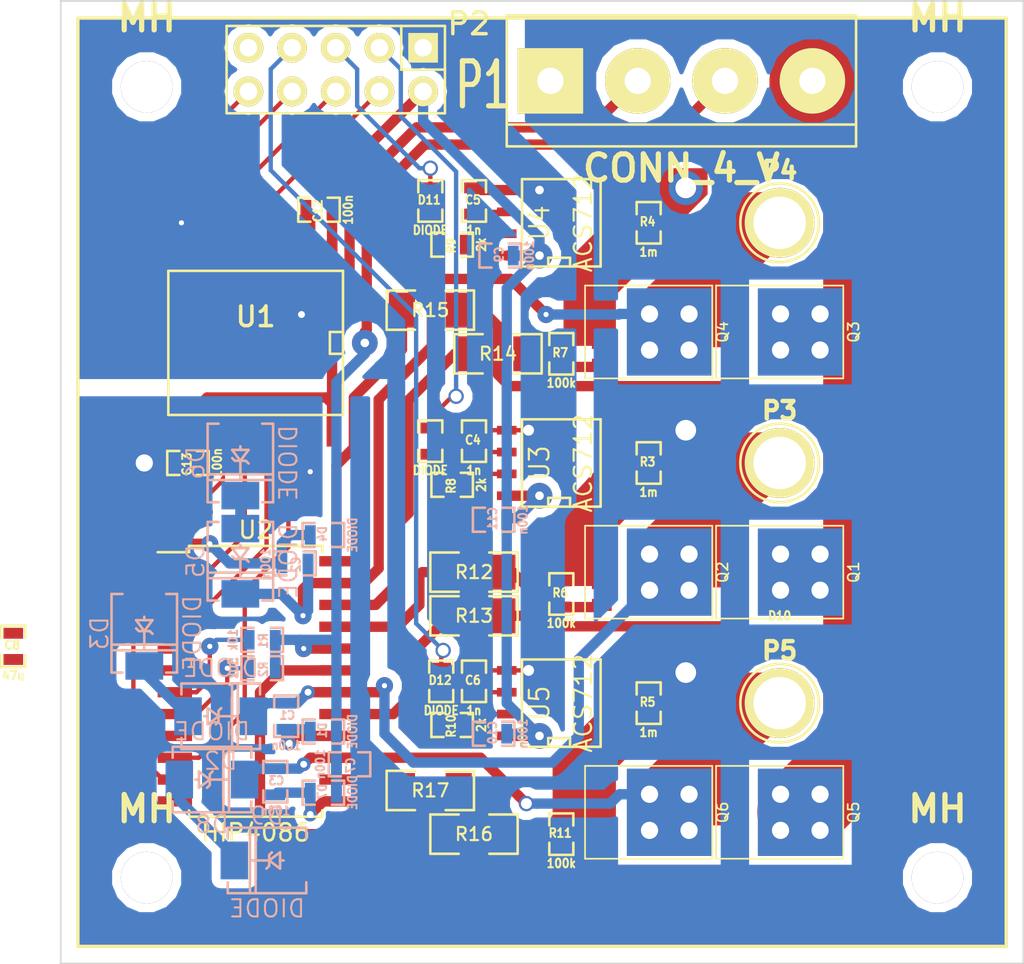
<source format=kicad_pcb>
(kicad_pcb (version 4) (host pcbnew "(2014-12-04 BZR 5312)-product")

  (general
    (links 170)
    (no_connects 7)
    (area 168.949999 28.949999 225.050001 85.050001)
    (thickness 1.6)
    (drawings 8)
    (tracks 422)
    (zones 0)
    (modules 62)
    (nets 56)
  )

  (page A4)
  (layers
    (0 F.Cu signal)
    (31 B.Cu signal)
    (32 B.Adhes user)
    (33 F.Adhes user)
    (34 B.Paste user)
    (35 F.Paste user)
    (36 B.SilkS user)
    (37 F.SilkS user hide)
    (38 B.Mask user)
    (39 F.Mask user)
    (40 Dwgs.User user)
    (41 Cmts.User user)
    (42 Eco1.User user)
    (43 Eco2.User user)
    (44 Edge.Cuts user)
    (45 Margin user)
    (46 B.CrtYd user)
    (47 F.CrtYd user hide)
    (48 B.Fab user)
    (49 F.Fab user)
  )

  (setup
    (last_trace_width 0.6)
    (user_trace_width 0.254)
    (user_trace_width 0.6)
    (user_trace_width 2)
    (user_trace_width 5)
    (trace_clearance 0.254)
    (zone_clearance 0.254)
    (zone_45_only yes)
    (trace_min 0.2032)
    (segment_width 0.2)
    (edge_width 0.1)
    (via_size 0.889)
    (via_drill 0.635)
    (via_min_size 0.4064)
    (via_min_drill 0.2032)
    (user_via 0.5 0.3)
    (user_via 0.8 0.4)
    (user_via 2 1.2)
    (uvia_size 0.508)
    (uvia_drill 0.127)
    (uvias_allowed no)
    (uvia_min_size 0.508)
    (uvia_min_drill 0.127)
    (pcb_text_width 0.3)
    (pcb_text_size 1.5 1.5)
    (mod_edge_width 0.15)
    (mod_text_size 1 1)
    (mod_text_width 0.15)
    (pad_size 1.6002 2.19964)
    (pad_drill 0)
    (pad_to_mask_clearance 0)
    (aux_axis_origin 0 0)
    (visible_elements 7FFFFF7F)
    (pcbplotparams
      (layerselection 0x000f0_80000001)
      (usegerberextensions false)
      (excludeedgelayer true)
      (linewidth 0.100000)
      (plotframeref false)
      (viasonmask false)
      (mode 1)
      (useauxorigin false)
      (hpglpennumber 1)
      (hpglpenspeed 20)
      (hpglpendiameter 15)
      (hpglpenoverlay 2)
      (psnegative false)
      (psa4output false)
      (plotreference true)
      (plotvalue true)
      (plotinvisibletext false)
      (padsonsilk false)
      (subtractmaskfromsilk false)
      (outputformat 1)
      (mirror false)
      (drillshape 0)
      (scaleselection 1)
      (outputdirectory "Gerber Export/"))
  )

  (net 0 "")
  (net 1 +12V)
  (net 2 "Net-(D2-Pad1)")
  (net 3 /A)
  (net 4 GND)
  (net 5 "Net-(D5-Pad1)")
  (net 6 /B)
  (net 7 "Net-(D8-Pad1)")
  (net 8 /C)
  (net 9 "Net-(D10-Pad1)")
  (net 10 "Net-(D11-Pad1)")
  (net 11 "Net-(D12-Pad1)")
  (net 12 VPP)
  (net 13 /GAH)
  (net 14 /GAL)
  (net 15 /ALS)
  (net 16 /GBH)
  (net 17 /GBL)
  (net 18 /BLS)
  (net 19 /GCH)
  (net 20 /GCL)
  (net 21 /CLS)
  (net 22 +5V)
  (net 23 DGND)
  (net 24 +5VA)
  (net 25 "Net-(U1-Pad11)")
  (net 26 "Net-(U1-Pad12)")
  (net 27 "Net-(U1-Pad13)")
  (net 28 "Net-(U1-Pad14)")
  (net 29 "Net-(C4-Pad1)")
  (net 30 "Net-(C5-Pad1)")
  (net 31 "Net-(C6-Pad1)")
  (net 32 "Net-(R1-Pad1)")
  (net 33 "Net-(R2-Pad1)")
  (net 34 "Net-(R8-Pad1)")
  (net 35 "Net-(R9-Pad1)")
  (net 36 "Net-(R10-Pad1)")
  (net 37 "Net-(Q1-PadG)")
  (net 38 "Net-(Q2-PadG)")
  (net 39 "Net-(Q3-PadG)")
  (net 40 "Net-(Q4-PadG)")
  (net 41 "Net-(Q5-PadG)")
  (net 42 "Net-(Q6-PadG)")
  (net 43 /VIA)
  (net 44 /VIB)
  (net 45 /VIC)
  (net 46 /INA)
  (net 47 /INB)
  (net 48 /INC)
  (net 49 "Net-(P2-Pad9)")
  (net 50 /IDIS)
  (net 51 "Net-(U1-Pad7)")
  (net 52 "Net-(U2-Pad9)")
  (net 53 /BOOTA)
  (net 54 /BOOTB)
  (net 55 /BOOTC)

  (net_class Default "Dies ist die voreingestellte Netzklasse."
    (clearance 0.254)
    (trace_width 0.254)
    (via_dia 0.889)
    (via_drill 0.635)
    (uvia_dia 0.508)
    (uvia_drill 0.127)
    (add_net /BOOTA)
    (add_net /BOOTB)
    (add_net /BOOTC)
    (add_net /IDIS)
    (add_net /INA)
    (add_net /INB)
    (add_net /INC)
    (add_net /VIA)
    (add_net /VIB)
    (add_net /VIC)
    (add_net "Net-(P2-Pad9)")
    (add_net "Net-(U1-Pad7)")
    (add_net "Net-(U2-Pad9)")
  )

  (net_class "High Power" ""
    (clearance 0.5)
    (trace_width 2)
    (via_dia 1.2)
    (via_drill 1)
    (uvia_dia 0.508)
    (uvia_drill 0.127)
    (add_net /A)
    (add_net /ALS)
    (add_net /B)
    (add_net /BLS)
    (add_net /C)
    (add_net /CLS)
    (add_net GND)
    (add_net VPP)
  )

  (net_class "Low Power" ""
    (clearance 0.3)
    (trace_width 0.6)
    (via_dia 0.8)
    (via_drill 0.4)
    (uvia_dia 0.508)
    (uvia_drill 0.127)
    (add_net +12V)
    (add_net +5V)
    (add_net +5VA)
    (add_net /GAH)
    (add_net /GAL)
    (add_net /GBH)
    (add_net /GBL)
    (add_net /GCH)
    (add_net /GCL)
    (add_net DGND)
    (add_net "Net-(C4-Pad1)")
    (add_net "Net-(C5-Pad1)")
    (add_net "Net-(C6-Pad1)")
    (add_net "Net-(D2-Pad1)")
    (add_net "Net-(D5-Pad1)")
    (add_net "Net-(D8-Pad1)")
    (add_net "Net-(Q1-PadG)")
    (add_net "Net-(Q2-PadG)")
    (add_net "Net-(Q3-PadG)")
    (add_net "Net-(Q4-PadG)")
    (add_net "Net-(Q5-PadG)")
    (add_net "Net-(Q6-PadG)")
    (add_net "Net-(R1-Pad1)")
    (add_net "Net-(R2-Pad1)")
  )

  (net_class Signal ""
    (clearance 0.254)
    (trace_width 0.254)
    (via_dia 0.5)
    (via_drill 0.3)
    (uvia_dia 0.508)
    (uvia_drill 0.127)
    (add_net "Net-(D10-Pad1)")
    (add_net "Net-(D11-Pad1)")
    (add_net "Net-(D12-Pad1)")
    (add_net "Net-(R10-Pad1)")
    (add_net "Net-(R8-Pad1)")
    (add_net "Net-(R9-Pad1)")
    (add_net "Net-(U1-Pad11)")
    (add_net "Net-(U1-Pad12)")
    (add_net "Net-(U1-Pad13)")
    (add_net "Net-(U1-Pad14)")
  )

  (module Pin_Headers:Pin_Header_Straight_2x05 (layer F.Cu) (tedit 54823A82) (tstamp 54825438)
    (at 185 33 180)
    (descr "Through hole pin header")
    (tags "pin header")
    (path /547FE3D7)
    (zone_connect 2)
    (fp_text reference P2 (at -7.747 2.667 180) (layer F.SilkS)
      (effects (font (size 1.27 1.27) (thickness 0.2032)))
    )
    (fp_text value CONN_02X05 (at 0 0 180) (layer F.SilkS) hide
      (effects (font (size 1.27 1.27) (thickness 0.2032)))
    )
    (fp_line (start -6.35 -2.54) (end 6.35 -2.54) (layer F.SilkS) (width 0.15))
    (fp_line (start 6.35 -2.54) (end 6.35 2.54) (layer F.SilkS) (width 0.15))
    (fp_line (start 6.35 2.54) (end -3.81 2.54) (layer F.SilkS) (width 0.15))
    (fp_line (start -6.35 -2.54) (end -6.35 0) (layer F.SilkS) (width 0.15))
    (fp_line (start -6.35 2.54) (end -3.81 2.54) (layer F.SilkS) (width 0.15))
    (fp_line (start -6.35 0) (end -3.81 0) (layer F.SilkS) (width 0.15))
    (fp_line (start -3.81 0) (end -3.81 2.54) (layer F.SilkS) (width 0.15))
    (fp_line (start -6.35 2.54) (end -6.35 0) (layer F.SilkS) (width 0.15))
    (pad 1 thru_hole rect (at -5.08 1.27 180) (size 1.7272 1.7272) (drill 1.016) (layers *.Cu *.Mask F.SilkS)
      (net 23 DGND) (zone_connect 2))
    (pad 2 thru_hole oval (at -5.08 -1.27 180) (size 1.7272 1.7272) (drill 1.016) (layers *.Cu *.Mask F.SilkS)
      (net 22 +5V) (zone_connect 2))
    (pad 3 thru_hole oval (at -2.54 1.27 180) (size 1.7272 1.7272) (drill 1.016) (layers *.Cu *.Mask F.SilkS)
      (net 43 /VIA) (zone_connect 2))
    (pad 4 thru_hole oval (at -2.54 -1.27 180) (size 1.7272 1.7272) (drill 1.016) (layers *.Cu *.Mask F.SilkS)
      (net 46 /INA) (zone_connect 2))
    (pad 5 thru_hole oval (at 0 1.27 180) (size 1.7272 1.7272) (drill 1.016) (layers *.Cu *.Mask F.SilkS)
      (net 44 /VIB) (zone_connect 2))
    (pad 6 thru_hole oval (at 0 -1.27 180) (size 1.7272 1.7272) (drill 1.016) (layers *.Cu *.Mask F.SilkS)
      (net 47 /INB) (zone_connect 2))
    (pad 7 thru_hole oval (at 2.54 1.27 180) (size 1.7272 1.7272) (drill 1.016) (layers *.Cu *.Mask F.SilkS)
      (net 45 /VIC) (zone_connect 2))
    (pad 8 thru_hole oval (at 2.54 -1.27 180) (size 1.7272 1.7272) (drill 1.016) (layers *.Cu *.Mask F.SilkS)
      (net 48 /INC) (zone_connect 2))
    (pad 9 thru_hole oval (at 5.08 1.27 180) (size 1.7272 1.7272) (drill 1.016) (layers *.Cu *.Mask F.SilkS)
      (net 49 "Net-(P2-Pad9)") (zone_connect 2))
    (pad 10 thru_hole oval (at 5.08 -1.27 180) (size 1.7272 1.7272) (drill 1.016) (layers *.Cu *.Mask F.SilkS)
      (net 50 /IDIS) (zone_connect 2))
    (model Pin_Headers/Pin_Header_Straight_2x05.wrl
      (at (xyz 0 0 0))
      (scale (xyz 1 1 1))
      (rotate (xyz 0 0 0))
    )
  )

  (module Connect:bornier4 (layer F.Cu) (tedit 54824E7E) (tstamp 5482535D)
    (at 205.105 33.655)
    (descr "Bornier d'alimentation 4 pins")
    (tags DEV)
    (path /548022CB)
    (fp_text reference P1 (at -11.557 0.254) (layer F.SilkS)
      (effects (font (size 2.6162 1.59766) (thickness 0.3048)))
    )
    (fp_text value CONN_4_V (at 0 5.08) (layer F.SilkS)
      (effects (font (thickness 0.3048)))
    )
    (fp_line (start -10.16 -3.81) (end -10.16 3.81) (layer F.SilkS) (width 0.15))
    (fp_line (start 10.16 3.81) (end 10.16 -3.81) (layer F.SilkS) (width 0.15))
    (fp_line (start 10.16 2.54) (end -10.16 2.54) (layer F.SilkS) (width 0.15))
    (fp_line (start -10.16 -3.81) (end 10.16 -3.81) (layer F.SilkS) (width 0.15))
    (fp_line (start -10.16 3.81) (end 10.16 3.81) (layer F.SilkS) (width 0.15))
    (pad 2 thru_hole circle (at -2.54 0) (size 3.81 3.81) (drill 1.524) (layers *.Cu *.Mask F.SilkS)
      (net 24 +5VA))
    (pad 3 thru_hole circle (at 2.54 0) (size 3.81 3.81) (drill 1.524) (layers *.Cu *.Mask F.SilkS)
      (net 1 +12V))
    (pad 1 thru_hole rect (at -7.62 0) (size 3.81 3.81) (drill 1.524) (layers *.Cu *.Mask F.SilkS)
      (net 4 GND) (zone_connect 2))
    (pad 4 thru_hole circle (at 7.62 0) (size 3.81 3.81) (drill 1.524) (layers *.Cu *.Mask F.SilkS)
      (net 12 VPP))
    (model Device/bornier_4.wrl
      (at (xyz 0 0 0))
      (scale (xyz 1 1 1))
      (rotate (xyz 0 0 0))
    )
  )

  (module SMD_Packages:SO-16-L (layer F.Cu) (tedit 5480D8C6) (tstamp 5482534F)
    (at 180.34 48.895 180)
    (path /5480368F)
    (zone_connect 2)
    (attr smd)
    (fp_text reference U1 (at 0 1.524 180) (layer F.SilkS)
      (effects (font (size 1.143 1.143) (thickness 0.2032)))
    )
    (fp_text value ISO7240 (at 0.381 -1.905 180) (layer F.SilkS) hide
      (effects (font (size 1.143 1.143) (thickness 0.2032)))
    )
    (fp_line (start 5.08 4.191) (end -5.08 4.191) (layer F.SilkS) (width 0.15))
    (fp_line (start -5.08 4.191) (end -5.08 -4.191) (layer F.SilkS) (width 0.15))
    (fp_line (start -5.08 -4.191) (end 5.08 -4.191) (layer F.SilkS) (width 0.15))
    (fp_line (start 5.08 -4.191) (end 5.08 4.191) (layer F.SilkS) (width 0.15))
    (fp_line (start -5.08 -0.635) (end -4.318 -0.635) (layer F.SilkS) (width 0.15))
    (fp_line (start -4.318 -0.635) (end -4.318 0.635) (layer F.SilkS) (width 0.15))
    (fp_line (start -4.318 0.635) (end -5.08 0.635) (layer F.SilkS) (width 0.15))
    (pad 1 smd rect (at -4.445 5.08 180) (size 0.635 1.905) (layers F.Cu F.Paste F.Mask)
      (net 22 +5V) (zone_connect 2))
    (pad 2 smd rect (at -3.175 5.08 180) (size 0.635 1.905) (layers F.Cu F.Paste F.Mask)
      (net 23 DGND) (zone_connect 2))
    (pad 3 smd rect (at -1.905 5.08 180) (size 0.635 1.905) (layers F.Cu F.Paste F.Mask)
      (net 50 /IDIS) (zone_connect 2))
    (pad 4 smd rect (at -0.635 5.08 180) (size 0.635 1.905) (layers F.Cu F.Paste F.Mask)
      (net 46 /INA) (zone_connect 2))
    (pad 5 smd rect (at 0.635 5.08 180) (size 0.635 1.905) (layers F.Cu F.Paste F.Mask)
      (net 47 /INB) (zone_connect 2))
    (pad 6 smd rect (at 1.905 5.08 180) (size 0.635 1.905) (layers F.Cu F.Paste F.Mask)
      (net 48 /INC) (zone_connect 2))
    (pad 7 smd rect (at 3.175 5.08 180) (size 0.635 1.905) (layers F.Cu F.Paste F.Mask)
      (net 51 "Net-(U1-Pad7)") (zone_connect 2))
    (pad 8 smd rect (at 4.445 5.08 180) (size 0.635 1.905) (layers F.Cu F.Paste F.Mask)
      (net 23 DGND) (zone_connect 2))
    (pad 9 smd rect (at 4.445 -5.08 180) (size 0.635 1.905) (layers F.Cu F.Paste F.Mask)
      (net 4 GND) (zone_connect 2))
    (pad 10 smd rect (at 3.175 -5.08 180) (size 0.635 1.905) (layers F.Cu F.Paste F.Mask)
      (net 24 +5VA) (zone_connect 2))
    (pad 11 smd rect (at 1.905 -5.08 180) (size 0.635 1.905) (layers F.Cu F.Paste F.Mask)
      (net 25 "Net-(U1-Pad11)") (zone_connect 2))
    (pad 12 smd rect (at 0.635 -5.08 180) (size 0.635 1.905) (layers F.Cu F.Paste F.Mask)
      (net 26 "Net-(U1-Pad12)") (zone_connect 2))
    (pad 13 smd rect (at -0.635 -5.08 180) (size 0.635 1.905) (layers F.Cu F.Paste F.Mask)
      (net 27 "Net-(U1-Pad13)") (zone_connect 2))
    (pad 14 smd rect (at -1.905 -5.08 180) (size 0.635 1.905) (layers F.Cu F.Paste F.Mask)
      (net 28 "Net-(U1-Pad14)") (zone_connect 2))
    (pad 15 smd rect (at -3.175 -5.08 180) (size 0.635 1.905) (layers F.Cu F.Paste F.Mask)
      (net 4 GND) (zone_connect 2))
    (pad 16 smd rect (at -4.445 -5.08 180) (size 0.635 1.905) (layers F.Cu F.Paste F.Mask)
      (net 24 +5VA) (zone_connect 2))
    (model smd/cms_so16.wrl
      (at (xyz 0 0 0))
      (scale (xyz 0.5 0.6 0.5))
      (rotate (xyz 0 0 0))
    )
  )

  (module SMD_Packages:SMD-0603_r (layer F.Cu) (tedit 5480D8C6) (tstamp 548251BF)
    (at 198.12 63.5 90)
    (path /547F6359)
    (attr smd)
    (fp_text reference R6 (at 0.0635 -0.0635 180) (layer F.SilkS)
      (effects (font (size 0.50038 0.4572) (thickness 0.1143)))
    )
    (fp_text value 100k (at -1.69926 0 180) (layer F.SilkS)
      (effects (font (size 0.508 0.4572) (thickness 0.1143)))
    )
    (fp_line (start -0.50038 -0.6985) (end -1.2065 -0.6985) (layer F.SilkS) (width 0.15))
    (fp_line (start -1.2065 -0.6985) (end -1.2065 0.6985) (layer F.SilkS) (width 0.15))
    (fp_line (start -1.2065 0.6985) (end -0.50038 0.6985) (layer F.SilkS) (width 0.15))
    (fp_line (start 1.2065 -0.6985) (end 0.50038 -0.6985) (layer F.SilkS) (width 0.15))
    (fp_line (start 1.2065 -0.6985) (end 1.2065 0.6985) (layer F.SilkS) (width 0.15))
    (fp_line (start 1.2065 0.6985) (end 0.50038 0.6985) (layer F.SilkS) (width 0.15))
    (pad 1 smd rect (at -0.762 0 90) (size 0.635 1.143) (layers F.Cu F.Paste F.Mask)
      (net 38 "Net-(Q2-PadG)"))
    (pad 2 smd rect (at 0.762 0 90) (size 0.635 1.143) (layers F.Cu F.Paste F.Mask)
      (net 15 /ALS))
    (model smd\resistors\R0603.wrl
      (at (xyz 0 0 0.001))
      (scale (xyz 0.5 0.5 0.5))
      (rotate (xyz 0 0 0))
    )
  )

  (module SMD_Packages:SMD-1206 (layer F.Cu) (tedit 5481EBF7) (tstamp 54825445)
    (at 194.437 49.53)
    (path /548210F9)
    (attr smd)
    (fp_text reference R14 (at 0 0) (layer F.SilkS)
      (effects (font (size 0.762 0.762) (thickness 0.127)))
    )
    (fp_text value 0 (at 0 0) (layer F.SilkS) hide
      (effects (font (size 0.762 0.762) (thickness 0.127)))
    )
    (fp_line (start -2.54 -1.143) (end -2.54 1.143) (layer F.SilkS) (width 0.15))
    (fp_line (start -2.54 1.143) (end -0.889 1.143) (layer F.SilkS) (width 0.15))
    (fp_line (start 0.889 -1.143) (end 2.54 -1.143) (layer F.SilkS) (width 0.15))
    (fp_line (start 2.54 -1.143) (end 2.54 1.143) (layer F.SilkS) (width 0.15))
    (fp_line (start 2.54 1.143) (end 0.889 1.143) (layer F.SilkS) (width 0.15))
    (fp_line (start -0.889 -1.143) (end -2.54 -1.143) (layer F.SilkS) (width 0.15))
    (pad 1 smd rect (at -1.651 0) (size 1.524 2.032) (layers F.Cu F.Paste F.Mask)
      (net 17 /GBL))
    (pad 2 smd rect (at 1.651 0) (size 1.524 2.032) (layers F.Cu F.Paste F.Mask)
      (net 40 "Net-(Q4-PadG)"))
    (model smd/chip_cms.wrl
      (at (xyz 0 0 0))
      (scale (xyz 0.17 0.16 0.16))
      (rotate (xyz 0 0 0))
    )
  )

  (module SMD_Packages:SOIC-8-N (layer F.Cu) (tedit 5480D8C6) (tstamp 548253A5)
    (at 198.12 41.91 90)
    (descr "Module Narrow CMS SOJ 8 pins large")
    (tags "CMS SOJ")
    (path /547E639C)
    (attr smd)
    (fp_text reference U4 (at 0 -1.27 90) (layer F.SilkS)
      (effects (font (size 1.143 1.016) (thickness 0.127)))
    )
    (fp_text value ACS712 (at 0 1.27 90) (layer F.SilkS)
      (effects (font (size 1.016 1.016) (thickness 0.127)))
    )
    (fp_line (start -2.54 -2.286) (end 2.54 -2.286) (layer F.SilkS) (width 0.15))
    (fp_line (start 2.54 -2.286) (end 2.54 2.286) (layer F.SilkS) (width 0.15))
    (fp_line (start 2.54 2.286) (end -2.54 2.286) (layer F.SilkS) (width 0.15))
    (fp_line (start -2.54 2.286) (end -2.54 -2.286) (layer F.SilkS) (width 0.15))
    (fp_line (start -2.54 -0.762) (end -2.032 -0.762) (layer F.SilkS) (width 0.15))
    (fp_line (start -2.032 -0.762) (end -2.032 0.508) (layer F.SilkS) (width 0.15))
    (fp_line (start -2.032 0.508) (end -2.54 0.508) (layer F.SilkS) (width 0.15))
    (pad 8 smd rect (at -1.905 -3.175 90) (size 0.508 1.143) (layers F.Cu F.Paste F.Mask)
      (net 22 +5V))
    (pad 7 smd rect (at -0.635 -3.175 90) (size 0.508 1.143) (layers F.Cu F.Paste F.Mask)
      (net 35 "Net-(R9-Pad1)"))
    (pad 6 smd rect (at 0.635 -3.175 90) (size 0.508 1.143) (layers F.Cu F.Paste F.Mask)
      (net 30 "Net-(C5-Pad1)"))
    (pad 5 smd rect (at 1.905 -3.175 90) (size 0.508 1.143) (layers F.Cu F.Paste F.Mask)
      (net 23 DGND))
    (pad 4 smd rect (at 1.905 3.175 90) (size 0.508 1.143) (layers F.Cu F.Paste F.Mask)
      (net 4 GND))
    (pad 3 smd rect (at 0.635 3.175 90) (size 0.508 1.143) (layers F.Cu F.Paste F.Mask)
      (net 4 GND))
    (pad 2 smd rect (at -0.635 3.175 90) (size 0.508 1.143) (layers F.Cu F.Paste F.Mask)
      (net 18 /BLS))
    (pad 1 smd rect (at -1.905 3.175 90) (size 0.508 1.143) (layers F.Cu F.Paste F.Mask)
      (net 18 /BLS))
    (model smd/cms_so8.wrl
      (at (xyz 0 0 0))
      (scale (xyz 0.5 0.38 0.5))
      (rotate (xyz 0 0 0))
    )
  )

  (module Connect:1pin (layer F.Cu) (tedit 5480F0FC) (tstamp 54825381)
    (at 210.82 41.91)
    (descr "module 1 pin (ou trou mecanique de percage)")
    (tags DEV)
    (path /5480FEB8)
    (fp_text reference P4 (at 0 -3.048) (layer F.SilkS)
      (effects (font (size 1.016 1.016) (thickness 0.254)))
    )
    (fp_text value CONN_01X01 (at 0 2.794) (layer F.SilkS) hide
      (effects (font (size 1.016 1.016) (thickness 0.254)))
    )
    (fp_circle (center 0 0) (end 0 -2.286) (layer F.SilkS) (width 0.15))
    (pad 1 thru_hole circle (at 0 0) (size 4.064 4.064) (drill 3.048) (layers *.Cu *.Mask F.SilkS)
      (net 6 /B))
  )

  (module Housings_SOIC:SOIC-24_7.5x15.4mm_Pitch1.27mm (layer F.Cu) (tedit 54130A77) (tstamp 5482528A)
    (at 180.34 68.58)
    (descr "24-Lead Plastic Small Outline (SO) - Wide, 7.50 mm Body [SOIC] (see Microchip Packaging Specification 00000049BS.pdf)")
    (tags "SOIC 1.27")
    (path /547B5434)
    (attr smd)
    (fp_text reference U2 (at 0 -8.8) (layer F.SilkS)
      (effects (font (size 1 1) (thickness 0.15)))
    )
    (fp_text value HIP4086 (at 0 8.8) (layer F.SilkS)
      (effects (font (size 1 1) (thickness 0.15)))
    )
    (fp_line (start -5.95 -8.05) (end -5.95 8.05) (layer F.CrtYd) (width 0.05))
    (fp_line (start 5.95 -8.05) (end 5.95 8.05) (layer F.CrtYd) (width 0.05))
    (fp_line (start -5.95 -8.05) (end 5.95 -8.05) (layer F.CrtYd) (width 0.05))
    (fp_line (start -5.95 8.05) (end 5.95 8.05) (layer F.CrtYd) (width 0.05))
    (fp_line (start -3.875 -7.875) (end -3.875 -7.51) (layer F.SilkS) (width 0.15))
    (fp_line (start 3.875 -7.875) (end 3.875 -7.51) (layer F.SilkS) (width 0.15))
    (fp_line (start 3.875 7.875) (end 3.875 7.51) (layer F.SilkS) (width 0.15))
    (fp_line (start -3.875 7.875) (end -3.875 7.51) (layer F.SilkS) (width 0.15))
    (fp_line (start -3.875 -7.875) (end 3.875 -7.875) (layer F.SilkS) (width 0.15))
    (fp_line (start -3.875 7.875) (end 3.875 7.875) (layer F.SilkS) (width 0.15))
    (fp_line (start -3.875 -7.51) (end -5.7 -7.51) (layer F.SilkS) (width 0.15))
    (pad 1 smd rect (at -4.7 -6.985) (size 2 0.6) (layers F.Cu F.Paste F.Mask)
      (net 54 /BOOTB))
    (pad 2 smd rect (at -4.7 -5.715) (size 2 0.6) (layers F.Cu F.Paste F.Mask)
      (net 26 "Net-(U1-Pad12)"))
    (pad 3 smd rect (at -4.7 -4.445) (size 2 0.6) (layers F.Cu F.Paste F.Mask)
      (net 26 "Net-(U1-Pad12)"))
    (pad 4 smd rect (at -4.7 -3.175) (size 2 0.6) (layers F.Cu F.Paste F.Mask)
      (net 27 "Net-(U1-Pad13)"))
    (pad 5 smd rect (at -4.7 -1.905) (size 2 0.6) (layers F.Cu F.Paste F.Mask)
      (net 27 "Net-(U1-Pad13)"))
    (pad 6 smd rect (at -4.7 -0.635) (size 2 0.6) (layers F.Cu F.Paste F.Mask)
      (net 4 GND))
    (pad 7 smd rect (at -4.7 0.635) (size 2 0.6) (layers F.Cu F.Paste F.Mask)
      (net 32 "Net-(R1-Pad1)"))
    (pad 8 smd rect (at -4.7 1.905) (size 2 0.6) (layers F.Cu F.Paste F.Mask)
      (net 33 "Net-(R2-Pad1)"))
    (pad 9 smd rect (at -4.7 3.175) (size 2 0.6) (layers F.Cu F.Paste F.Mask)
      (net 52 "Net-(U2-Pad9)"))
    (pad 10 smd rect (at -4.7 4.445) (size 2 0.6) (layers F.Cu F.Paste F.Mask)
      (net 28 "Net-(U1-Pad14)"))
    (pad 11 smd rect (at -4.7 5.715) (size 2 0.6) (layers F.Cu F.Paste F.Mask)
      (net 25 "Net-(U1-Pad11)"))
    (pad 12 smd rect (at -4.7 6.985) (size 2 0.6) (layers F.Cu F.Paste F.Mask)
      (net 25 "Net-(U1-Pad11)"))
    (pad 13 smd rect (at 4.7 6.985) (size 2 0.6) (layers F.Cu F.Paste F.Mask)
      (net 55 /BOOTC))
    (pad 14 smd rect (at 4.7 5.715) (size 2 0.6) (layers F.Cu F.Paste F.Mask)
      (net 19 /GCH))
    (pad 15 smd rect (at 4.7 4.445) (size 2 0.6) (layers F.Cu F.Paste F.Mask)
      (net 8 /C))
    (pad 16 smd rect (at 4.7 3.175) (size 2 0.6) (layers F.Cu F.Paste F.Mask)
      (net 53 /BOOTA))
    (pad 17 smd rect (at 4.7 1.905) (size 2 0.6) (layers F.Cu F.Paste F.Mask)
      (net 13 /GAH))
    (pad 18 smd rect (at 4.7 0.635) (size 2 0.6) (layers F.Cu F.Paste F.Mask)
      (net 3 /A))
    (pad 19 smd rect (at 4.7 -0.635) (size 2 0.6) (layers F.Cu F.Paste F.Mask)
      (net 20 /GCL))
    (pad 20 smd rect (at 4.7 -1.905) (size 2 0.6) (layers F.Cu F.Paste F.Mask)
      (net 1 +12V))
    (pad 21 smd rect (at 4.7 -3.175) (size 2 0.6) (layers F.Cu F.Paste F.Mask)
      (net 14 /GAL))
    (pad 22 smd rect (at 4.7 -4.445) (size 2 0.6) (layers F.Cu F.Paste F.Mask)
      (net 17 /GBL))
    (pad 23 smd rect (at 4.7 -5.715) (size 2 0.6) (layers F.Cu F.Paste F.Mask)
      (net 6 /B))
    (pad 24 smd rect (at 4.7 -6.985) (size 2 0.6) (layers F.Cu F.Paste F.Mask)
      (net 16 /GBH))
    (model Housings_SOIC/SOIC-24_7.5x15.4mm_Pitch1.27mm.wrl
      (at (xyz 0 0 0))
      (scale (xyz 1 1 1))
      (rotate (xyz 0 0 0))
    )
  )

  (module SMD_Packages:SMD-1206 (layer F.Cu) (tedit 5481EBF7) (tstamp 5482522E)
    (at 193.04 62.23)
    (path /5481FBF3)
    (attr smd)
    (fp_text reference R12 (at 0 0) (layer F.SilkS)
      (effects (font (size 0.762 0.762) (thickness 0.127)))
    )
    (fp_text value 0 (at 0 0) (layer F.SilkS) hide
      (effects (font (size 0.762 0.762) (thickness 0.127)))
    )
    (fp_line (start -2.54 -1.143) (end -2.54 1.143) (layer F.SilkS) (width 0.15))
    (fp_line (start -2.54 1.143) (end -0.889 1.143) (layer F.SilkS) (width 0.15))
    (fp_line (start 0.889 -1.143) (end 2.54 -1.143) (layer F.SilkS) (width 0.15))
    (fp_line (start 2.54 -1.143) (end 2.54 1.143) (layer F.SilkS) (width 0.15))
    (fp_line (start 2.54 1.143) (end 0.889 1.143) (layer F.SilkS) (width 0.15))
    (fp_line (start -0.889 -1.143) (end -2.54 -1.143) (layer F.SilkS) (width 0.15))
    (pad 1 smd rect (at -1.651 0) (size 1.524 2.032) (layers F.Cu F.Paste F.Mask)
      (net 14 /GAL))
    (pad 2 smd rect (at 1.651 0) (size 1.524 2.032) (layers F.Cu F.Paste F.Mask)
      (net 38 "Net-(Q2-PadG)"))
    (model smd/chip_cms.wrl
      (at (xyz 0 0 0))
      (scale (xyz 0.17 0.16 0.16))
      (rotate (xyz 0 0 0))
    )
  )

  (module Connect:1pin (layer F.Cu) (tedit 5480F0FC) (tstamp 548252DF)
    (at 210.82 69.85)
    (descr "module 1 pin (ou trou mecanique de percage)")
    (tags DEV)
    (path /5480FF0C)
    (fp_text reference P5 (at 0 -3.048) (layer F.SilkS)
      (effects (font (size 1.016 1.016) (thickness 0.254)))
    )
    (fp_text value CONN_01X01 (at 0 2.794) (layer F.SilkS) hide
      (effects (font (size 1.016 1.016) (thickness 0.254)))
    )
    (fp_circle (center 0 0) (end 0 -2.286) (layer F.SilkS) (width 0.15))
    (pad 1 thru_hole circle (at 0 0) (size 4.064 4.064) (drill 3.048) (layers *.Cu *.Mask F.SilkS)
      (net 8 /C))
  )

  (module SMD_Packages:SMD-0603_r (layer B.Cu) (tedit 5480D8C6) (tstamp 54825221)
    (at 182.118 70.612 90)
    (path /547BB85B)
    (attr smd)
    (fp_text reference C1 (at 0.0635 0.0635 360) (layer B.SilkS)
      (effects (font (size 0.50038 0.4572) (thickness 0.1143)) (justify mirror))
    )
    (fp_text value 100n (at -1.69926 0 360) (layer B.SilkS)
      (effects (font (size 0.508 0.4572) (thickness 0.1143)) (justify mirror))
    )
    (fp_line (start -0.50038 0.6985) (end -1.2065 0.6985) (layer B.SilkS) (width 0.15))
    (fp_line (start -1.2065 0.6985) (end -1.2065 -0.6985) (layer B.SilkS) (width 0.15))
    (fp_line (start -1.2065 -0.6985) (end -0.50038 -0.6985) (layer B.SilkS) (width 0.15))
    (fp_line (start 1.2065 0.6985) (end 0.50038 0.6985) (layer B.SilkS) (width 0.15))
    (fp_line (start 1.2065 0.6985) (end 1.2065 -0.6985) (layer B.SilkS) (width 0.15))
    (fp_line (start 1.2065 -0.6985) (end 0.50038 -0.6985) (layer B.SilkS) (width 0.15))
    (pad 1 smd rect (at -0.762 0 90) (size 0.635 1.143) (layers B.Cu B.Paste B.Mask)
      (net 53 /BOOTA))
    (pad 2 smd rect (at 0.762 0 90) (size 0.635 1.143) (layers B.Cu B.Paste B.Mask)
      (net 3 /A))
    (model smd\resistors\R0603.wrl
      (at (xyz 0 0 0.001))
      (scale (xyz 0.5 0.5 0.5))
      (rotate (xyz 0 0 0))
    )
  )

  (module SMD_Packages:SMD-0603_r (layer B.Cu) (tedit 5480D8C6) (tstamp 54825326)
    (at 182.626 61.722)
    (path /547BB91F)
    (attr smd)
    (fp_text reference C2 (at 0.0635 0.0635 270) (layer B.SilkS)
      (effects (font (size 0.50038 0.4572) (thickness 0.1143)) (justify mirror))
    )
    (fp_text value 100n (at -1.69926 0 270) (layer B.SilkS)
      (effects (font (size 0.508 0.4572) (thickness 0.1143)) (justify mirror))
    )
    (fp_line (start -0.50038 0.6985) (end -1.2065 0.6985) (layer B.SilkS) (width 0.15))
    (fp_line (start -1.2065 0.6985) (end -1.2065 -0.6985) (layer B.SilkS) (width 0.15))
    (fp_line (start -1.2065 -0.6985) (end -0.50038 -0.6985) (layer B.SilkS) (width 0.15))
    (fp_line (start 1.2065 0.6985) (end 0.50038 0.6985) (layer B.SilkS) (width 0.15))
    (fp_line (start 1.2065 0.6985) (end 1.2065 -0.6985) (layer B.SilkS) (width 0.15))
    (fp_line (start 1.2065 -0.6985) (end 0.50038 -0.6985) (layer B.SilkS) (width 0.15))
    (pad 1 smd rect (at -0.762 0) (size 0.635 1.143) (layers B.Cu B.Paste B.Mask)
      (net 54 /BOOTB))
    (pad 2 smd rect (at 0.762 0) (size 0.635 1.143) (layers B.Cu B.Paste B.Mask)
      (net 6 /B))
    (model smd\resistors\R0603.wrl
      (at (xyz 0 0 0.001))
      (scale (xyz 0.5 0.5 0.5))
      (rotate (xyz 0 0 0))
    )
  )

  (module SMD_Packages:SMD-0603_r (layer B.Cu) (tedit 5480D8C6) (tstamp 54825248)
    (at 181.483 74.422 90)
    (path /547BB94A)
    (attr smd)
    (fp_text reference C3 (at 0.0635 0.0635 360) (layer B.SilkS)
      (effects (font (size 0.50038 0.4572) (thickness 0.1143)) (justify mirror))
    )
    (fp_text value 100n (at -1.69926 0 360) (layer B.SilkS)
      (effects (font (size 0.508 0.4572) (thickness 0.1143)) (justify mirror))
    )
    (fp_line (start -0.50038 0.6985) (end -1.2065 0.6985) (layer B.SilkS) (width 0.15))
    (fp_line (start -1.2065 0.6985) (end -1.2065 -0.6985) (layer B.SilkS) (width 0.15))
    (fp_line (start -1.2065 -0.6985) (end -0.50038 -0.6985) (layer B.SilkS) (width 0.15))
    (fp_line (start 1.2065 0.6985) (end 0.50038 0.6985) (layer B.SilkS) (width 0.15))
    (fp_line (start 1.2065 0.6985) (end 1.2065 -0.6985) (layer B.SilkS) (width 0.15))
    (fp_line (start 1.2065 -0.6985) (end 0.50038 -0.6985) (layer B.SilkS) (width 0.15))
    (pad 1 smd rect (at -0.762 0 90) (size 0.635 1.143) (layers B.Cu B.Paste B.Mask)
      (net 55 /BOOTC))
    (pad 2 smd rect (at 0.762 0 90) (size 0.635 1.143) (layers B.Cu B.Paste B.Mask)
      (net 8 /C))
    (model smd\resistors\R0603.wrl
      (at (xyz 0 0 0.001))
      (scale (xyz 0.5 0.5 0.5))
      (rotate (xyz 0 0 0))
    )
  )

  (module SMD_Packages:SMD-0603_r (layer F.Cu) (tedit 5480D8C6) (tstamp 5482546C)
    (at 193.04 40.64 90)
    (path /547E63A4)
    (attr smd)
    (fp_text reference C5 (at 0.0635 -0.0635 180) (layer F.SilkS)
      (effects (font (size 0.50038 0.4572) (thickness 0.1143)))
    )
    (fp_text value 1n (at -1.69926 0 180) (layer F.SilkS)
      (effects (font (size 0.508 0.4572) (thickness 0.1143)))
    )
    (fp_line (start -0.50038 -0.6985) (end -1.2065 -0.6985) (layer F.SilkS) (width 0.15))
    (fp_line (start -1.2065 -0.6985) (end -1.2065 0.6985) (layer F.SilkS) (width 0.15))
    (fp_line (start -1.2065 0.6985) (end -0.50038 0.6985) (layer F.SilkS) (width 0.15))
    (fp_line (start 1.2065 -0.6985) (end 0.50038 -0.6985) (layer F.SilkS) (width 0.15))
    (fp_line (start 1.2065 -0.6985) (end 1.2065 0.6985) (layer F.SilkS) (width 0.15))
    (fp_line (start 1.2065 0.6985) (end 0.50038 0.6985) (layer F.SilkS) (width 0.15))
    (pad 1 smd rect (at -0.762 0 90) (size 0.635 1.143) (layers F.Cu F.Paste F.Mask)
      (net 30 "Net-(C5-Pad1)"))
    (pad 2 smd rect (at 0.762 0 90) (size 0.635 1.143) (layers F.Cu F.Paste F.Mask)
      (net 23 DGND))
    (model smd\resistors\R0603.wrl
      (at (xyz 0 0 0.001))
      (scale (xyz 0.5 0.5 0.5))
      (rotate (xyz 0 0 0))
    )
  )

  (module SMD_Packages:SMD-0603_r (layer F.Cu) (tedit 5480D8C6) (tstamp 548251ED)
    (at 193.04 68.58 90)
    (path /547E649A)
    (attr smd)
    (fp_text reference C6 (at 0.0635 -0.0635 180) (layer F.SilkS)
      (effects (font (size 0.50038 0.4572) (thickness 0.1143)))
    )
    (fp_text value 1n (at -1.69926 0 180) (layer F.SilkS)
      (effects (font (size 0.508 0.4572) (thickness 0.1143)))
    )
    (fp_line (start -0.50038 -0.6985) (end -1.2065 -0.6985) (layer F.SilkS) (width 0.15))
    (fp_line (start -1.2065 -0.6985) (end -1.2065 0.6985) (layer F.SilkS) (width 0.15))
    (fp_line (start -1.2065 0.6985) (end -0.50038 0.6985) (layer F.SilkS) (width 0.15))
    (fp_line (start 1.2065 -0.6985) (end 0.50038 -0.6985) (layer F.SilkS) (width 0.15))
    (fp_line (start 1.2065 -0.6985) (end 1.2065 0.6985) (layer F.SilkS) (width 0.15))
    (fp_line (start 1.2065 0.6985) (end 0.50038 0.6985) (layer F.SilkS) (width 0.15))
    (pad 1 smd rect (at -0.762 0 90) (size 0.635 1.143) (layers F.Cu F.Paste F.Mask)
      (net 31 "Net-(C6-Pad1)"))
    (pad 2 smd rect (at 0.762 0 90) (size 0.635 1.143) (layers F.Cu F.Paste F.Mask)
      (net 23 DGND))
    (model smd\resistors\R0603.wrl
      (at (xyz 0 0 0.001))
      (scale (xyz 0.5 0.5 0.5))
      (rotate (xyz 0 0 0))
    )
  )

  (module SMD_Packages:SMD-0603_r (layer B.Cu) (tedit 5480D8C6) (tstamp 54825214)
    (at 184.277 71.501 180)
    (path /547BBBA8)
    (attr smd)
    (fp_text reference D1 (at 0.0635 0.0635 450) (layer B.SilkS)
      (effects (font (size 0.50038 0.4572) (thickness 0.1143)) (justify mirror))
    )
    (fp_text value DIODE (at -1.69926 0 450) (layer B.SilkS)
      (effects (font (size 0.508 0.4572) (thickness 0.1143)) (justify mirror))
    )
    (fp_line (start -0.50038 0.6985) (end -1.2065 0.6985) (layer B.SilkS) (width 0.15))
    (fp_line (start -1.2065 0.6985) (end -1.2065 -0.6985) (layer B.SilkS) (width 0.15))
    (fp_line (start -1.2065 -0.6985) (end -0.50038 -0.6985) (layer B.SilkS) (width 0.15))
    (fp_line (start 1.2065 0.6985) (end 0.50038 0.6985) (layer B.SilkS) (width 0.15))
    (fp_line (start 1.2065 0.6985) (end 1.2065 -0.6985) (layer B.SilkS) (width 0.15))
    (fp_line (start 1.2065 -0.6985) (end 0.50038 -0.6985) (layer B.SilkS) (width 0.15))
    (pad 1 smd rect (at -0.762 0 180) (size 0.635 1.143) (layers B.Cu B.Paste B.Mask)
      (net 1 +12V))
    (pad 2 smd rect (at 0.762 0 180) (size 0.635 1.143) (layers B.Cu B.Paste B.Mask)
      (net 53 /BOOTA))
    (model smd\resistors\R0603.wrl
      (at (xyz 0 0 0.001))
      (scale (xyz 0.5 0.5 0.5))
      (rotate (xyz 0 0 0))
    )
  )

  (module SMD_Packages:SMD-0603_r (layer B.Cu) (tedit 5480D8C6) (tstamp 54825319)
    (at 184.277 60.071 180)
    (path /547BBC35)
    (attr smd)
    (fp_text reference D4 (at 0.0635 0.0635 450) (layer B.SilkS)
      (effects (font (size 0.50038 0.4572) (thickness 0.1143)) (justify mirror))
    )
    (fp_text value DIODE (at -1.69926 0 450) (layer B.SilkS)
      (effects (font (size 0.508 0.4572) (thickness 0.1143)) (justify mirror))
    )
    (fp_line (start -0.50038 0.6985) (end -1.2065 0.6985) (layer B.SilkS) (width 0.15))
    (fp_line (start -1.2065 0.6985) (end -1.2065 -0.6985) (layer B.SilkS) (width 0.15))
    (fp_line (start -1.2065 -0.6985) (end -0.50038 -0.6985) (layer B.SilkS) (width 0.15))
    (fp_line (start 1.2065 0.6985) (end 0.50038 0.6985) (layer B.SilkS) (width 0.15))
    (fp_line (start 1.2065 0.6985) (end 1.2065 -0.6985) (layer B.SilkS) (width 0.15))
    (fp_line (start 1.2065 -0.6985) (end 0.50038 -0.6985) (layer B.SilkS) (width 0.15))
    (pad 1 smd rect (at -0.762 0 180) (size 0.635 1.143) (layers B.Cu B.Paste B.Mask)
      (net 1 +12V))
    (pad 2 smd rect (at 0.762 0 180) (size 0.635 1.143) (layers B.Cu B.Paste B.Mask)
      (net 54 /BOOTB))
    (model smd\resistors\R0603.wrl
      (at (xyz 0 0 0.001))
      (scale (xyz 0.5 0.5 0.5))
      (rotate (xyz 0 0 0))
    )
  )

  (module SMD_Packages:SMD-0603_r (layer B.Cu) (tedit 5480D8C6) (tstamp 548252B1)
    (at 184.277 75.057 180)
    (path /547BBC63)
    (attr smd)
    (fp_text reference D7 (at 0.0635 0.0635 450) (layer B.SilkS)
      (effects (font (size 0.50038 0.4572) (thickness 0.1143)) (justify mirror))
    )
    (fp_text value DIODE (at -1.69926 0 450) (layer B.SilkS)
      (effects (font (size 0.508 0.4572) (thickness 0.1143)) (justify mirror))
    )
    (fp_line (start -0.50038 0.6985) (end -1.2065 0.6985) (layer B.SilkS) (width 0.15))
    (fp_line (start -1.2065 0.6985) (end -1.2065 -0.6985) (layer B.SilkS) (width 0.15))
    (fp_line (start -1.2065 -0.6985) (end -0.50038 -0.6985) (layer B.SilkS) (width 0.15))
    (fp_line (start 1.2065 0.6985) (end 0.50038 0.6985) (layer B.SilkS) (width 0.15))
    (fp_line (start 1.2065 0.6985) (end 1.2065 -0.6985) (layer B.SilkS) (width 0.15))
    (fp_line (start 1.2065 -0.6985) (end 0.50038 -0.6985) (layer B.SilkS) (width 0.15))
    (pad 1 smd rect (at -0.762 0 180) (size 0.635 1.143) (layers B.Cu B.Paste B.Mask)
      (net 1 +12V))
    (pad 2 smd rect (at 0.762 0 180) (size 0.635 1.143) (layers B.Cu B.Paste B.Mask)
      (net 55 /BOOTC))
    (model smd\resistors\R0603.wrl
      (at (xyz 0 0 0.001))
      (scale (xyz 0.5 0.5 0.5))
      (rotate (xyz 0 0 0))
    )
  )

  (module SMD_Packages:SMD-0603_r (layer F.Cu) (tedit 5480D8C6) (tstamp 548253E3)
    (at 190.5 54.61 90)
    (path /547E68F0)
    (attr smd)
    (fp_text reference D10 (at -10.16 20.32 180) (layer F.SilkS)
      (effects (font (size 0.50038 0.4572) (thickness 0.1143)))
    )
    (fp_text value DIODE (at -1.69926 0 180) (layer F.SilkS)
      (effects (font (size 0.508 0.4572) (thickness 0.1143)))
    )
    (fp_line (start -0.50038 -0.6985) (end -1.2065 -0.6985) (layer F.SilkS) (width 0.15))
    (fp_line (start -1.2065 -0.6985) (end -1.2065 0.6985) (layer F.SilkS) (width 0.15))
    (fp_line (start -1.2065 0.6985) (end -0.50038 0.6985) (layer F.SilkS) (width 0.15))
    (fp_line (start 1.2065 -0.6985) (end 0.50038 -0.6985) (layer F.SilkS) (width 0.15))
    (fp_line (start 1.2065 -0.6985) (end 1.2065 0.6985) (layer F.SilkS) (width 0.15))
    (fp_line (start 1.2065 0.6985) (end 0.50038 0.6985) (layer F.SilkS) (width 0.15))
    (pad 1 smd rect (at -0.762 0 90) (size 0.635 1.143) (layers F.Cu F.Paste F.Mask)
      (net 9 "Net-(D10-Pad1)"))
    (pad 2 smd rect (at 0.762 0 90) (size 0.635 1.143) (layers F.Cu F.Paste F.Mask)
      (net 43 /VIA))
    (model smd\resistors\R0603.wrl
      (at (xyz 0 0 0.001))
      (scale (xyz 0.5 0.5 0.5))
      (rotate (xyz 0 0 0))
    )
  )

  (module SMD_Packages:SMD-0603_r (layer F.Cu) (tedit 5480D8C6) (tstamp 5482545F)
    (at 190.5 40.64 90)
    (path /547E6C58)
    (attr smd)
    (fp_text reference D11 (at 0.0635 -0.0635 180) (layer F.SilkS)
      (effects (font (size 0.50038 0.4572) (thickness 0.1143)))
    )
    (fp_text value DIODE (at -1.69926 0 180) (layer F.SilkS)
      (effects (font (size 0.508 0.4572) (thickness 0.1143)))
    )
    (fp_line (start -0.50038 -0.6985) (end -1.2065 -0.6985) (layer F.SilkS) (width 0.15))
    (fp_line (start -1.2065 -0.6985) (end -1.2065 0.6985) (layer F.SilkS) (width 0.15))
    (fp_line (start -1.2065 0.6985) (end -0.50038 0.6985) (layer F.SilkS) (width 0.15))
    (fp_line (start 1.2065 -0.6985) (end 0.50038 -0.6985) (layer F.SilkS) (width 0.15))
    (fp_line (start 1.2065 -0.6985) (end 1.2065 0.6985) (layer F.SilkS) (width 0.15))
    (fp_line (start 1.2065 0.6985) (end 0.50038 0.6985) (layer F.SilkS) (width 0.15))
    (pad 1 smd rect (at -0.762 0 90) (size 0.635 1.143) (layers F.Cu F.Paste F.Mask)
      (net 10 "Net-(D11-Pad1)"))
    (pad 2 smd rect (at 0.762 0 90) (size 0.635 1.143) (layers F.Cu F.Paste F.Mask)
      (net 44 /VIB))
    (model smd\resistors\R0603.wrl
      (at (xyz 0 0 0.001))
      (scale (xyz 0.5 0.5 0.5))
      (rotate (xyz 0 0 0))
    )
  )

  (module SMD_Packages:SMD-0603_r (layer F.Cu) (tedit 5480D8C6) (tstamp 54825207)
    (at 191.135 68.58 90)
    (path /547E6EE1)
    (attr smd)
    (fp_text reference D12 (at 0.0635 -0.0635 180) (layer F.SilkS)
      (effects (font (size 0.50038 0.4572) (thickness 0.1143)))
    )
    (fp_text value DIODE (at -1.69926 0 180) (layer F.SilkS)
      (effects (font (size 0.508 0.4572) (thickness 0.1143)))
    )
    (fp_line (start -0.50038 -0.6985) (end -1.2065 -0.6985) (layer F.SilkS) (width 0.15))
    (fp_line (start -1.2065 -0.6985) (end -1.2065 0.6985) (layer F.SilkS) (width 0.15))
    (fp_line (start -1.2065 0.6985) (end -0.50038 0.6985) (layer F.SilkS) (width 0.15))
    (fp_line (start 1.2065 -0.6985) (end 0.50038 -0.6985) (layer F.SilkS) (width 0.15))
    (fp_line (start 1.2065 -0.6985) (end 1.2065 0.6985) (layer F.SilkS) (width 0.15))
    (fp_line (start 1.2065 0.6985) (end 0.50038 0.6985) (layer F.SilkS) (width 0.15))
    (pad 1 smd rect (at -0.762 0 90) (size 0.635 1.143) (layers F.Cu F.Paste F.Mask)
      (net 11 "Net-(D12-Pad1)"))
    (pad 2 smd rect (at 0.762 0 90) (size 0.635 1.143) (layers F.Cu F.Paste F.Mask)
      (net 45 /VIC))
    (model smd\resistors\R0603.wrl
      (at (xyz 0 0 0.001))
      (scale (xyz 0.5 0.5 0.5))
      (rotate (xyz 0 0 0))
    )
  )

  (module SMD_Packages:SMD-0603_r (layer B.Cu) (tedit 5480D8C6) (tstamp 548252BE)
    (at 180.721 66.167)
    (path /54806F32)
    (attr smd)
    (fp_text reference R1 (at 0.0635 0.0635 270) (layer B.SilkS)
      (effects (font (size 0.50038 0.4572) (thickness 0.1143)) (justify mirror))
    )
    (fp_text value 10k (at -1.69926 0 270) (layer B.SilkS)
      (effects (font (size 0.508 0.4572) (thickness 0.1143)) (justify mirror))
    )
    (fp_line (start -0.50038 0.6985) (end -1.2065 0.6985) (layer B.SilkS) (width 0.15))
    (fp_line (start -1.2065 0.6985) (end -1.2065 -0.6985) (layer B.SilkS) (width 0.15))
    (fp_line (start -1.2065 -0.6985) (end -0.50038 -0.6985) (layer B.SilkS) (width 0.15))
    (fp_line (start 1.2065 0.6985) (end 0.50038 0.6985) (layer B.SilkS) (width 0.15))
    (fp_line (start 1.2065 0.6985) (end 1.2065 -0.6985) (layer B.SilkS) (width 0.15))
    (fp_line (start 1.2065 -0.6985) (end 0.50038 -0.6985) (layer B.SilkS) (width 0.15))
    (pad 1 smd rect (at -0.762 0) (size 0.635 1.143) (layers B.Cu B.Paste B.Mask)
      (net 32 "Net-(R1-Pad1)"))
    (pad 2 smd rect (at 0.762 0) (size 0.635 1.143) (layers B.Cu B.Paste B.Mask)
      (net 1 +12V))
    (model smd\resistors\R0603.wrl
      (at (xyz 0 0 0.001))
      (scale (xyz 0.5 0.5 0.5))
      (rotate (xyz 0 0 0))
    )
  )

  (module SMD_Packages:SMD-0603_r (layer B.Cu) (tedit 5480D8C6) (tstamp 54825297)
    (at 180.721 67.818)
    (path /54808FF6)
    (attr smd)
    (fp_text reference R2 (at 0.0635 0.0635 270) (layer B.SilkS)
      (effects (font (size 0.50038 0.4572) (thickness 0.1143)) (justify mirror))
    )
    (fp_text value 50k (at -1.69926 0 270) (layer B.SilkS)
      (effects (font (size 0.508 0.4572) (thickness 0.1143)) (justify mirror))
    )
    (fp_line (start -0.50038 0.6985) (end -1.2065 0.6985) (layer B.SilkS) (width 0.15))
    (fp_line (start -1.2065 0.6985) (end -1.2065 -0.6985) (layer B.SilkS) (width 0.15))
    (fp_line (start -1.2065 -0.6985) (end -0.50038 -0.6985) (layer B.SilkS) (width 0.15))
    (fp_line (start 1.2065 0.6985) (end 0.50038 0.6985) (layer B.SilkS) (width 0.15))
    (fp_line (start 1.2065 0.6985) (end 1.2065 -0.6985) (layer B.SilkS) (width 0.15))
    (fp_line (start 1.2065 -0.6985) (end 0.50038 -0.6985) (layer B.SilkS) (width 0.15))
    (pad 1 smd rect (at -0.762 0) (size 0.635 1.143) (layers B.Cu B.Paste B.Mask)
      (net 33 "Net-(R2-Pad1)"))
    (pad 2 smd rect (at 0.762 0) (size 0.635 1.143) (layers B.Cu B.Paste B.Mask)
      (net 1 +12V))
    (model smd\resistors\R0603.wrl
      (at (xyz 0 0 0.001))
      (scale (xyz 0.5 0.5 0.5))
      (rotate (xyz 0 0 0))
    )
  )

  (module SMD_Packages:SMD-0603_r (layer F.Cu) (tedit 5480D8C6) (tstamp 5482537A)
    (at 203.2 41.91 90)
    (path /547FA0CE)
    (attr smd)
    (fp_text reference R4 (at 0.0635 -0.0635 180) (layer F.SilkS)
      (effects (font (size 0.50038 0.4572) (thickness 0.1143)))
    )
    (fp_text value 1m (at -1.69926 0 180) (layer F.SilkS)
      (effects (font (size 0.508 0.4572) (thickness 0.1143)))
    )
    (fp_line (start -0.50038 -0.6985) (end -1.2065 -0.6985) (layer F.SilkS) (width 0.15))
    (fp_line (start -1.2065 -0.6985) (end -1.2065 0.6985) (layer F.SilkS) (width 0.15))
    (fp_line (start -1.2065 0.6985) (end -0.50038 0.6985) (layer F.SilkS) (width 0.15))
    (fp_line (start 1.2065 -0.6985) (end 0.50038 -0.6985) (layer F.SilkS) (width 0.15))
    (fp_line (start 1.2065 -0.6985) (end 1.2065 0.6985) (layer F.SilkS) (width 0.15))
    (fp_line (start 1.2065 0.6985) (end 0.50038 0.6985) (layer F.SilkS) (width 0.15))
    (pad 1 smd rect (at -0.762 0 90) (size 0.635 1.143) (layers F.Cu F.Paste F.Mask)
      (net 18 /BLS))
    (pad 2 smd rect (at 0.762 0 90) (size 0.635 1.143) (layers F.Cu F.Paste F.Mask)
      (net 4 GND))
    (model smd\resistors\R0603.wrl
      (at (xyz 0 0 0.001))
      (scale (xyz 0.5 0.5 0.5))
      (rotate (xyz 0 0 0))
    )
  )

  (module SMD_Packages:SMD-0603_r (layer F.Cu) (tedit 5480D8C6) (tstamp 548252D8)
    (at 203.2 69.85 90)
    (path /547FA3F2)
    (attr smd)
    (fp_text reference R5 (at 0.0635 -0.0635 180) (layer F.SilkS)
      (effects (font (size 0.50038 0.4572) (thickness 0.1143)))
    )
    (fp_text value 1m (at -1.69926 0 180) (layer F.SilkS)
      (effects (font (size 0.508 0.4572) (thickness 0.1143)))
    )
    (fp_line (start -0.50038 -0.6985) (end -1.2065 -0.6985) (layer F.SilkS) (width 0.15))
    (fp_line (start -1.2065 -0.6985) (end -1.2065 0.6985) (layer F.SilkS) (width 0.15))
    (fp_line (start -1.2065 0.6985) (end -0.50038 0.6985) (layer F.SilkS) (width 0.15))
    (fp_line (start 1.2065 -0.6985) (end 0.50038 -0.6985) (layer F.SilkS) (width 0.15))
    (fp_line (start 1.2065 -0.6985) (end 1.2065 0.6985) (layer F.SilkS) (width 0.15))
    (fp_line (start 1.2065 0.6985) (end 0.50038 0.6985) (layer F.SilkS) (width 0.15))
    (pad 1 smd rect (at -0.762 0 90) (size 0.635 1.143) (layers F.Cu F.Paste F.Mask)
      (net 21 /CLS))
    (pad 2 smd rect (at 0.762 0 90) (size 0.635 1.143) (layers F.Cu F.Paste F.Mask)
      (net 4 GND))
    (model smd\resistors\R0603.wrl
      (at (xyz 0 0 0.001))
      (scale (xyz 0.5 0.5 0.5))
      (rotate (xyz 0 0 0))
    )
  )

  (module SMD_Packages:SMD-0603_r (layer F.Cu) (tedit 5480D8C6) (tstamp 548253B2)
    (at 198.12 49.53 90)
    (path /547F5F40)
    (attr smd)
    (fp_text reference R7 (at 0.0635 -0.0635 180) (layer F.SilkS)
      (effects (font (size 0.50038 0.4572) (thickness 0.1143)))
    )
    (fp_text value 100k (at -1.69926 0 180) (layer F.SilkS)
      (effects (font (size 0.508 0.4572) (thickness 0.1143)))
    )
    (fp_line (start -0.50038 -0.6985) (end -1.2065 -0.6985) (layer F.SilkS) (width 0.15))
    (fp_line (start -1.2065 -0.6985) (end -1.2065 0.6985) (layer F.SilkS) (width 0.15))
    (fp_line (start -1.2065 0.6985) (end -0.50038 0.6985) (layer F.SilkS) (width 0.15))
    (fp_line (start 1.2065 -0.6985) (end 0.50038 -0.6985) (layer F.SilkS) (width 0.15))
    (fp_line (start 1.2065 -0.6985) (end 1.2065 0.6985) (layer F.SilkS) (width 0.15))
    (fp_line (start 1.2065 0.6985) (end 0.50038 0.6985) (layer F.SilkS) (width 0.15))
    (pad 1 smd rect (at -0.762 0 90) (size 0.635 1.143) (layers F.Cu F.Paste F.Mask)
      (net 40 "Net-(Q4-PadG)"))
    (pad 2 smd rect (at 0.762 0 90) (size 0.635 1.143) (layers F.Cu F.Paste F.Mask)
      (net 18 /BLS))
    (model smd\resistors\R0603.wrl
      (at (xyz 0 0 0.001))
      (scale (xyz 0.5 0.5 0.5))
      (rotate (xyz 0 0 0))
    )
  )

  (module SMD_Packages:SMD-0603_r (layer F.Cu) (tedit 5480D8C6) (tstamp 548253D6)
    (at 191.77 57.15 180)
    (path /547F4CD3)
    (attr smd)
    (fp_text reference R8 (at 0.0635 -0.0635 270) (layer F.SilkS)
      (effects (font (size 0.50038 0.4572) (thickness 0.1143)))
    )
    (fp_text value 2k (at -1.69926 0 270) (layer F.SilkS)
      (effects (font (size 0.508 0.4572) (thickness 0.1143)))
    )
    (fp_line (start -0.50038 -0.6985) (end -1.2065 -0.6985) (layer F.SilkS) (width 0.15))
    (fp_line (start -1.2065 -0.6985) (end -1.2065 0.6985) (layer F.SilkS) (width 0.15))
    (fp_line (start -1.2065 0.6985) (end -0.50038 0.6985) (layer F.SilkS) (width 0.15))
    (fp_line (start 1.2065 -0.6985) (end 0.50038 -0.6985) (layer F.SilkS) (width 0.15))
    (fp_line (start 1.2065 -0.6985) (end 1.2065 0.6985) (layer F.SilkS) (width 0.15))
    (fp_line (start 1.2065 0.6985) (end 0.50038 0.6985) (layer F.SilkS) (width 0.15))
    (pad 1 smd rect (at -0.762 0 180) (size 0.635 1.143) (layers F.Cu F.Paste F.Mask)
      (net 34 "Net-(R8-Pad1)"))
    (pad 2 smd rect (at 0.762 0 180) (size 0.635 1.143) (layers F.Cu F.Paste F.Mask)
      (net 9 "Net-(D10-Pad1)"))
    (model smd\resistors\R0603.wrl
      (at (xyz 0 0 0.001))
      (scale (xyz 0.5 0.5 0.5))
      (rotate (xyz 0 0 0))
    )
  )

  (module SMD_Packages:SMD-0603_r (layer F.Cu) (tedit 5480D8C6) (tstamp 54825452)
    (at 191.77 43.18 180)
    (path /547F4B44)
    (attr smd)
    (fp_text reference R9 (at 0.0635 -0.0635 270) (layer F.SilkS)
      (effects (font (size 0.50038 0.4572) (thickness 0.1143)))
    )
    (fp_text value 2k (at -1.69926 0 270) (layer F.SilkS)
      (effects (font (size 0.508 0.4572) (thickness 0.1143)))
    )
    (fp_line (start -0.50038 -0.6985) (end -1.2065 -0.6985) (layer F.SilkS) (width 0.15))
    (fp_line (start -1.2065 -0.6985) (end -1.2065 0.6985) (layer F.SilkS) (width 0.15))
    (fp_line (start -1.2065 0.6985) (end -0.50038 0.6985) (layer F.SilkS) (width 0.15))
    (fp_line (start 1.2065 -0.6985) (end 0.50038 -0.6985) (layer F.SilkS) (width 0.15))
    (fp_line (start 1.2065 -0.6985) (end 1.2065 0.6985) (layer F.SilkS) (width 0.15))
    (fp_line (start 1.2065 0.6985) (end 0.50038 0.6985) (layer F.SilkS) (width 0.15))
    (pad 1 smd rect (at -0.762 0 180) (size 0.635 1.143) (layers F.Cu F.Paste F.Mask)
      (net 35 "Net-(R9-Pad1)"))
    (pad 2 smd rect (at 0.762 0 180) (size 0.635 1.143) (layers F.Cu F.Paste F.Mask)
      (net 10 "Net-(D11-Pad1)"))
    (model smd\resistors\R0603.wrl
      (at (xyz 0 0 0.001))
      (scale (xyz 0.5 0.5 0.5))
      (rotate (xyz 0 0 0))
    )
  )

  (module SMD_Packages:SMD-0603_r (layer F.Cu) (tedit 5480D8C6) (tstamp 548251E0)
    (at 191.77 71.12 180)
    (path /547F4D1B)
    (attr smd)
    (fp_text reference R10 (at 0.0635 -0.0635 270) (layer F.SilkS)
      (effects (font (size 0.50038 0.4572) (thickness 0.1143)))
    )
    (fp_text value 2k (at -1.69926 0 270) (layer F.SilkS)
      (effects (font (size 0.508 0.4572) (thickness 0.1143)))
    )
    (fp_line (start -0.50038 -0.6985) (end -1.2065 -0.6985) (layer F.SilkS) (width 0.15))
    (fp_line (start -1.2065 -0.6985) (end -1.2065 0.6985) (layer F.SilkS) (width 0.15))
    (fp_line (start -1.2065 0.6985) (end -0.50038 0.6985) (layer F.SilkS) (width 0.15))
    (fp_line (start 1.2065 -0.6985) (end 0.50038 -0.6985) (layer F.SilkS) (width 0.15))
    (fp_line (start 1.2065 -0.6985) (end 1.2065 0.6985) (layer F.SilkS) (width 0.15))
    (fp_line (start 1.2065 0.6985) (end 0.50038 0.6985) (layer F.SilkS) (width 0.15))
    (pad 1 smd rect (at -0.762 0 180) (size 0.635 1.143) (layers F.Cu F.Paste F.Mask)
      (net 36 "Net-(R10-Pad1)"))
    (pad 2 smd rect (at 0.762 0 180) (size 0.635 1.143) (layers F.Cu F.Paste F.Mask)
      (net 11 "Net-(D12-Pad1)"))
    (model smd\resistors\R0603.wrl
      (at (xyz 0 0 0.001))
      (scale (xyz 0.5 0.5 0.5))
      (rotate (xyz 0 0 0))
    )
  )

  (module SMD_Packages:SMD-0603_r (layer F.Cu) (tedit 5480D8C6) (tstamp 548252CB)
    (at 198.12 77.47 90)
    (path /547F51D1)
    (attr smd)
    (fp_text reference R11 (at 0.0635 -0.0635 180) (layer F.SilkS)
      (effects (font (size 0.50038 0.4572) (thickness 0.1143)))
    )
    (fp_text value 100k (at -1.69926 0 180) (layer F.SilkS)
      (effects (font (size 0.508 0.4572) (thickness 0.1143)))
    )
    (fp_line (start -0.50038 -0.6985) (end -1.2065 -0.6985) (layer F.SilkS) (width 0.15))
    (fp_line (start -1.2065 -0.6985) (end -1.2065 0.6985) (layer F.SilkS) (width 0.15))
    (fp_line (start -1.2065 0.6985) (end -0.50038 0.6985) (layer F.SilkS) (width 0.15))
    (fp_line (start 1.2065 -0.6985) (end 0.50038 -0.6985) (layer F.SilkS) (width 0.15))
    (fp_line (start 1.2065 -0.6985) (end 1.2065 0.6985) (layer F.SilkS) (width 0.15))
    (fp_line (start 1.2065 0.6985) (end 0.50038 0.6985) (layer F.SilkS) (width 0.15))
    (pad 1 smd rect (at -0.762 0 90) (size 0.635 1.143) (layers F.Cu F.Paste F.Mask)
      (net 42 "Net-(Q6-PadG)"))
    (pad 2 smd rect (at 0.762 0 90) (size 0.635 1.143) (layers F.Cu F.Paste F.Mask)
      (net 21 /CLS))
    (model smd\resistors\R0603.wrl
      (at (xyz 0 0 0.001))
      (scale (xyz 0.5 0.5 0.5))
      (rotate (xyz 0 0 0))
    )
  )

  (module SMD_Packages:SOIC-8-N (layer F.Cu) (tedit 5480D8C6) (tstamp 548251D3)
    (at 198.12 69.85 90)
    (descr "Module Narrow CMS SOJ 8 pins large")
    (tags "CMS SOJ")
    (path /547E6492)
    (attr smd)
    (fp_text reference U5 (at 0 -1.27 90) (layer F.SilkS)
      (effects (font (size 1.143 1.016) (thickness 0.127)))
    )
    (fp_text value ACS712 (at 0 1.27 90) (layer F.SilkS)
      (effects (font (size 1.016 1.016) (thickness 0.127)))
    )
    (fp_line (start -2.54 -2.286) (end 2.54 -2.286) (layer F.SilkS) (width 0.15))
    (fp_line (start 2.54 -2.286) (end 2.54 2.286) (layer F.SilkS) (width 0.15))
    (fp_line (start 2.54 2.286) (end -2.54 2.286) (layer F.SilkS) (width 0.15))
    (fp_line (start -2.54 2.286) (end -2.54 -2.286) (layer F.SilkS) (width 0.15))
    (fp_line (start -2.54 -0.762) (end -2.032 -0.762) (layer F.SilkS) (width 0.15))
    (fp_line (start -2.032 -0.762) (end -2.032 0.508) (layer F.SilkS) (width 0.15))
    (fp_line (start -2.032 0.508) (end -2.54 0.508) (layer F.SilkS) (width 0.15))
    (pad 8 smd rect (at -1.905 -3.175 90) (size 0.508 1.143) (layers F.Cu F.Paste F.Mask)
      (net 22 +5V))
    (pad 7 smd rect (at -0.635 -3.175 90) (size 0.508 1.143) (layers F.Cu F.Paste F.Mask)
      (net 36 "Net-(R10-Pad1)"))
    (pad 6 smd rect (at 0.635 -3.175 90) (size 0.508 1.143) (layers F.Cu F.Paste F.Mask)
      (net 31 "Net-(C6-Pad1)"))
    (pad 5 smd rect (at 1.905 -3.175 90) (size 0.508 1.143) (layers F.Cu F.Paste F.Mask)
      (net 23 DGND))
    (pad 4 smd rect (at 1.905 3.175 90) (size 0.508 1.143) (layers F.Cu F.Paste F.Mask)
      (net 4 GND))
    (pad 3 smd rect (at 0.635 3.175 90) (size 0.508 1.143) (layers F.Cu F.Paste F.Mask)
      (net 4 GND))
    (pad 2 smd rect (at -0.635 3.175 90) (size 0.508 1.143) (layers F.Cu F.Paste F.Mask)
      (net 21 /CLS))
    (pad 1 smd rect (at -1.905 3.175 90) (size 0.508 1.143) (layers F.Cu F.Paste F.Mask)
      (net 21 /CLS))
    (model smd/cms_so8.wrl
      (at (xyz 0 0 0))
      (scale (xyz 0.5 0.38 0.5))
      (rotate (xyz 0 0 0))
    )
  )

  (module SMD_Packages:SMD-0603_r (layer F.Cu) (tedit 5480EEC6) (tstamp 54825421)
    (at 193.04 54.61 90)
    (path /547B8EE7)
    (attr smd)
    (fp_text reference C4 (at 0.0635 -0.0635 180) (layer F.SilkS)
      (effects (font (size 0.50038 0.4572) (thickness 0.1143)))
    )
    (fp_text value 1n (at -1.69926 0 180) (layer F.SilkS)
      (effects (font (size 0.508 0.4572) (thickness 0.1143)))
    )
    (fp_line (start -0.50038 -0.6985) (end -1.2065 -0.6985) (layer F.SilkS) (width 0.15))
    (fp_line (start -1.2065 -0.6985) (end -1.2065 0.6985) (layer F.SilkS) (width 0.15))
    (fp_line (start -1.2065 0.6985) (end -0.50038 0.6985) (layer F.SilkS) (width 0.15))
    (fp_line (start 1.2065 -0.6985) (end 0.50038 -0.6985) (layer F.SilkS) (width 0.15))
    (fp_line (start 1.2065 -0.6985) (end 1.2065 0.6985) (layer F.SilkS) (width 0.15))
    (fp_line (start 1.2065 0.6985) (end 0.50038 0.6985) (layer F.SilkS) (width 0.15))
    (pad 1 smd rect (at -0.762 0 90) (size 0.635 1.143) (layers F.Cu F.Paste F.Mask)
      (net 29 "Net-(C4-Pad1)"))
    (pad 2 smd rect (at 0.762 0 90) (size 0.635 1.143) (layers F.Cu F.Paste F.Mask)
      (net 23 DGND))
    (model smd\resistors\R0603.wrl
      (at (xyz 0 0 0.001))
      (scale (xyz 0.5 0.5 0.5))
      (rotate (xyz 0 0 0))
    )
  )

  (module SMD_Packages:SMD-0603_r (layer F.Cu) (tedit 5480EEC6) (tstamp 54825414)
    (at 203.2 55.88 90)
    (path /547FA789)
    (attr smd)
    (fp_text reference R3 (at 0.0635 -0.0635 180) (layer F.SilkS)
      (effects (font (size 0.50038 0.4572) (thickness 0.1143)))
    )
    (fp_text value 1m (at -1.69926 0 180) (layer F.SilkS)
      (effects (font (size 0.508 0.4572) (thickness 0.1143)))
    )
    (fp_line (start -0.50038 -0.6985) (end -1.2065 -0.6985) (layer F.SilkS) (width 0.15))
    (fp_line (start -1.2065 -0.6985) (end -1.2065 0.6985) (layer F.SilkS) (width 0.15))
    (fp_line (start -1.2065 0.6985) (end -0.50038 0.6985) (layer F.SilkS) (width 0.15))
    (fp_line (start 1.2065 -0.6985) (end 0.50038 -0.6985) (layer F.SilkS) (width 0.15))
    (fp_line (start 1.2065 -0.6985) (end 1.2065 0.6985) (layer F.SilkS) (width 0.15))
    (fp_line (start 1.2065 0.6985) (end 0.50038 0.6985) (layer F.SilkS) (width 0.15))
    (pad 1 smd rect (at -0.762 0 90) (size 0.635 1.143) (layers F.Cu F.Paste F.Mask)
      (net 15 /ALS))
    (pad 2 smd rect (at 0.762 0 90) (size 0.635 1.143) (layers F.Cu F.Paste F.Mask)
      (net 4 GND))
    (model smd\resistors\R0603.wrl
      (at (xyz 0 0 0.001))
      (scale (xyz 0.5 0.5 0.5))
      (rotate (xyz 0 0 0))
    )
  )

  (module SMD_Packages:SOIC-8-N (layer F.Cu) (tedit 5480EEC6) (tstamp 54825407)
    (at 198.12 55.88 90)
    (descr "Module Narrow CMS SOJ 8 pins large")
    (tags "CMS SOJ")
    (path /547B88CE)
    (attr smd)
    (fp_text reference U3 (at 0 -1.27 90) (layer F.SilkS)
      (effects (font (size 1.143 1.016) (thickness 0.127)))
    )
    (fp_text value ACS712 (at 0 1.27 90) (layer F.SilkS)
      (effects (font (size 1.016 1.016) (thickness 0.127)))
    )
    (fp_line (start -2.54 -2.286) (end 2.54 -2.286) (layer F.SilkS) (width 0.15))
    (fp_line (start 2.54 -2.286) (end 2.54 2.286) (layer F.SilkS) (width 0.15))
    (fp_line (start 2.54 2.286) (end -2.54 2.286) (layer F.SilkS) (width 0.15))
    (fp_line (start -2.54 2.286) (end -2.54 -2.286) (layer F.SilkS) (width 0.15))
    (fp_line (start -2.54 -0.762) (end -2.032 -0.762) (layer F.SilkS) (width 0.15))
    (fp_line (start -2.032 -0.762) (end -2.032 0.508) (layer F.SilkS) (width 0.15))
    (fp_line (start -2.032 0.508) (end -2.54 0.508) (layer F.SilkS) (width 0.15))
    (pad 8 smd rect (at -1.905 -3.175 90) (size 0.508 1.143) (layers F.Cu F.Paste F.Mask)
      (net 22 +5V))
    (pad 7 smd rect (at -0.635 -3.175 90) (size 0.508 1.143) (layers F.Cu F.Paste F.Mask)
      (net 34 "Net-(R8-Pad1)"))
    (pad 6 smd rect (at 0.635 -3.175 90) (size 0.508 1.143) (layers F.Cu F.Paste F.Mask)
      (net 29 "Net-(C4-Pad1)"))
    (pad 5 smd rect (at 1.905 -3.175 90) (size 0.508 1.143) (layers F.Cu F.Paste F.Mask)
      (net 23 DGND))
    (pad 4 smd rect (at 1.905 3.175 90) (size 0.508 1.143) (layers F.Cu F.Paste F.Mask)
      (net 4 GND))
    (pad 3 smd rect (at 0.635 3.175 90) (size 0.508 1.143) (layers F.Cu F.Paste F.Mask)
      (net 4 GND))
    (pad 2 smd rect (at -0.635 3.175 90) (size 0.508 1.143) (layers F.Cu F.Paste F.Mask)
      (net 15 /ALS))
    (pad 1 smd rect (at -1.905 3.175 90) (size 0.508 1.143) (layers F.Cu F.Paste F.Mask)
      (net 15 /ALS))
    (model smd/cms_so8.wrl
      (at (xyz 0 0 0))
      (scale (xyz 0.5 0.38 0.5))
      (rotate (xyz 0 0 0))
    )
  )

  (module Connect:1pin (layer F.Cu) (tedit 5480F0FC) (tstamp 548253C9)
    (at 210.82 55.88)
    (descr "module 1 pin (ou trou mecanique de percage)")
    (tags DEV)
    (path /5480FE60)
    (fp_text reference P3 (at 0 -3.048) (layer F.SilkS)
      (effects (font (size 1.016 1.016) (thickness 0.254)))
    )
    (fp_text value CONN_01X01 (at 0 2.794) (layer F.SilkS) hide
      (effects (font (size 1.016 1.016) (thickness 0.254)))
    )
    (fp_circle (center 0 0) (end 0 -2.286) (layer F.SilkS) (width 0.15))
    (pad 1 thru_hole circle (at 0 0) (size 4.064 4.064) (drill 3.048) (layers *.Cu *.Mask F.SilkS)
      (net 3 /A))
  )

  (module SMD_Packages:SMD-1206 (layer F.Cu) (tedit 5481EBF7) (tstamp 548251A5)
    (at 193.04 64.77)
    (path /5481F223)
    (attr smd)
    (fp_text reference R13 (at 0 0) (layer F.SilkS)
      (effects (font (size 0.762 0.762) (thickness 0.127)))
    )
    (fp_text value 0 (at 0 0) (layer F.SilkS) hide
      (effects (font (size 0.762 0.762) (thickness 0.127)))
    )
    (fp_line (start -2.54 -1.143) (end -2.54 1.143) (layer F.SilkS) (width 0.15))
    (fp_line (start -2.54 1.143) (end -0.889 1.143) (layer F.SilkS) (width 0.15))
    (fp_line (start 0.889 -1.143) (end 2.54 -1.143) (layer F.SilkS) (width 0.15))
    (fp_line (start 2.54 -1.143) (end 2.54 1.143) (layer F.SilkS) (width 0.15))
    (fp_line (start 2.54 1.143) (end 0.889 1.143) (layer F.SilkS) (width 0.15))
    (fp_line (start -0.889 -1.143) (end -2.54 -1.143) (layer F.SilkS) (width 0.15))
    (pad 1 smd rect (at -1.651 0) (size 1.524 2.032) (layers F.Cu F.Paste F.Mask)
      (net 13 /GAH))
    (pad 2 smd rect (at 1.651 0) (size 1.524 2.032) (layers F.Cu F.Paste F.Mask)
      (net 37 "Net-(Q1-PadG)"))
    (model smd/chip_cms.wrl
      (at (xyz 0 0 0))
      (scale (xyz 0.17 0.16 0.16))
      (rotate (xyz 0 0 0))
    )
  )

  (module SMD_Packages:SMD-1206 (layer F.Cu) (tedit 5481EBF7) (tstamp 54825479)
    (at 190.5 46.99)
    (path /5481F6B3)
    (attr smd)
    (fp_text reference R15 (at 0 0) (layer F.SilkS)
      (effects (font (size 0.762 0.762) (thickness 0.127)))
    )
    (fp_text value 0 (at 0 0) (layer F.SilkS) hide
      (effects (font (size 0.762 0.762) (thickness 0.127)))
    )
    (fp_line (start -2.54 -1.143) (end -2.54 1.143) (layer F.SilkS) (width 0.15))
    (fp_line (start -2.54 1.143) (end -0.889 1.143) (layer F.SilkS) (width 0.15))
    (fp_line (start 0.889 -1.143) (end 2.54 -1.143) (layer F.SilkS) (width 0.15))
    (fp_line (start 2.54 -1.143) (end 2.54 1.143) (layer F.SilkS) (width 0.15))
    (fp_line (start 2.54 1.143) (end 0.889 1.143) (layer F.SilkS) (width 0.15))
    (fp_line (start -0.889 -1.143) (end -2.54 -1.143) (layer F.SilkS) (width 0.15))
    (pad 1 smd rect (at -1.651 0) (size 1.524 2.032) (layers F.Cu F.Paste F.Mask)
      (net 16 /GBH))
    (pad 2 smd rect (at 1.651 0) (size 1.524 2.032) (layers F.Cu F.Paste F.Mask)
      (net 39 "Net-(Q3-PadG)"))
    (model smd/chip_cms.wrl
      (at (xyz 0 0 0))
      (scale (xyz 0.17 0.16 0.16))
      (rotate (xyz 0 0 0))
    )
  )

  (module SMD_Packages:SMD-1206 (layer F.Cu) (tedit 5481EBF7) (tstamp 548251B2)
    (at 193.04 77.47)
    (path /54821093)
    (attr smd)
    (fp_text reference R16 (at 0 0) (layer F.SilkS)
      (effects (font (size 0.762 0.762) (thickness 0.127)))
    )
    (fp_text value 0 (at 0 0) (layer F.SilkS) hide
      (effects (font (size 0.762 0.762) (thickness 0.127)))
    )
    (fp_line (start -2.54 -1.143) (end -2.54 1.143) (layer F.SilkS) (width 0.15))
    (fp_line (start -2.54 1.143) (end -0.889 1.143) (layer F.SilkS) (width 0.15))
    (fp_line (start 0.889 -1.143) (end 2.54 -1.143) (layer F.SilkS) (width 0.15))
    (fp_line (start 2.54 -1.143) (end 2.54 1.143) (layer F.SilkS) (width 0.15))
    (fp_line (start 2.54 1.143) (end 0.889 1.143) (layer F.SilkS) (width 0.15))
    (fp_line (start -0.889 -1.143) (end -2.54 -1.143) (layer F.SilkS) (width 0.15))
    (pad 1 smd rect (at -1.651 0) (size 1.524 2.032) (layers F.Cu F.Paste F.Mask)
      (net 20 /GCL))
    (pad 2 smd rect (at 1.651 0) (size 1.524 2.032) (layers F.Cu F.Paste F.Mask)
      (net 42 "Net-(Q6-PadG)"))
    (model smd/chip_cms.wrl
      (at (xyz 0 0 0))
      (scale (xyz 0.17 0.16 0.16))
      (rotate (xyz 0 0 0))
    )
  )

  (module SMD_Packages:SMD-1206 (layer F.Cu) (tedit 5481EBF7) (tstamp 548251FA)
    (at 190.5 74.93)
    (path /54820348)
    (attr smd)
    (fp_text reference R17 (at 0 0) (layer F.SilkS)
      (effects (font (size 0.762 0.762) (thickness 0.127)))
    )
    (fp_text value 0 (at 0 0) (layer F.SilkS) hide
      (effects (font (size 0.762 0.762) (thickness 0.127)))
    )
    (fp_line (start -2.54 -1.143) (end -2.54 1.143) (layer F.SilkS) (width 0.15))
    (fp_line (start -2.54 1.143) (end -0.889 1.143) (layer F.SilkS) (width 0.15))
    (fp_line (start 0.889 -1.143) (end 2.54 -1.143) (layer F.SilkS) (width 0.15))
    (fp_line (start 2.54 -1.143) (end 2.54 1.143) (layer F.SilkS) (width 0.15))
    (fp_line (start 2.54 1.143) (end 0.889 1.143) (layer F.SilkS) (width 0.15))
    (fp_line (start -0.889 -1.143) (end -2.54 -1.143) (layer F.SilkS) (width 0.15))
    (pad 1 smd rect (at -1.651 0) (size 1.524 2.032) (layers F.Cu F.Paste F.Mask)
      (net 19 /GCH))
    (pad 2 smd rect (at 1.651 0) (size 1.524 2.032) (layers F.Cu F.Paste F.Mask)
      (net 41 "Net-(Q5-PadG)"))
    (model smd/chip_cms.wrl
      (at (xyz 0 0 0))
      (scale (xyz 0.17 0.16 0.16))
      (rotate (xyz 0 0 0))
    )
  )

  (module SMD_Packages:SMD-0603_r (layer B.Cu) (tedit 5485CCDA) (tstamp 5485CE50)
    (at 185.801 73.406)
    (path /5485DF33)
    (attr smd)
    (fp_text reference C7 (at 0.0635 0.0635 270) (layer B.SilkS)
      (effects (font (size 0.50038 0.4572) (thickness 0.1143)) (justify mirror))
    )
    (fp_text value 100n (at -1.69926 0 270) (layer B.SilkS)
      (effects (font (size 0.508 0.4572) (thickness 0.1143)) (justify mirror))
    )
    (fp_line (start -0.50038 0.6985) (end -1.2065 0.6985) (layer B.SilkS) (width 0.15))
    (fp_line (start -1.2065 0.6985) (end -1.2065 -0.6985) (layer B.SilkS) (width 0.15))
    (fp_line (start -1.2065 -0.6985) (end -0.50038 -0.6985) (layer B.SilkS) (width 0.15))
    (fp_line (start 1.2065 0.6985) (end 0.50038 0.6985) (layer B.SilkS) (width 0.15))
    (fp_line (start 1.2065 0.6985) (end 1.2065 -0.6985) (layer B.SilkS) (width 0.15))
    (fp_line (start 1.2065 -0.6985) (end 0.50038 -0.6985) (layer B.SilkS) (width 0.15))
    (pad 1 smd rect (at -0.762 0) (size 0.635 1.143) (layers B.Cu B.Paste B.Mask)
      (net 1 +12V))
    (pad 2 smd rect (at 0.762 0) (size 0.635 1.143) (layers B.Cu B.Paste B.Mask)
      (net 4 GND))
    (model smd\resistors\R0603.wrl
      (at (xyz 0 0 0.001))
      (scale (xyz 0.5 0.5 0.5))
      (rotate (xyz 0 0 0))
    )
  )

  (module SMD_Packages:SMD-0603_r (layer F.Cu) (tedit 5485CCDA) (tstamp 5485CE5C)
    (at 166.243 66.548 90)
    (path /5485DFAA)
    (attr smd)
    (fp_text reference C8 (at 0.0635 -0.0635 180) (layer F.SilkS)
      (effects (font (size 0.50038 0.4572) (thickness 0.1143)))
    )
    (fp_text value 47u (at -1.69926 0 180) (layer F.SilkS)
      (effects (font (size 0.508 0.4572) (thickness 0.1143)))
    )
    (fp_line (start -0.50038 -0.6985) (end -1.2065 -0.6985) (layer F.SilkS) (width 0.15))
    (fp_line (start -1.2065 -0.6985) (end -1.2065 0.6985) (layer F.SilkS) (width 0.15))
    (fp_line (start -1.2065 0.6985) (end -0.50038 0.6985) (layer F.SilkS) (width 0.15))
    (fp_line (start 1.2065 -0.6985) (end 0.50038 -0.6985) (layer F.SilkS) (width 0.15))
    (fp_line (start 1.2065 -0.6985) (end 1.2065 0.6985) (layer F.SilkS) (width 0.15))
    (fp_line (start 1.2065 0.6985) (end 0.50038 0.6985) (layer F.SilkS) (width 0.15))
    (pad 1 smd rect (at -0.762 0 90) (size 0.635 1.143) (layers F.Cu F.Paste F.Mask)
      (net 1 +12V))
    (pad 2 smd rect (at 0.762 0 90) (size 0.635 1.143) (layers F.Cu F.Paste F.Mask)
      (net 4 GND))
    (model smd\resistors\R0603.wrl
      (at (xyz 0 0 0.001))
      (scale (xyz 0.5 0.5 0.5))
      (rotate (xyz 0 0 0))
    )
  )

  (module SMD_Packages:SMD-0603_r (layer B.Cu) (tedit 5485CCDA) (tstamp 5485CE68)
    (at 194.564 43.815 180)
    (path /5485C55E)
    (attr smd)
    (fp_text reference C9 (at 0.0635 0.0635 450) (layer B.SilkS)
      (effects (font (size 0.50038 0.4572) (thickness 0.1143)) (justify mirror))
    )
    (fp_text value 100n (at -1.69926 0 450) (layer B.SilkS)
      (effects (font (size 0.508 0.4572) (thickness 0.1143)) (justify mirror))
    )
    (fp_line (start -0.50038 0.6985) (end -1.2065 0.6985) (layer B.SilkS) (width 0.15))
    (fp_line (start -1.2065 0.6985) (end -1.2065 -0.6985) (layer B.SilkS) (width 0.15))
    (fp_line (start -1.2065 -0.6985) (end -0.50038 -0.6985) (layer B.SilkS) (width 0.15))
    (fp_line (start 1.2065 0.6985) (end 0.50038 0.6985) (layer B.SilkS) (width 0.15))
    (fp_line (start 1.2065 0.6985) (end 1.2065 -0.6985) (layer B.SilkS) (width 0.15))
    (fp_line (start 1.2065 -0.6985) (end 0.50038 -0.6985) (layer B.SilkS) (width 0.15))
    (pad 1 smd rect (at -0.762 0 180) (size 0.635 1.143) (layers B.Cu B.Paste B.Mask)
      (net 22 +5V))
    (pad 2 smd rect (at 0.762 0 180) (size 0.635 1.143) (layers B.Cu B.Paste B.Mask)
      (net 23 DGND))
    (model smd\resistors\R0603.wrl
      (at (xyz 0 0 0.001))
      (scale (xyz 0.5 0.5 0.5))
      (rotate (xyz 0 0 0))
    )
  )

  (module SMD_Packages:SMD-0603_r (layer B.Cu) (tedit 5485CCDA) (tstamp 5485CE74)
    (at 194.183 71.628 180)
    (path /5485C5D4)
    (attr smd)
    (fp_text reference C10 (at 0.0635 0.0635 450) (layer B.SilkS)
      (effects (font (size 0.50038 0.4572) (thickness 0.1143)) (justify mirror))
    )
    (fp_text value 100n (at -1.69926 0 450) (layer B.SilkS)
      (effects (font (size 0.508 0.4572) (thickness 0.1143)) (justify mirror))
    )
    (fp_line (start -0.50038 0.6985) (end -1.2065 0.6985) (layer B.SilkS) (width 0.15))
    (fp_line (start -1.2065 0.6985) (end -1.2065 -0.6985) (layer B.SilkS) (width 0.15))
    (fp_line (start -1.2065 -0.6985) (end -0.50038 -0.6985) (layer B.SilkS) (width 0.15))
    (fp_line (start 1.2065 0.6985) (end 0.50038 0.6985) (layer B.SilkS) (width 0.15))
    (fp_line (start 1.2065 0.6985) (end 1.2065 -0.6985) (layer B.SilkS) (width 0.15))
    (fp_line (start 1.2065 -0.6985) (end 0.50038 -0.6985) (layer B.SilkS) (width 0.15))
    (pad 1 smd rect (at -0.762 0 180) (size 0.635 1.143) (layers B.Cu B.Paste B.Mask)
      (net 22 +5V))
    (pad 2 smd rect (at 0.762 0 180) (size 0.635 1.143) (layers B.Cu B.Paste B.Mask)
      (net 23 DGND))
    (model smd\resistors\R0603.wrl
      (at (xyz 0 0 0.001))
      (scale (xyz 0.5 0.5 0.5))
      (rotate (xyz 0 0 0))
    )
  )

  (module SMD_Packages:SMD-0603_r (layer B.Cu) (tedit 5485CCDA) (tstamp 5485CF0E)
    (at 194.183 59.182 180)
    (path /5485C625)
    (attr smd)
    (fp_text reference C11 (at 0.0635 0.0635 450) (layer B.SilkS)
      (effects (font (size 0.50038 0.4572) (thickness 0.1143)) (justify mirror))
    )
    (fp_text value 100n (at -1.69926 0 450) (layer B.SilkS)
      (effects (font (size 0.508 0.4572) (thickness 0.1143)) (justify mirror))
    )
    (fp_line (start -0.50038 0.6985) (end -1.2065 0.6985) (layer B.SilkS) (width 0.15))
    (fp_line (start -1.2065 0.6985) (end -1.2065 -0.6985) (layer B.SilkS) (width 0.15))
    (fp_line (start -1.2065 -0.6985) (end -0.50038 -0.6985) (layer B.SilkS) (width 0.15))
    (fp_line (start 1.2065 0.6985) (end 0.50038 0.6985) (layer B.SilkS) (width 0.15))
    (fp_line (start 1.2065 0.6985) (end 1.2065 -0.6985) (layer B.SilkS) (width 0.15))
    (fp_line (start 1.2065 -0.6985) (end 0.50038 -0.6985) (layer B.SilkS) (width 0.15))
    (pad 1 smd rect (at -0.762 0 180) (size 0.635 1.143) (layers B.Cu B.Paste B.Mask)
      (net 22 +5V))
    (pad 2 smd rect (at 0.762 0 180) (size 0.635 1.143) (layers B.Cu B.Paste B.Mask)
      (net 23 DGND))
    (model smd\resistors\R0603.wrl
      (at (xyz 0 0 0.001))
      (scale (xyz 0.5 0.5 0.5))
      (rotate (xyz 0 0 0))
    )
  )

  (module SMD_Packages:SMD-0603_r (layer F.Cu) (tedit 5485CFC1) (tstamp 5485D121)
    (at 184.023 41.148 180)
    (path /5485DEA1)
    (attr smd)
    (fp_text reference C12 (at 0.0635 -0.0635 270) (layer F.SilkS)
      (effects (font (size 0.50038 0.4572) (thickness 0.1143)))
    )
    (fp_text value 100n (at -1.69926 0 270) (layer F.SilkS)
      (effects (font (size 0.508 0.4572) (thickness 0.1143)))
    )
    (fp_line (start -0.50038 -0.6985) (end -1.2065 -0.6985) (layer F.SilkS) (width 0.15))
    (fp_line (start -1.2065 -0.6985) (end -1.2065 0.6985) (layer F.SilkS) (width 0.15))
    (fp_line (start -1.2065 0.6985) (end -0.50038 0.6985) (layer F.SilkS) (width 0.15))
    (fp_line (start 1.2065 -0.6985) (end 0.50038 -0.6985) (layer F.SilkS) (width 0.15))
    (fp_line (start 1.2065 -0.6985) (end 1.2065 0.6985) (layer F.SilkS) (width 0.15))
    (fp_line (start 1.2065 0.6985) (end 0.50038 0.6985) (layer F.SilkS) (width 0.15))
    (pad 1 smd rect (at -0.762 0 180) (size 0.635 1.143) (layers F.Cu F.Paste F.Mask)
      (net 22 +5V))
    (pad 2 smd rect (at 0.762 0 180) (size 0.635 1.143) (layers F.Cu F.Paste F.Mask)
      (net 23 DGND))
    (model smd\resistors\R0603.wrl
      (at (xyz 0 0 0.001))
      (scale (xyz 0.5 0.5 0.5))
      (rotate (xyz 0 0 0))
    )
  )

  (module SMD_Packages:SMD-0603_r (layer F.Cu) (tedit 5485CFC1) (tstamp 5485D12D)
    (at 176.403 55.88 180)
    (path /5486029E)
    (attr smd)
    (fp_text reference C13 (at 0.0635 -0.0635 270) (layer F.SilkS)
      (effects (font (size 0.50038 0.4572) (thickness 0.1143)))
    )
    (fp_text value 100n (at -1.69926 0 270) (layer F.SilkS)
      (effects (font (size 0.508 0.4572) (thickness 0.1143)))
    )
    (fp_line (start -0.50038 -0.6985) (end -1.2065 -0.6985) (layer F.SilkS) (width 0.15))
    (fp_line (start -1.2065 -0.6985) (end -1.2065 0.6985) (layer F.SilkS) (width 0.15))
    (fp_line (start -1.2065 0.6985) (end -0.50038 0.6985) (layer F.SilkS) (width 0.15))
    (fp_line (start 1.2065 -0.6985) (end 0.50038 -0.6985) (layer F.SilkS) (width 0.15))
    (fp_line (start 1.2065 -0.6985) (end 1.2065 0.6985) (layer F.SilkS) (width 0.15))
    (fp_line (start 1.2065 0.6985) (end 0.50038 0.6985) (layer F.SilkS) (width 0.15))
    (pad 1 smd rect (at -0.762 0 180) (size 0.635 1.143) (layers F.Cu F.Paste F.Mask)
      (net 24 +5VA))
    (pad 2 smd rect (at 0.762 0 180) (size 0.635 1.143) (layers F.Cu F.Paste F.Mask)
      (net 4 GND))
    (model smd\resistors\R0603.wrl
      (at (xyz 0 0 0.001))
      (scale (xyz 0.5 0.5 0.5))
      (rotate (xyz 0 0 0))
    )
  )

  (module SMD_Packages:DO-214-AC_SMA (layer B.Cu) (tedit 5485D2EC) (tstamp 5485D474)
    (at 178.308 70.612)
    (descr "DO-214AC (SMA)  PACKAGE.")
    (tags DO-214AC_SMA)
    (path /547BC51D)
    (attr smd)
    (fp_text reference D2 (at 0 2.60096) (layer B.SilkS)
      (effects (font (size 1.00076 1.00076) (thickness 0.11938)) (justify mirror))
    )
    (fp_text value DIODE (at 0 -2.79908) (layer B.SilkS)
      (effects (font (size 1.00076 1.00076) (thickness 0.11938)) (justify mirror))
    )
    (fp_line (start -0.762 0) (end -0.9652 0) (layer B.SilkS) (width 0.15))
    (fp_line (start -2.286 1.905) (end 2.286 1.905) (layer B.SilkS) (width 0.15))
    (fp_line (start 2.286 1.905) (end 2.286 1.27) (layer B.SilkS) (width 0.15))
    (fp_line (start 0.6604 -1.905) (end 0.6604 1.905) (layer B.SilkS) (width 0.15))
    (fp_line (start 0.9906 -1.905) (end 0.9906 1.905) (layer B.SilkS) (width 0.15))
    (fp_line (start -2.286 -1.27) (end -2.286 -1.905) (layer B.SilkS) (width 0.15))
    (fp_line (start -2.286 -1.905) (end 2.286 -1.905) (layer B.SilkS) (width 0.15))
    (fp_line (start 2.286 -1.905) (end 2.286 -1.27) (layer B.SilkS) (width 0.15))
    (fp_line (start -2.286 1.27) (end -2.286 1.905) (layer B.SilkS) (width 0.15))
    (fp_line (start -0.127 0) (end -0.762 0.47498) (layer B.SilkS) (width 0.15))
    (fp_line (start -0.762 0.47498) (end -0.762 0) (layer B.SilkS) (width 0.15))
    (fp_line (start -0.762 0) (end -0.762 -0.47498) (layer B.SilkS) (width 0.15))
    (fp_line (start -0.762 -0.47498) (end -0.127 0) (layer B.SilkS) (width 0.15))
    (fp_line (start -0.127 0) (end -0.127 0.3175) (layer B.SilkS) (width 0.15))
    (fp_line (start -0.127 0.3175) (end -0.28448 0.47498) (layer B.SilkS) (width 0.15))
    (fp_line (start -0.127 0) (end -0.127 -0.3175) (layer B.SilkS) (width 0.15))
    (fp_line (start -0.127 -0.3175) (end 0.03048 -0.47498) (layer B.SilkS) (width 0.15))
    (fp_line (start -0.127 0) (end 0.98298 0) (layer B.SilkS) (width 0.15))
    (pad 1 smd rect (at -1.89992 0) (size 1.6002 2.19964) (layers B.Cu B.Paste B.Mask)
      (net 2 "Net-(D2-Pad1)"))
    (pad 2 smd rect (at 1.89992 0) (size 1.6002 2.19964) (layers B.Cu B.Paste B.Mask)
      (net 3 /A))
    (model smd/do214.wrl
      (at (xyz 0 0 0))
      (scale (xyz 0.95 0.95 0.95))
      (rotate (xyz 0 0 0))
    )
  )

  (module SMD_Packages:DO-214-AC_SMA (layer B.Cu) (tedit 5485F9AB) (tstamp 5485D48B)
    (at 173.863 65.786 270)
    (descr "DO-214AC (SMA)  PACKAGE.")
    (tags DO-214AC_SMA)
    (path /547BC573)
    (attr smd)
    (fp_text reference D3 (at 0 2.60096 270) (layer B.SilkS)
      (effects (font (size 1.00076 1.00076) (thickness 0.11938)) (justify mirror))
    )
    (fp_text value DIODE (at 0 -2.79908 270) (layer B.SilkS)
      (effects (font (size 1.00076 1.00076) (thickness 0.11938)) (justify mirror))
    )
    (fp_line (start -0.762 0) (end -0.9652 0) (layer B.SilkS) (width 0.15))
    (fp_line (start -2.286 1.905) (end 2.286 1.905) (layer B.SilkS) (width 0.15))
    (fp_line (start 2.286 1.905) (end 2.286 1.27) (layer B.SilkS) (width 0.15))
    (fp_line (start 0.6604 -1.905) (end 0.6604 1.905) (layer B.SilkS) (width 0.15))
    (fp_line (start 0.9906 -1.905) (end 0.9906 1.905) (layer B.SilkS) (width 0.15))
    (fp_line (start -2.286 -1.27) (end -2.286 -1.905) (layer B.SilkS) (width 0.15))
    (fp_line (start -2.286 -1.905) (end 2.286 -1.905) (layer B.SilkS) (width 0.15))
    (fp_line (start 2.286 -1.905) (end 2.286 -1.27) (layer B.SilkS) (width 0.15))
    (fp_line (start -2.286 1.27) (end -2.286 1.905) (layer B.SilkS) (width 0.15))
    (fp_line (start -0.127 0) (end -0.762 0.47498) (layer B.SilkS) (width 0.15))
    (fp_line (start -0.762 0.47498) (end -0.762 0) (layer B.SilkS) (width 0.15))
    (fp_line (start -0.762 0) (end -0.762 -0.47498) (layer B.SilkS) (width 0.15))
    (fp_line (start -0.762 -0.47498) (end -0.127 0) (layer B.SilkS) (width 0.15))
    (fp_line (start -0.127 0) (end -0.127 0.3175) (layer B.SilkS) (width 0.15))
    (fp_line (start -0.127 0.3175) (end -0.28448 0.47498) (layer B.SilkS) (width 0.15))
    (fp_line (start -0.127 0) (end -0.127 -0.3175) (layer B.SilkS) (width 0.15))
    (fp_line (start -0.127 -0.3175) (end 0.03048 -0.47498) (layer B.SilkS) (width 0.15))
    (fp_line (start -0.127 0) (end 0.98298 0) (layer B.SilkS) (width 0.15))
    (pad 1 smd rect (at -1.89992 0 270) (size 1.6002 2.19964) (layers B.Cu B.Paste B.Mask)
      (net 4 GND))
    (pad 2 smd rect (at 1.89992 0 270) (size 1.6002 2.19964) (layers B.Cu B.Paste B.Mask)
      (net 2 "Net-(D2-Pad1)"))
    (model smd/do214.wrl
      (at (xyz 0 0 0))
      (scale (xyz 0.95 0.95 0.95))
      (rotate (xyz 0 0 0))
    )
  )

  (module SMD_Packages:DO-214-AC_SMA (layer B.Cu) (tedit 5485D2EC) (tstamp 5485D4A2)
    (at 179.451 61.595 270)
    (descr "DO-214AC (SMA)  PACKAGE.")
    (tags DO-214AC_SMA)
    (path /547BC5B0)
    (attr smd)
    (fp_text reference D5 (at 0 2.60096 270) (layer B.SilkS)
      (effects (font (size 1.00076 1.00076) (thickness 0.11938)) (justify mirror))
    )
    (fp_text value DIODE (at 0 -2.79908 270) (layer B.SilkS)
      (effects (font (size 1.00076 1.00076) (thickness 0.11938)) (justify mirror))
    )
    (fp_line (start -0.762 0) (end -0.9652 0) (layer B.SilkS) (width 0.15))
    (fp_line (start -2.286 1.905) (end 2.286 1.905) (layer B.SilkS) (width 0.15))
    (fp_line (start 2.286 1.905) (end 2.286 1.27) (layer B.SilkS) (width 0.15))
    (fp_line (start 0.6604 -1.905) (end 0.6604 1.905) (layer B.SilkS) (width 0.15))
    (fp_line (start 0.9906 -1.905) (end 0.9906 1.905) (layer B.SilkS) (width 0.15))
    (fp_line (start -2.286 -1.27) (end -2.286 -1.905) (layer B.SilkS) (width 0.15))
    (fp_line (start -2.286 -1.905) (end 2.286 -1.905) (layer B.SilkS) (width 0.15))
    (fp_line (start 2.286 -1.905) (end 2.286 -1.27) (layer B.SilkS) (width 0.15))
    (fp_line (start -2.286 1.27) (end -2.286 1.905) (layer B.SilkS) (width 0.15))
    (fp_line (start -0.127 0) (end -0.762 0.47498) (layer B.SilkS) (width 0.15))
    (fp_line (start -0.762 0.47498) (end -0.762 0) (layer B.SilkS) (width 0.15))
    (fp_line (start -0.762 0) (end -0.762 -0.47498) (layer B.SilkS) (width 0.15))
    (fp_line (start -0.762 -0.47498) (end -0.127 0) (layer B.SilkS) (width 0.15))
    (fp_line (start -0.127 0) (end -0.127 0.3175) (layer B.SilkS) (width 0.15))
    (fp_line (start -0.127 0.3175) (end -0.28448 0.47498) (layer B.SilkS) (width 0.15))
    (fp_line (start -0.127 0) (end -0.127 -0.3175) (layer B.SilkS) (width 0.15))
    (fp_line (start -0.127 -0.3175) (end 0.03048 -0.47498) (layer B.SilkS) (width 0.15))
    (fp_line (start -0.127 0) (end 0.98298 0) (layer B.SilkS) (width 0.15))
    (pad 1 smd rect (at -1.89992 0 270) (size 1.6002 2.19964) (layers B.Cu B.Paste B.Mask)
      (net 5 "Net-(D5-Pad1)"))
    (pad 2 smd rect (at 1.89992 0 270) (size 1.6002 2.19964) (layers B.Cu B.Paste B.Mask)
      (net 6 /B))
    (model smd/do214.wrl
      (at (xyz 0 0 0))
      (scale (xyz 0.95 0.95 0.95))
      (rotate (xyz 0 0 0))
    )
  )

  (module SMD_Packages:DO-214-AC_SMA (layer B.Cu) (tedit 5485D2EC) (tstamp 5485F232)
    (at 179.451 55.88 270)
    (descr "DO-214AC (SMA)  PACKAGE.")
    (tags DO-214AC_SMA)
    (path /547BC5E2)
    (attr smd)
    (fp_text reference D6 (at 0 2.60096 270) (layer B.SilkS)
      (effects (font (size 1.00076 1.00076) (thickness 0.11938)) (justify mirror))
    )
    (fp_text value DIODE (at 0 -2.79908 270) (layer B.SilkS)
      (effects (font (size 1.00076 1.00076) (thickness 0.11938)) (justify mirror))
    )
    (fp_line (start -0.762 0) (end -0.9652 0) (layer B.SilkS) (width 0.15))
    (fp_line (start -2.286 1.905) (end 2.286 1.905) (layer B.SilkS) (width 0.15))
    (fp_line (start 2.286 1.905) (end 2.286 1.27) (layer B.SilkS) (width 0.15))
    (fp_line (start 0.6604 -1.905) (end 0.6604 1.905) (layer B.SilkS) (width 0.15))
    (fp_line (start 0.9906 -1.905) (end 0.9906 1.905) (layer B.SilkS) (width 0.15))
    (fp_line (start -2.286 -1.27) (end -2.286 -1.905) (layer B.SilkS) (width 0.15))
    (fp_line (start -2.286 -1.905) (end 2.286 -1.905) (layer B.SilkS) (width 0.15))
    (fp_line (start 2.286 -1.905) (end 2.286 -1.27) (layer B.SilkS) (width 0.15))
    (fp_line (start -2.286 1.27) (end -2.286 1.905) (layer B.SilkS) (width 0.15))
    (fp_line (start -0.127 0) (end -0.762 0.47498) (layer B.SilkS) (width 0.15))
    (fp_line (start -0.762 0.47498) (end -0.762 0) (layer B.SilkS) (width 0.15))
    (fp_line (start -0.762 0) (end -0.762 -0.47498) (layer B.SilkS) (width 0.15))
    (fp_line (start -0.762 -0.47498) (end -0.127 0) (layer B.SilkS) (width 0.15))
    (fp_line (start -0.127 0) (end -0.127 0.3175) (layer B.SilkS) (width 0.15))
    (fp_line (start -0.127 0.3175) (end -0.28448 0.47498) (layer B.SilkS) (width 0.15))
    (fp_line (start -0.127 0) (end -0.127 -0.3175) (layer B.SilkS) (width 0.15))
    (fp_line (start -0.127 -0.3175) (end 0.03048 -0.47498) (layer B.SilkS) (width 0.15))
    (fp_line (start -0.127 0) (end 0.98298 0) (layer B.SilkS) (width 0.15))
    (pad 1 smd rect (at -1.89992 0 270) (size 1.6002 2.19964) (layers B.Cu B.Paste B.Mask)
      (net 4 GND))
    (pad 2 smd rect (at 1.89992 0 270) (size 1.6002 2.19964) (layers B.Cu B.Paste B.Mask)
      (net 5 "Net-(D5-Pad1)"))
    (model smd/do214.wrl
      (at (xyz 0 0 0))
      (scale (xyz 0.95 0.95 0.95))
      (rotate (xyz 0 0 0))
    )
  )

  (module SMD_Packages:DO-214-AC_SMA (layer B.Cu) (tedit 5485D2EC) (tstamp 5485D4D0)
    (at 177.8 74.295)
    (descr "DO-214AC (SMA)  PACKAGE.")
    (tags DO-214AC_SMA)
    (path /547BC61D)
    (attr smd)
    (fp_text reference D8 (at 0 2.60096) (layer B.SilkS)
      (effects (font (size 1.00076 1.00076) (thickness 0.11938)) (justify mirror))
    )
    (fp_text value DIODE (at 0 -2.79908) (layer B.SilkS)
      (effects (font (size 1.00076 1.00076) (thickness 0.11938)) (justify mirror))
    )
    (fp_line (start -0.762 0) (end -0.9652 0) (layer B.SilkS) (width 0.15))
    (fp_line (start -2.286 1.905) (end 2.286 1.905) (layer B.SilkS) (width 0.15))
    (fp_line (start 2.286 1.905) (end 2.286 1.27) (layer B.SilkS) (width 0.15))
    (fp_line (start 0.6604 -1.905) (end 0.6604 1.905) (layer B.SilkS) (width 0.15))
    (fp_line (start 0.9906 -1.905) (end 0.9906 1.905) (layer B.SilkS) (width 0.15))
    (fp_line (start -2.286 -1.27) (end -2.286 -1.905) (layer B.SilkS) (width 0.15))
    (fp_line (start -2.286 -1.905) (end 2.286 -1.905) (layer B.SilkS) (width 0.15))
    (fp_line (start 2.286 -1.905) (end 2.286 -1.27) (layer B.SilkS) (width 0.15))
    (fp_line (start -2.286 1.27) (end -2.286 1.905) (layer B.SilkS) (width 0.15))
    (fp_line (start -0.127 0) (end -0.762 0.47498) (layer B.SilkS) (width 0.15))
    (fp_line (start -0.762 0.47498) (end -0.762 0) (layer B.SilkS) (width 0.15))
    (fp_line (start -0.762 0) (end -0.762 -0.47498) (layer B.SilkS) (width 0.15))
    (fp_line (start -0.762 -0.47498) (end -0.127 0) (layer B.SilkS) (width 0.15))
    (fp_line (start -0.127 0) (end -0.127 0.3175) (layer B.SilkS) (width 0.15))
    (fp_line (start -0.127 0.3175) (end -0.28448 0.47498) (layer B.SilkS) (width 0.15))
    (fp_line (start -0.127 0) (end -0.127 -0.3175) (layer B.SilkS) (width 0.15))
    (fp_line (start -0.127 -0.3175) (end 0.03048 -0.47498) (layer B.SilkS) (width 0.15))
    (fp_line (start -0.127 0) (end 0.98298 0) (layer B.SilkS) (width 0.15))
    (pad 1 smd rect (at -1.89992 0) (size 1.6002 2.19964) (layers B.Cu B.Paste B.Mask)
      (net 7 "Net-(D8-Pad1)"))
    (pad 2 smd rect (at 1.89992 0) (size 1.6002 2.19964) (layers B.Cu B.Paste B.Mask)
      (net 8 /C))
    (model smd/do214.wrl
      (at (xyz 0 0 0))
      (scale (xyz 0.95 0.95 0.95))
      (rotate (xyz 0 0 0))
    )
  )

  (module SMD_Packages:DO-214-AC_SMA (layer B.Cu) (tedit 5485D2EC) (tstamp 5485D4E7)
    (at 181 79 180)
    (descr "DO-214AC (SMA)  PACKAGE.")
    (tags DO-214AC_SMA)
    (path /547BC659)
    (attr smd)
    (fp_text reference D9 (at 0 2.60096 180) (layer B.SilkS)
      (effects (font (size 1.00076 1.00076) (thickness 0.11938)) (justify mirror))
    )
    (fp_text value DIODE (at 0 -2.79908 180) (layer B.SilkS)
      (effects (font (size 1.00076 1.00076) (thickness 0.11938)) (justify mirror))
    )
    (fp_line (start -0.762 0) (end -0.9652 0) (layer B.SilkS) (width 0.15))
    (fp_line (start -2.286 1.905) (end 2.286 1.905) (layer B.SilkS) (width 0.15))
    (fp_line (start 2.286 1.905) (end 2.286 1.27) (layer B.SilkS) (width 0.15))
    (fp_line (start 0.6604 -1.905) (end 0.6604 1.905) (layer B.SilkS) (width 0.15))
    (fp_line (start 0.9906 -1.905) (end 0.9906 1.905) (layer B.SilkS) (width 0.15))
    (fp_line (start -2.286 -1.27) (end -2.286 -1.905) (layer B.SilkS) (width 0.15))
    (fp_line (start -2.286 -1.905) (end 2.286 -1.905) (layer B.SilkS) (width 0.15))
    (fp_line (start 2.286 -1.905) (end 2.286 -1.27) (layer B.SilkS) (width 0.15))
    (fp_line (start -2.286 1.27) (end -2.286 1.905) (layer B.SilkS) (width 0.15))
    (fp_line (start -0.127 0) (end -0.762 0.47498) (layer B.SilkS) (width 0.15))
    (fp_line (start -0.762 0.47498) (end -0.762 0) (layer B.SilkS) (width 0.15))
    (fp_line (start -0.762 0) (end -0.762 -0.47498) (layer B.SilkS) (width 0.15))
    (fp_line (start -0.762 -0.47498) (end -0.127 0) (layer B.SilkS) (width 0.15))
    (fp_line (start -0.127 0) (end -0.127 0.3175) (layer B.SilkS) (width 0.15))
    (fp_line (start -0.127 0.3175) (end -0.28448 0.47498) (layer B.SilkS) (width 0.15))
    (fp_line (start -0.127 0) (end -0.127 -0.3175) (layer B.SilkS) (width 0.15))
    (fp_line (start -0.127 -0.3175) (end 0.03048 -0.47498) (layer B.SilkS) (width 0.15))
    (fp_line (start -0.127 0) (end 0.98298 0) (layer B.SilkS) (width 0.15))
    (pad 1 smd rect (at -1.89992 0 180) (size 1.6002 2.19964) (layers B.Cu B.Paste B.Mask)
      (net 4 GND))
    (pad 2 smd rect (at 1.89992 0 180) (size 1.6002 2.19964) (layers B.Cu B.Paste B.Mask)
      (net 7 "Net-(D8-Pad1)"))
    (model smd/do214.wrl
      (at (xyz 0 0 0))
      (scale (xyz 0.95 0.95 0.95))
      (rotate (xyz 0 0 0))
    )
  )

  (module Mounting_Holes:MountingHole_3mm (layer F.Cu) (tedit 5485DF3B) (tstamp 5485DEF0)
    (at 220 34)
    (descr "Mounting hole, Befestigungsbohrung, 3mm, No Annular, Kein Restring,")
    (tags "Mounting hole, Befestigungsbohrung, 3mm, No Annular, Kein Restring,")
    (fp_text reference MH (at 0 -4.0005) (layer F.SilkS)
      (effects (font (thickness 0.3048)))
    )
    (fp_text value MountingHole_3mm_RevA_Date21Jun2010 (at 1.00076 5.00126) (layer F.SilkS) hide
      (effects (font (thickness 0.3048)))
    )
    (fp_circle (center 0 0) (end 2.99974 0) (layer Cmts.User) (width 0.381))
    (pad 1 thru_hole circle (at 0 0) (size 2.99974 2.99974) (drill 2.99974) (layers))
  )

  (module Mounting_Holes:MountingHole_3mm (layer F.Cu) (tedit 5485E015) (tstamp 5485E015)
    (at 174 80)
    (descr "Mounting hole, Befestigungsbohrung, 3mm, No Annular, Kein Restring,")
    (tags "Mounting hole, Befestigungsbohrung, 3mm, No Annular, Kein Restring,")
    (fp_text reference MH (at 0 -4.0005) (layer F.SilkS)
      (effects (font (thickness 0.3048)))
    )
    (fp_text value MountingHole_3mm_RevA_Date21Jun2010 (at 1.00076 5.00126) (layer F.SilkS) hide
      (effects (font (thickness 0.3048)))
    )
    (fp_circle (center 0 0) (end 2.99974 0) (layer Cmts.User) (width 0.381))
    (pad 1 thru_hole circle (at 0 0) (size 2.99974 2.99974) (drill 2.99974) (layers))
  )

  (module Mounting_Holes:MountingHole_3mm (layer F.Cu) (tedit 5485E030) (tstamp 5485E030)
    (at 174 34)
    (descr "Mounting hole, Befestigungsbohrung, 3mm, No Annular, Kein Restring,")
    (tags "Mounting hole, Befestigungsbohrung, 3mm, No Annular, Kein Restring,")
    (fp_text reference MH (at 0 -4.0005) (layer F.SilkS)
      (effects (font (thickness 0.3048)))
    )
    (fp_text value MountingHole_3mm_RevA_Date21Jun2010 (at 1.00076 5.00126) (layer F.SilkS) hide
      (effects (font (thickness 0.3048)))
    )
    (fp_circle (center 0 0) (end 2.99974 0) (layer Cmts.User) (width 0.381))
    (pad 1 thru_hole circle (at 0 0) (size 2.99974 2.99974) (drill 2.99974) (layers))
  )

  (module Mounting_Holes:MountingHole_3mm (layer F.Cu) (tedit 5485E05F) (tstamp 5485E05F)
    (at 220 80)
    (descr "Mounting hole, Befestigungsbohrung, 3mm, No Annular, Kein Restring,")
    (tags "Mounting hole, Befestigungsbohrung, 3mm, No Annular, Kein Restring,")
    (fp_text reference MH (at 0 -4.0005) (layer F.SilkS)
      (effects (font (thickness 0.3048)))
    )
    (fp_text value MountingHole_3mm_RevA_Date21Jun2010 (at 1.00076 5.00126) (layer F.SilkS) hide
      (effects (font (thickness 0.3048)))
    )
    (fp_circle (center 0 0) (end 2.99974 0) (layer Cmts.User) (width 0.381))
    (pad 1 thru_hole circle (at 0 0) (size 2.99974 2.99974) (drill 2.99974) (layers))
  )

  (module NXP:SOT669_5b98489ea2fa4cc583322cef259052cd (layer F.Cu) (tedit 54860D8E) (tstamp 548252FF)
    (at 203.2 76.2 270)
    (descr TODO)
    (path /547B564D)
    (fp_text reference Q6 (at 0 -4.3 270) (layer F.SilkS)
      (effects (font (size 0.625 0.625) (thickness 0.1)))
    )
    (fp_text value MOS_N (at 0 4.3 270) (layer F.SilkS) hide
      (effects (font (size 0.625 0.625) (thickness 0.1)))
    )
    (fp_line (start -2.7 -3.7) (end 2.7 -3.7) (layer F.SilkS) (width 0.1))
    (fp_line (start 2.7 -3.7) (end 2.7 3.7) (layer F.SilkS) (width 0.1))
    (fp_line (start -2.7 3.7) (end 2.7 3.7) (layer F.SilkS) (width 0.1))
    (fp_line (start -2.7 -3.7) (end -2.7 3.7) (layer F.SilkS) (width 0.1))
    (pad D thru_hole rect (at -1.05 -0.05 270) (size 2.1 2.3) (drill 1) (layers *.Cu *.Mask)
      (net 8 /C))
    (pad D thru_hole rect (at 1.05 -0.05 270) (size 2.1 2.3) (drill 1) (layers *.Cu *.Mask)
      (net 8 /C))
    (pad D thru_hole rect (at -1.05 -2.35 270) (size 2.1 2.3) (drill 1) (layers *.Cu *.Mask)
      (net 8 /C))
    (pad D thru_hole rect (at 1.05 -2.35 270) (size 2.1 2.3) (drill 1) (layers *.Cu *.Mask)
      (net 8 /C))
    (pad D smd rect (at 2.225 -2.75 270) (size 0.25 1.5) (layers F.Cu F.Paste F.Mask)
      (net 8 /C))
    (pad D smd rect (at -2.225 -2.75 270) (size 0.25 1.5) (layers F.Cu F.Paste F.Mask)
      (net 8 /C))
    (pad S smd rect (at -1.905 2.725 270) (size 0.7 1.15) (layers F.Cu F.Paste F.Mask)
      (net 21 /CLS))
    (pad S smd rect (at -0.635 2.725 270) (size 0.7 1.15) (layers F.Cu F.Paste F.Mask)
      (net 21 /CLS))
    (pad S smd rect (at 0.635 2.725 270) (size 0.7 1.15) (layers F.Cu F.Paste F.Mask)
      (net 21 /CLS))
    (pad G smd rect (at 1.905 2.725 270) (size 0.7 1.15) (layers F.Cu F.Paste F.Mask)
      (net 42 "Net-(Q6-PadG)"))
  )

  (module NXP:SOT669_5b98489ea2fa4cc583322cef259052cd (layer F.Cu) (tedit 54860D8E) (tstamp 548253F3)
    (at 203.2 62.23 270)
    (descr TODO)
    (path /547B54F3)
    (fp_text reference Q2 (at 0 -4.3 270) (layer F.SilkS)
      (effects (font (size 0.625 0.625) (thickness 0.1)))
    )
    (fp_text value MOS_N (at 0 4.3 270) (layer F.SilkS) hide
      (effects (font (size 0.625 0.625) (thickness 0.1)))
    )
    (fp_line (start -2.7 -3.7) (end 2.7 -3.7) (layer F.SilkS) (width 0.1))
    (fp_line (start 2.7 -3.7) (end 2.7 3.7) (layer F.SilkS) (width 0.1))
    (fp_line (start -2.7 3.7) (end 2.7 3.7) (layer F.SilkS) (width 0.1))
    (fp_line (start -2.7 -3.7) (end -2.7 3.7) (layer F.SilkS) (width 0.1))
    (pad D thru_hole rect (at -1.05 -0.05 270) (size 2.1 2.3) (drill 1) (layers *.Cu *.Mask)
      (net 3 /A))
    (pad D thru_hole rect (at 1.05 -0.05 270) (size 2.1 2.3) (drill 1) (layers *.Cu *.Mask)
      (net 3 /A))
    (pad D thru_hole rect (at -1.05 -2.35 270) (size 2.1 2.3) (drill 1) (layers *.Cu *.Mask)
      (net 3 /A))
    (pad D thru_hole rect (at 1.05 -2.35 270) (size 2.1 2.3) (drill 1) (layers *.Cu *.Mask)
      (net 3 /A))
    (pad D smd rect (at 2.225 -2.75 270) (size 0.25 1.5) (layers F.Cu F.Paste F.Mask)
      (net 3 /A))
    (pad D smd rect (at -2.225 -2.75 270) (size 0.25 1.5) (layers F.Cu F.Paste F.Mask)
      (net 3 /A))
    (pad S smd rect (at -1.905 2.725 270) (size 0.7 1.15) (layers F.Cu F.Paste F.Mask)
      (net 15 /ALS))
    (pad S smd rect (at -0.635 2.725 270) (size 0.7 1.15) (layers F.Cu F.Paste F.Mask)
      (net 15 /ALS))
    (pad S smd rect (at 0.635 2.725 270) (size 0.7 1.15) (layers F.Cu F.Paste F.Mask)
      (net 15 /ALS))
    (pad G smd rect (at 1.905 2.725 270) (size 0.7 1.15) (layers F.Cu F.Paste F.Mask)
      (net 38 "Net-(Q2-PadG)"))
  )

  (module NXP:SOT669_5b98489ea2fa4cc583322cef259052cd (layer F.Cu) (tedit 54860D8E) (tstamp 54825391)
    (at 210.82 48.26 270)
    (descr TODO)
    (path /547B55AF)
    (fp_text reference Q3 (at 0 -4.3 270) (layer F.SilkS)
      (effects (font (size 0.625 0.625) (thickness 0.1)))
    )
    (fp_text value MOS_N (at 0 4.3 270) (layer F.SilkS) hide
      (effects (font (size 0.625 0.625) (thickness 0.1)))
    )
    (fp_line (start -2.7 -3.7) (end 2.7 -3.7) (layer F.SilkS) (width 0.1))
    (fp_line (start 2.7 -3.7) (end 2.7 3.7) (layer F.SilkS) (width 0.1))
    (fp_line (start -2.7 3.7) (end 2.7 3.7) (layer F.SilkS) (width 0.1))
    (fp_line (start -2.7 -3.7) (end -2.7 3.7) (layer F.SilkS) (width 0.1))
    (pad D thru_hole rect (at -1.05 -0.05 270) (size 2.1 2.3) (drill 1) (layers *.Cu *.Mask)
      (net 12 VPP))
    (pad D thru_hole rect (at 1.05 -0.05 270) (size 2.1 2.3) (drill 1) (layers *.Cu *.Mask)
      (net 12 VPP))
    (pad D thru_hole rect (at -1.05 -2.35 270) (size 2.1 2.3) (drill 1) (layers *.Cu *.Mask)
      (net 12 VPP))
    (pad D thru_hole rect (at 1.05 -2.35 270) (size 2.1 2.3) (drill 1) (layers *.Cu *.Mask)
      (net 12 VPP))
    (pad D smd rect (at 2.225 -2.75 270) (size 0.25 1.5) (layers F.Cu F.Paste F.Mask)
      (net 12 VPP))
    (pad D smd rect (at -2.225 -2.75 270) (size 0.25 1.5) (layers F.Cu F.Paste F.Mask)
      (net 12 VPP))
    (pad S smd rect (at -1.905 2.725 270) (size 0.7 1.15) (layers F.Cu F.Paste F.Mask)
      (net 6 /B))
    (pad S smd rect (at -0.635 2.725 270) (size 0.7 1.15) (layers F.Cu F.Paste F.Mask)
      (net 6 /B))
    (pad S smd rect (at 0.635 2.725 270) (size 0.7 1.15) (layers F.Cu F.Paste F.Mask)
      (net 6 /B))
    (pad G smd rect (at 1.905 2.725 270) (size 0.7 1.15) (layers F.Cu F.Paste F.Mask)
      (net 39 "Net-(Q3-PadG)"))
  )

  (module NXP:SOT669_5b98489ea2fa4cc583322cef259052cd (layer F.Cu) (tedit 54860D8E) (tstamp 5482536D)
    (at 203.2 48.26 270)
    (descr TODO)
    (path /547B55E0)
    (fp_text reference Q4 (at 0 -4.3 270) (layer F.SilkS)
      (effects (font (size 0.625 0.625) (thickness 0.1)))
    )
    (fp_text value MOS_N (at 0 4.3 270) (layer F.SilkS) hide
      (effects (font (size 0.625 0.625) (thickness 0.1)))
    )
    (fp_line (start -2.7 -3.7) (end 2.7 -3.7) (layer F.SilkS) (width 0.1))
    (fp_line (start 2.7 -3.7) (end 2.7 3.7) (layer F.SilkS) (width 0.1))
    (fp_line (start -2.7 3.7) (end 2.7 3.7) (layer F.SilkS) (width 0.1))
    (fp_line (start -2.7 -3.7) (end -2.7 3.7) (layer F.SilkS) (width 0.1))
    (pad D thru_hole rect (at -1.05 -0.05 270) (size 2.1 2.3) (drill 1) (layers *.Cu *.Mask)
      (net 6 /B))
    (pad D thru_hole rect (at 1.05 -0.05 270) (size 2.1 2.3) (drill 1) (layers *.Cu *.Mask)
      (net 6 /B))
    (pad D thru_hole rect (at -1.05 -2.35 270) (size 2.1 2.3) (drill 1) (layers *.Cu *.Mask)
      (net 6 /B))
    (pad D thru_hole rect (at 1.05 -2.35 270) (size 2.1 2.3) (drill 1) (layers *.Cu *.Mask)
      (net 6 /B))
    (pad D smd rect (at 2.225 -2.75 270) (size 0.25 1.5) (layers F.Cu F.Paste F.Mask)
      (net 6 /B))
    (pad D smd rect (at -2.225 -2.75 270) (size 0.25 1.5) (layers F.Cu F.Paste F.Mask)
      (net 6 /B))
    (pad S smd rect (at -1.905 2.725 270) (size 0.7 1.15) (layers F.Cu F.Paste F.Mask)
      (net 18 /BLS))
    (pad S smd rect (at -0.635 2.725 270) (size 0.7 1.15) (layers F.Cu F.Paste F.Mask)
      (net 18 /BLS))
    (pad S smd rect (at 0.635 2.725 270) (size 0.7 1.15) (layers F.Cu F.Paste F.Mask)
      (net 18 /BLS))
    (pad G smd rect (at 1.905 2.725 270) (size 0.7 1.15) (layers F.Cu F.Paste F.Mask)
      (net 40 "Net-(Q4-PadG)"))
  )

  (module NXP:SOT669_5b98489ea2fa4cc583322cef259052cd (layer F.Cu) (tedit 54860D8E) (tstamp 548252EF)
    (at 210.82 76.2 270)
    (descr TODO)
    (path /547B5614)
    (fp_text reference Q5 (at 0 -4.3 270) (layer F.SilkS)
      (effects (font (size 0.625 0.625) (thickness 0.1)))
    )
    (fp_text value MOS_N (at 0 4.3 270) (layer F.SilkS) hide
      (effects (font (size 0.625 0.625) (thickness 0.1)))
    )
    (fp_line (start -2.7 -3.7) (end 2.7 -3.7) (layer F.SilkS) (width 0.1))
    (fp_line (start 2.7 -3.7) (end 2.7 3.7) (layer F.SilkS) (width 0.1))
    (fp_line (start -2.7 3.7) (end 2.7 3.7) (layer F.SilkS) (width 0.1))
    (fp_line (start -2.7 -3.7) (end -2.7 3.7) (layer F.SilkS) (width 0.1))
    (pad D thru_hole rect (at -1.05 -0.05 270) (size 2.1 2.3) (drill 1) (layers *.Cu *.Mask)
      (net 12 VPP))
    (pad D thru_hole rect (at 1.05 -0.05 270) (size 2.1 2.3) (drill 1) (layers *.Cu *.Mask)
      (net 12 VPP))
    (pad D thru_hole rect (at -1.05 -2.35 270) (size 2.1 2.3) (drill 1) (layers *.Cu *.Mask)
      (net 12 VPP))
    (pad D thru_hole rect (at 1.05 -2.35 270) (size 2.1 2.3) (drill 1) (layers *.Cu *.Mask)
      (net 12 VPP))
    (pad D smd rect (at 2.225 -2.75 270) (size 0.25 1.5) (layers F.Cu F.Paste F.Mask)
      (net 12 VPP))
    (pad D smd rect (at -2.225 -2.75 270) (size 0.25 1.5) (layers F.Cu F.Paste F.Mask)
      (net 12 VPP))
    (pad S smd rect (at -1.905 2.725 270) (size 0.7 1.15) (layers F.Cu F.Paste F.Mask)
      (net 8 /C))
    (pad S smd rect (at -0.635 2.725 270) (size 0.7 1.15) (layers F.Cu F.Paste F.Mask)
      (net 8 /C))
    (pad S smd rect (at 0.635 2.725 270) (size 0.7 1.15) (layers F.Cu F.Paste F.Mask)
      (net 8 /C))
    (pad G smd rect (at 1.905 2.725 270) (size 0.7 1.15) (layers F.Cu F.Paste F.Mask)
      (net 41 "Net-(Q5-PadG)"))
  )

  (module NXP:SOT669_5b98489ea2fa4cc583322cef259052cd (layer F.Cu) (tedit 54860D8E) (tstamp 548253C2)
    (at 210.82 62.23 270)
    (descr TODO)
    (path /547B553B)
    (fp_text reference Q1 (at 0 -4.3 270) (layer F.SilkS)
      (effects (font (size 0.625 0.625) (thickness 0.1)))
    )
    (fp_text value MOS_N (at 0 4.3 270) (layer F.SilkS) hide
      (effects (font (size 0.625 0.625) (thickness 0.1)))
    )
    (fp_line (start -2.7 -3.7) (end 2.7 -3.7) (layer F.SilkS) (width 0.1))
    (fp_line (start 2.7 -3.7) (end 2.7 3.7) (layer F.SilkS) (width 0.1))
    (fp_line (start -2.7 3.7) (end 2.7 3.7) (layer F.SilkS) (width 0.1))
    (fp_line (start -2.7 -3.7) (end -2.7 3.7) (layer F.SilkS) (width 0.1))
    (pad D thru_hole rect (at -1.05 -0.05 270) (size 2.1 2.3) (drill 1) (layers *.Cu *.Mask)
      (net 12 VPP))
    (pad D thru_hole rect (at 1.05 -0.05 270) (size 2.1 2.3) (drill 1) (layers *.Cu *.Mask)
      (net 12 VPP))
    (pad D thru_hole rect (at -1.05 -2.35 270) (size 2.1 2.3) (drill 1) (layers *.Cu *.Mask)
      (net 12 VPP))
    (pad D thru_hole rect (at 1.05 -2.35 270) (size 2.1 2.3) (drill 1) (layers *.Cu *.Mask)
      (net 12 VPP))
    (pad D smd rect (at 2.225 -2.75 270) (size 0.25 1.5) (layers F.Cu F.Paste F.Mask)
      (net 12 VPP))
    (pad D smd rect (at -2.225 -2.75 270) (size 0.25 1.5) (layers F.Cu F.Paste F.Mask)
      (net 12 VPP))
    (pad S smd rect (at -1.905 2.725 270) (size 0.7 1.15) (layers F.Cu F.Paste F.Mask)
      (net 3 /A))
    (pad S smd rect (at -0.635 2.725 270) (size 0.7 1.15) (layers F.Cu F.Paste F.Mask)
      (net 3 /A))
    (pad S smd rect (at 0.635 2.725 270) (size 0.7 1.15) (layers F.Cu F.Paste F.Mask)
      (net 3 /A))
    (pad G smd rect (at 1.905 2.725 270) (size 0.7 1.15) (layers F.Cu F.Paste F.Mask)
      (net 37 "Net-(Q1-PadG)"))
  )

  (gr_line (start 169 29) (end 225 29) (angle 90) (layer Edge.Cuts) (width 0.1))
  (gr_line (start 169 85) (end 169 29) (angle 90) (layer Edge.Cuts) (width 0.1))
  (gr_line (start 225 85) (end 169 85) (angle 90) (layer Edge.Cuts) (width 0.1))
  (gr_line (start 225 29) (end 225 85) (angle 90) (layer Edge.Cuts) (width 0.1))
  (gr_line (start 224 84) (end 224 30) (layer F.SilkS) (width 0.2) (tstamp 5485DDE3))
  (gr_line (start 170 84) (end 224 84) (layer F.SilkS) (width 0.2) (tstamp 5485DD97))
  (gr_line (start 170 30) (end 170 84) (layer F.SilkS) (width 0.2) (tstamp 5482518C))
  (gr_line (start 224 30) (end 170 30) (layer F.SilkS) (width 0.2) (tstamp 5485E06E))

  (via (at 205.359 39.878) (size 2) (drill 1.2) (layers F.Cu B.Cu) (net 0))
  (segment (start 183.134 66.675) (end 185.04 66.675) (width 0.6) (layer F.Cu) (net 1))
  (segment (start 182.909755 66.167) (end 184.896525 66.167) (width 0.6) (layer B.Cu) (net 1))
  (segment (start 181.483 66.167) (end 182.909755 66.167) (width 0.6) (layer B.Cu) (net 1))
  (segment (start 182.909755 66.167) (end 182.909755 66.450755) (width 0.6) (layer B.Cu) (net 1))
  (segment (start 182.909755 66.450755) (end 183.134 66.675) (width 0.6) (layer B.Cu) (net 1))
  (via (at 183.134 66.675) (size 1) (drill 0.3) (layers F.Cu B.Cu) (net 1))
  (segment (start 181.483 67.818) (end 181.483 66.167) (width 0.6) (layer B.Cu) (net 1))
  (segment (start 185.039 60.071) (end 185.039 66.024525) (width 0.6) (layer B.Cu) (net 1))
  (segment (start 185.039 66.024525) (end 185.039 71.501) (width 0.6) (layer B.Cu) (net 1))
  (segment (start 184.896525 66.167) (end 185.039 66.024525) (width 0.6) (layer B.Cu) (net 1))
  (segment (start 186.69 49.53) (end 185.039 51.181) (width 0.6) (layer B.Cu) (net 1))
  (segment (start 185.039 51.181) (end 185.039 60.071) (width 0.6) (layer B.Cu) (net 1))
  (via (at 186.69 48.895) (size 1.5) (drill 0.5) (layers F.Cu B.Cu) (net 1))
  (segment (start 186.69 49.53) (end 186.69 48.895) (width 0.6) (layer B.Cu) (net 1))
  (segment (start 186.69 48.26) (end 186.69 48.895) (width 0.6) (layer F.Cu) (net 1))
  (segment (start 186.802511 48.147489) (end 186.69 48.26) (width 0.6) (layer F.Cu) (net 1))
  (segment (start 188.69002 41.17998) (end 186.802511 43.067489) (width 0.6) (layer F.Cu) (net 1))
  (segment (start 186.802511 43.067489) (end 186.802511 48.147489) (width 0.6) (layer F.Cu) (net 1))
  (segment (start 188.69002 38.851118) (end 188.69002 41.17998) (width 0.6) (layer F.Cu) (net 1))
  (segment (start 190.181127 37.360011) (end 188.69002 38.851118) (width 0.6) (layer F.Cu) (net 1))
  (segment (start 203.939989 37.360011) (end 190.181127 37.360011) (width 0.6) (layer F.Cu) (net 1))
  (segment (start 207.645 33.655) (end 203.939989 37.360011) (width 0.6) (layer F.Cu) (net 1))
  (segment (start 185.039 71.501) (end 185.039 75.057) (width 0.6) (layer B.Cu) (net 1))
  (segment (start 173.863 68.06692) (end 176.40808 70.612) (width 0.6) (layer B.Cu) (net 2))
  (segment (start 173.863 67.68592) (end 173.863 68.06692) (width 0.6) (layer B.Cu) (net 2))
  (segment (start 187.833 68.834) (end 187.833 71.628) (width 0.6) (layer B.Cu) (net 3))
  (segment (start 197.594001 73.305001) (end 199.136 71.763002) (width 0.6) (layer B.Cu) (net 3))
  (segment (start 187.833 71.628) (end 189.510001 73.305001) (width 0.6) (layer B.Cu) (net 3))
  (segment (start 189.510001 73.305001) (end 197.594001 73.305001) (width 0.6) (layer B.Cu) (net 3))
  (segment (start 199.136 71.763002) (end 199.136 67.294) (width 0.6) (layer B.Cu) (net 3))
  (segment (start 199.136 67.294) (end 203.15 63.28) (width 0.6) (layer B.Cu) (net 3))
  (segment (start 203.15 63.28) (end 203.25 63.28) (width 0.6) (layer B.Cu) (net 3))
  (segment (start 208.095 60.325) (end 206.27 60.325) (width 0.254) (layer F.Cu) (net 3))
  (segment (start 206.27 60.325) (end 205.95 60.005) (width 0.254) (layer F.Cu) (net 3))
  (segment (start 204.4 62.23) (end 204.4 62.905) (width 0.254) (layer F.Cu) (net 3))
  (segment (start 204.4 62.905) (end 205.947991 64.452991) (width 0.254) (layer F.Cu) (net 3))
  (segment (start 205.947991 64.452991) (end 205.95 64.452991) (width 0.254) (layer F.Cu) (net 3))
  (segment (start 204.4 62.23) (end 205.95 60.68) (width 0.254) (layer F.Cu) (net 3))
  (segment (start 205.95 60.68) (end 205.95 60.384) (width 0.254) (layer F.Cu) (net 3))
  (segment (start 205.95 60.384) (end 205.95 60.005) (width 0.254) (layer F.Cu) (net 3))
  (via (at 187.833 68.834) (size 1) (drill 0.3) (layers F.Cu B.Cu) (net 3))
  (segment (start 204.4 62.23) (end 204.47 62.23) (width 2) (layer F.Cu) (net 3))
  (segment (start 187.452 69.215) (end 187.833 68.834) (width 0.6) (layer F.Cu) (net 3))
  (segment (start 185.04 69.215) (end 187.452 69.215) (width 0.6) (layer F.Cu) (net 3))
  (via (at 183.388 69.215) (size 0.8) (drill 0.4) (layers F.Cu B.Cu) (net 3))
  (segment (start 185.04 69.215) (end 183.388 69.215) (width 0.6) (layer F.Cu) (net 3))
  (segment (start 182.753 69.85) (end 183.388 69.215) (width 0.6) (layer B.Cu) (net 3))
  (segment (start 182.118 69.85) (end 182.753 69.85) (width 0.6) (layer B.Cu) (net 3))
  (segment (start 180.96992 69.85) (end 180.20792 70.612) (width 0.6) (layer B.Cu) (net 3))
  (segment (start 182.118 69.85) (end 180.96992 69.85) (width 0.6) (layer B.Cu) (net 3))
  (segment (start 205.867 58.293) (end 205.486 58.674) (width 0.6) (layer F.Cu) (net 3))
  (segment (start 205.486 58.674) (end 205.431106 58.674) (width 0.6) (layer F.Cu) (net 3))
  (segment (start 205.431106 58.674) (end 204.724 58.674) (width 0.6) (layer F.Cu) (net 3))
  (segment (start 205.95 60.005) (end 205.95 59.28) (width 0.6) (layer F.Cu) (net 3))
  (segment (start 205.95 59.28) (end 205.344 58.674) (width 0.6) (layer F.Cu) (net 3))
  (segment (start 205.344 58.674) (end 204.724 58.674) (width 0.6) (layer F.Cu) (net 3))
  (segment (start 175.895 53.975) (end 175.895 55.626) (width 0.6) (layer F.Cu) (net 4))
  (segment (start 175.895 55.626) (end 175.641 55.88) (width 0.6) (layer F.Cu) (net 4))
  (segment (start 183.515 55.88) (end 183.515 56.388) (width 0.6) (layer F.Cu) (net 4))
  (via (at 183.515 56.388) (size 1) (drill 0.3) (layers F.Cu B.Cu) (net 4))
  (segment (start 203.073 41.275) (end 203.2 41.148) (width 0.254) (layer F.Cu) (net 4))
  (segment (start 183.515 53.975) (end 183.515 55.88) (width 0.6) (layer F.Cu) (net 4))
  (via (at 205.359 53.975) (size 2) (drill 1.2) (layers F.Cu B.Cu) (net 4))
  (segment (start 204.216 55.118) (end 205.359 53.975) (width 0.6) (layer F.Cu) (net 4))
  (segment (start 203.2 55.118) (end 204.216 55.118) (width 0.6) (layer F.Cu) (net 4))
  (via (at 205.359 68.072) (size 2) (drill 1.2) (layers F.Cu B.Cu) (net 4))
  (segment (start 204.343 69.088) (end 205.359 68.072) (width 0.6) (layer F.Cu) (net 4))
  (segment (start 203.2 69.088) (end 204.343 69.088) (width 0.6) (layer F.Cu) (net 4))
  (via (at 173.863 55.88) (size 1.2) (drill 1) (layers F.Cu B.Cu) (net 4))
  (segment (start 175.641 55.88) (end 173.863 55.88) (width 0.6) (layer F.Cu) (net 4))
  (segment (start 179.451 59.69508) (end 179.451 57.77992) (width 0.6) (layer B.Cu) (net 5))
  (segment (start 203.25 47.21) (end 201.5 47.21) (width 0.6) (layer B.Cu) (net 6))
  (segment (start 201.5 47.21) (end 201.466 47.244) (width 0.6) (layer B.Cu) (net 6))
  (segment (start 201.466 47.244) (end 199.644 47.244) (width 0.6) (layer B.Cu) (net 6))
  (segment (start 183.094552 64.760778) (end 183.094552 63.210448) (width 0.6) (layer F.Cu) (net 6))
  (segment (start 183.094552 63.210448) (end 183.44 62.865) (width 0.6) (layer F.Cu) (net 6))
  (segment (start 183.44 62.865) (end 185.04 62.865) (width 0.6) (layer F.Cu) (net 6))
  (segment (start 183.388 63.373) (end 183.388 64.46733) (width 0.6) (layer B.Cu) (net 6))
  (segment (start 183.388 64.46733) (end 183.094552 64.760778) (width 0.6) (layer B.Cu) (net 6))
  (via (at 183.094552 64.760778) (size 1) (drill 0.3) (layers F.Cu B.Cu) (net 6))
  (segment (start 183.388 61.722) (end 183.388 63.373) (width 0.6) (layer B.Cu) (net 6))
  (segment (start 205.95 46.035) (end 207.775 46.035) (width 0.254) (layer F.Cu) (net 6))
  (segment (start 207.775 46.035) (end 208.095 46.355) (width 0.254) (layer F.Cu) (net 6))
  (segment (start 204.4 48.26) (end 204.4 48.935) (width 0.254) (layer F.Cu) (net 6))
  (segment (start 204.4 48.935) (end 205.947991 50.482991) (width 0.254) (layer F.Cu) (net 6))
  (segment (start 205.947991 50.482991) (end 205.95 50.482991) (width 0.254) (layer F.Cu) (net 6))
  (segment (start 204.4 48.26) (end 205.95 46.71) (width 0.254) (layer F.Cu) (net 6))
  (segment (start 205.95 46.71) (end 205.95 46.035) (width 0.254) (layer F.Cu) (net 6))
  (segment (start 204.851 44.704) (end 204.851 44.936) (width 0.254) (layer F.Cu) (net 6))
  (segment (start 204.851 44.936) (end 205.95 46.035) (width 0.254) (layer F.Cu) (net 6))
  (segment (start 204.4 48.26) (end 204.47 48.26) (width 2) (layer F.Cu) (net 6))
  (segment (start 181.828694 63.49492) (end 183.094552 64.760778) (width 0.6) (layer B.Cu) (net 6))
  (segment (start 179.451 63.49492) (end 181.828694 63.49492) (width 0.6) (layer B.Cu) (net 6))
  (via (at 197.231 47.244) (size 1) (drill 0.3) (layers F.Cu B.Cu) (net 6))
  (segment (start 187.49499 52.185658) (end 190.588999 49.091649) (width 0.6) (layer F.Cu) (net 6))
  (segment (start 190.588999 45.333999) (end 190.748999 45.173999) (width 0.6) (layer F.Cu) (net 6))
  (segment (start 190.748999 45.173999) (end 195.160999 45.173999) (width 0.6) (layer F.Cu) (net 6))
  (segment (start 195.160999 45.173999) (end 196.731001 46.744001) (width 0.6) (layer F.Cu) (net 6))
  (segment (start 185.04 62.865) (end 186.64 62.865) (width 0.6) (layer F.Cu) (net 6))
  (segment (start 186.64 62.865) (end 187.49499 62.01001) (width 0.6) (layer F.Cu) (net 6))
  (segment (start 187.49499 62.01001) (end 187.49499 52.185658) (width 0.6) (layer F.Cu) (net 6))
  (segment (start 190.588999 49.091649) (end 190.588999 45.333999) (width 0.6) (layer F.Cu) (net 6))
  (segment (start 196.731001 46.744001) (end 197.231 47.244) (width 0.6) (layer F.Cu) (net 6))
  (segment (start 199.644 47.244) (end 197.231 47.244) (width 0.6) (layer B.Cu) (net 6))
  (segment (start 175.90008 74.295) (end 175.90008 75.50028) (width 0.6) (layer B.Cu) (net 7))
  (segment (start 175.90008 75.50028) (end 179.10008 78.70028) (width 0.6) (layer B.Cu) (net 7))
  (segment (start 179.10008 78.70028) (end 179.10008 79) (width 0.6) (layer B.Cu) (net 7))
  (segment (start 203.25 75.15) (end 201.5 75.15) (width 0.6) (layer B.Cu) (net 8))
  (segment (start 201.5 75.15) (end 200.958 75.692) (width 0.6) (layer B.Cu) (net 8))
  (segment (start 200.958 75.692) (end 196.716617 75.692) (width 0.6) (layer B.Cu) (net 8))
  (segment (start 196.716617 75.692) (end 196.088 75.692) (width 0.6) (layer B.Cu) (net 8))
  (segment (start 204.4 76.2) (end 205.95 74.65) (width 0.254) (layer F.Cu) (net 8))
  (segment (start 205.95 74.65) (end 205.95 73.975) (width 0.254) (layer F.Cu) (net 8))
  (segment (start 208.095 74.295) (end 206.27 74.295) (width 0.254) (layer F.Cu) (net 8))
  (segment (start 206.27 74.295) (end 205.95 73.975) (width 0.254) (layer F.Cu) (net 8))
  (segment (start 204.4 76.2) (end 205.95 77.75) (width 0.254) (layer F.Cu) (net 8))
  (segment (start 205.95 77.75) (end 205.95 78.425) (width 0.254) (layer F.Cu) (net 8))
  (via (at 183.134 73.406) (size 0.8) (drill 0.4) (layers F.Cu B.Cu) (net 8))
  (segment (start 181.483 73.66) (end 182.88 73.66) (width 0.6) (layer B.Cu) (net 8))
  (segment (start 182.88 73.66) (end 183.134 73.406) (width 0.6) (layer B.Cu) (net 8))
  (segment (start 183.515 73.025) (end 185.04 73.025) (width 0.6) (layer F.Cu) (net 8))
  (segment (start 183.134 73.406) (end 183.515 73.025) (width 0.6) (layer F.Cu) (net 8))
  (segment (start 180.33492 73.66) (end 179.69992 74.295) (width 0.6) (layer B.Cu) (net 8))
  (segment (start 181.483 73.66) (end 180.33492 73.66) (width 0.6) (layer B.Cu) (net 8))
  (via (at 196.088 75.692) (size 0.889) (drill 0.635) (layers F.Cu B.Cu) (net 8))
  (segment (start 185.04 73.025) (end 193.421 73.025) (width 0.6) (layer F.Cu) (net 8))
  (segment (start 193.421 73.025) (end 195.643501 75.247501) (width 0.6) (layer F.Cu) (net 8))
  (segment (start 195.643501 75.247501) (end 196.088 75.692) (width 0.6) (layer F.Cu) (net 8))
  (segment (start 204.746 72.771) (end 205.95 73.975) (width 0.6) (layer F.Cu) (net 8))
  (segment (start 204.724 72.771) (end 204.746 72.771) (width 0.6) (layer F.Cu) (net 8))
  (segment (start 191.008 57.15) (end 191.008 55.88) (width 0.254) (layer F.Cu) (net 9))
  (segment (start 191.008 55.88) (end 190.5 55.372) (width 0.254) (layer F.Cu) (net 9))
  (segment (start 191.008 43.18) (end 191.008 41.91) (width 0.254) (layer F.Cu) (net 10))
  (segment (start 191.008 41.91) (end 190.5 41.402) (width 0.254) (layer F.Cu) (net 10))
  (segment (start 191.008 71.12) (end 191.008 69.469) (width 0.254) (layer F.Cu) (net 11))
  (segment (start 191.008 69.469) (end 191.135 69.342) (width 0.254) (layer F.Cu) (net 11))
  (segment (start 212.02 76.2) (end 213.57 77.75) (width 0.254) (layer F.Cu) (net 12))
  (segment (start 213.57 77.75) (end 213.57 78.425) (width 0.254) (layer F.Cu) (net 12))
  (segment (start 212.02 76.2) (end 213.57 74.65) (width 0.254) (layer F.Cu) (net 12))
  (segment (start 213.57 74.65) (end 213.57 73.975) (width 0.254) (layer F.Cu) (net 12))
  (segment (start 212.02 48.26) (end 214.574 48.26) (width 0.254) (layer F.Cu) (net 12))
  (segment (start 214.574 48.26) (end 214.608013 48.225987) (width 0.254) (layer F.Cu) (net 12))
  (segment (start 214.608013 48.225987) (end 214.63 48.225987) (width 0.254) (layer F.Cu) (net 12))
  (segment (start 212.02 62.23) (end 214.574 62.23) (width 0.254) (layer F.Cu) (net 12))
  (segment (start 214.574 62.23) (end 214.63 62.174) (width 0.254) (layer F.Cu) (net 12))
  (segment (start 214.63 62.174) (end 214.63 62.15714) (width 0.254) (layer F.Cu) (net 12))
  (segment (start 212.02 62.23) (end 213.57 63.78) (width 0.254) (layer F.Cu) (net 12))
  (segment (start 213.57 63.78) (end 213.57 64.455) (width 0.254) (layer F.Cu) (net 12))
  (segment (start 212.02 62.23) (end 213.57 60.68) (width 0.254) (layer F.Cu) (net 12))
  (segment (start 213.57 60.68) (end 213.57 60.005) (width 0.254) (layer F.Cu) (net 12))
  (segment (start 212.02 48.26) (end 213.57 49.81) (width 0.254) (layer F.Cu) (net 12))
  (segment (start 213.57 49.81) (end 213.57 50.485) (width 0.254) (layer F.Cu) (net 12))
  (segment (start 212.02 48.26) (end 213.57 46.71) (width 0.254) (layer F.Cu) (net 12))
  (segment (start 213.57 46.71) (end 213.57 46.035) (width 0.254) (layer F.Cu) (net 12))
  (segment (start 212.02 76.2) (end 212.22 76.2) (width 0.254) (layer F.Cu) (net 12))
  (segment (start 215.852001 72.367999) (end 212.02 76.2) (width 5) (layer F.Cu) (net 12))
  (segment (start 215.852001 38.941001) (end 215.852001 72.367999) (width 5) (layer F.Cu) (net 12))
  (segment (start 212.725 35.814) (end 215.852001 38.941001) (width 5) (layer F.Cu) (net 12))
  (segment (start 212.725 33.655) (end 212.725 35.814) (width 5) (layer F.Cu) (net 12))
  (segment (start 185.04 70.485) (end 188.341 70.485) (width 0.6) (layer F.Cu) (net 13))
  (segment (start 188.341 70.485) (end 189.484 69.342) (width 0.6) (layer F.Cu) (net 13))
  (segment (start 189.484 69.342) (end 189.484 66.929) (width 0.6) (layer F.Cu) (net 13))
  (segment (start 189.484 66.929) (end 191.389 65.024) (width 0.6) (layer F.Cu) (net 13))
  (segment (start 191.389 65.024) (end 191.389 64.77) (width 0.6) (layer F.Cu) (net 13))
  (segment (start 191.389 64.836) (end 191.389 64.77) (width 0.254) (layer F.Cu) (net 13))
  (segment (start 190.027 62.23) (end 191.389 62.23) (width 0.6) (layer F.Cu) (net 14))
  (segment (start 189.865 62.392) (end 190.027 62.23) (width 0.6) (layer F.Cu) (net 14))
  (segment (start 189.865 64.135) (end 189.865 62.392) (width 0.6) (layer F.Cu) (net 14))
  (segment (start 188.595 65.405) (end 189.865 64.135) (width 0.6) (layer F.Cu) (net 14))
  (segment (start 185.04 65.405) (end 188.595 65.405) (width 0.6) (layer F.Cu) (net 14))
  (segment (start 201.295 57.785) (end 201.295 56.515) (width 0.254) (layer F.Cu) (net 15))
  (segment (start 200.475 62.865) (end 200.475 61.595) (width 0.254) (layer F.Cu) (net 15))
  (segment (start 200.348 62.738) (end 200.475 62.865) (width 0.6) (layer F.Cu) (net 15))
  (segment (start 198.12 62.738) (end 200.348 62.738) (width 0.6) (layer F.Cu) (net 15))
  (segment (start 188.849 48.606) (end 188.849 46.99) (width 0.6) (layer F.Cu) (net 16))
  (segment (start 188.849 49.276) (end 188.849 48.606) (width 0.6) (layer F.Cu) (net 16))
  (segment (start 186.055 52.07) (end 188.849 49.276) (width 0.6) (layer F.Cu) (net 16))
  (segment (start 186.055 54.991) (end 186.055 52.07) (width 0.6) (layer F.Cu) (net 16))
  (segment (start 185.04 56.006) (end 186.055 54.991) (width 0.6) (layer F.Cu) (net 16))
  (segment (start 185.04 61.595) (end 185.04 56.006) (width 0.6) (layer F.Cu) (net 16))
  (segment (start 191.924138 49.53) (end 192.786 49.53) (width 0.6) (layer F.Cu) (net 17))
  (segment (start 189.23 52.224138) (end 191.924138 49.53) (width 0.6) (layer F.Cu) (net 17))
  (segment (start 189.23 58.810998) (end 189.23 52.224138) (width 0.6) (layer F.Cu) (net 17))
  (segment (start 185.04 64.135) (end 185.74 64.135) (width 0.254) (layer F.Cu) (net 17))
  (segment (start 185.04 64.135) (end 184.34 64.135) (width 0.254) (layer F.Cu) (net 17))
  (segment (start 189.23 58.810998) (end 189.228499 58.809497) (width 0.6) (layer F.Cu) (net 17))
  (segment (start 188.595 59.445998) (end 189.23 58.810998) (width 0.6) (layer F.Cu) (net 17))
  (segment (start 188.595 62.865) (end 188.595 59.445998) (width 0.6) (layer F.Cu) (net 17))
  (segment (start 187.325 64.135) (end 188.595 62.865) (width 0.6) (layer F.Cu) (net 17))
  (segment (start 185.04 64.135) (end 187.325 64.135) (width 0.6) (layer F.Cu) (net 17))
  (segment (start 201.295 43.815) (end 201.295 42.545) (width 0.254) (layer F.Cu) (net 18))
  (segment (start 200.475 48.895) (end 200.475 47.625) (width 0.254) (layer F.Cu) (net 18))
  (segment (start 203.073 42.545) (end 203.2 42.672) (width 0.254) (layer F.Cu) (net 18))
  (segment (start 198.247 48.895) (end 198.12 48.768) (width 0.254) (layer F.Cu) (net 18))
  (segment (start 200.348 48.768) (end 200.475 48.895) (width 0.6) (layer F.Cu) (net 18))
  (segment (start 198.12 48.768) (end 200.348 48.768) (width 0.6) (layer F.Cu) (net 18))
  (segment (start 185.04 74.295) (end 188.214 74.295) (width 0.6) (layer F.Cu) (net 19))
  (segment (start 188.214 74.295) (end 188.849 74.93) (width 0.6) (layer F.Cu) (net 19))
  (segment (start 185.04 67.945) (end 184.324198 67.945) (width 0.254) (layer F.Cu) (net 20))
  (segment (start 181.991 77.47) (end 191.389 77.47) (width 0.6) (layer F.Cu) (net 20))
  (segment (start 180.594 76.073) (end 181.991 77.47) (width 0.6) (layer F.Cu) (net 20))
  (segment (start 180.594 69.215) (end 180.594 76.073) (width 0.6) (layer F.Cu) (net 20))
  (segment (start 181.864 67.945) (end 180.594 69.215) (width 0.6) (layer F.Cu) (net 20))
  (segment (start 185.04 67.945) (end 181.864 67.945) (width 0.6) (layer F.Cu) (net 20))
  (segment (start 200.475 76.835) (end 200.475 75.565) (width 0.254) (layer F.Cu) (net 21))
  (segment (start 201.295 71.755) (end 201.295 70.485) (width 0.254) (layer F.Cu) (net 21))
  (segment (start 198.247 76.835) (end 198.12 76.708) (width 0.254) (layer F.Cu) (net 21))
  (segment (start 203.073 70.485) (end 203.2 70.612) (width 0.254) (layer F.Cu) (net 21))
  (segment (start 200.348 76.708) (end 200.475 76.835) (width 0.6) (layer F.Cu) (net 21))
  (segment (start 198.12 76.708) (end 200.348 76.708) (width 0.6) (layer F.Cu) (net 21))
  (segment (start 195.326 43.815) (end 196.85 43.815) (width 0.6) (layer B.Cu) (net 22))
  (segment (start 196.85 42.75434) (end 190.08 35.98434) (width 0.6) (layer B.Cu) (net 22))
  (segment (start 190.08 35.98434) (end 190.08 34.27) (width 0.6) (layer B.Cu) (net 22))
  (segment (start 186.69 39.243) (end 186.757 39.243) (width 0.6) (layer F.Cu) (net 22))
  (segment (start 186.757 39.243) (end 186.79 39.21) (width 0.6) (layer F.Cu) (net 22))
  (segment (start 186.79 39.21) (end 186.79 37.56) (width 0.6) (layer F.Cu) (net 22))
  (segment (start 186.79 37.56) (end 189.216401 35.133599) (width 0.6) (layer F.Cu) (net 22))
  (segment (start 189.216401 35.133599) (end 190.08 34.27) (width 0.6) (layer F.Cu) (net 22))
  (segment (start 194.945 71.628) (end 196.723 71.628) (width 0.6) (layer B.Cu) (net 22))
  (segment (start 196.723 71.628) (end 196.85 71.755) (width 0.6) (layer B.Cu) (net 22))
  (segment (start 184.785 41.148) (end 184.785 43.815) (width 0.6) (layer F.Cu) (net 22))
  (segment (start 186.69 39.243) (end 184.785 41.148) (width 0.6) (layer F.Cu) (net 22))
  (segment (start 184.785 43.815) (end 184.785 45.72) (width 0.6) (layer F.Cu) (net 22))
  (segment (start 184.785 45.72) (end 184.531 45.974) (width 0.6) (layer F.Cu) (net 22))
  (via (at 196.85 71.755) (size 1.5) (drill 0.5) (layers F.Cu B.Cu) (net 22))
  (segment (start 194.945 71.755) (end 196.85 71.755) (width 0.6) (layer F.Cu) (net 22))
  (segment (start 194.945 59.092667) (end 194.945 69.85) (width 0.6) (layer B.Cu) (net 22))
  (segment (start 194.945 69.85) (end 196.100001 71.005001) (width 0.6) (layer B.Cu) (net 22))
  (segment (start 196.100001 71.005001) (end 196.85 71.755) (width 0.6) (layer B.Cu) (net 22))
  (via (at 196.85 57.785) (size 1.5) (drill 0.5) (layers F.Cu B.Cu) (net 22))
  (segment (start 194.945 57.785) (end 196.85 57.785) (width 0.6) (layer F.Cu) (net 22))
  (segment (start 196.100001 58.534999) (end 196.85 57.785) (width 0.6) (layer B.Cu) (net 22))
  (segment (start 194.945 59.092667) (end 195.542333 59.092667) (width 0.6) (layer B.Cu) (net 22))
  (segment (start 195.542333 59.092667) (end 196.100001 58.534999) (width 0.6) (layer B.Cu) (net 22))
  (segment (start 194.945 45.72) (end 195.465001 45.199999) (width 0.6) (layer B.Cu) (net 22))
  (via (at 196.85 43.815) (size 1.5) (drill 0.5) (layers F.Cu B.Cu) (net 22))
  (segment (start 194.945 59.092667) (end 194.945 45.72) (width 0.6) (layer B.Cu) (net 22))
  (segment (start 194.945 43.815) (end 196.85 43.815) (width 0.6) (layer F.Cu) (net 22))
  (segment (start 195.465001 45.199999) (end 196.85 43.815) (width 0.6) (layer B.Cu) (net 22))
  (segment (start 196.85 42.75434) (end 196.85 43.815) (width 0.6) (layer B.Cu) (net 22))
  (segment (start 183.515 43.815) (end 183.515 41.402) (width 0.6) (layer F.Cu) (net 23))
  (segment (start 183.515 41.402) (end 183.261 41.148) (width 0.6) (layer F.Cu) (net 23))
  (segment (start 183.007 45.974) (end 183.007 47.244) (width 0.6) (layer F.Cu) (net 23))
  (via (at 183.007 47.244) (size 0.8) (drill 0.4) (layers F.Cu B.Cu) (net 23))
  (segment (start 183.007 45.974) (end 183.515 45.466) (width 0.6) (layer F.Cu) (net 23))
  (segment (start 183.515 45.466) (end 183.515 43.815) (width 0.6) (layer F.Cu) (net 23))
  (segment (start 194.945 67.945) (end 193.167 67.945) (width 0.254) (layer F.Cu) (net 23))
  (segment (start 193.167 67.945) (end 193.04 67.818) (width 0.254) (layer F.Cu) (net 23))
  (segment (start 194.945 67.945) (end 196.215 67.945) (width 0.254) (layer F.Cu) (net 23))
  (via (at 196.215 67.945) (size 0.889) (drill 0.635) (layers F.Cu B.Cu) (net 23))
  (segment (start 194.945 53.975) (end 196.215 53.975) (width 0.254) (layer F.Cu) (net 23))
  (via (at 196.215 53.975) (size 0.889) (drill 0.635) (layers F.Cu B.Cu) (net 23))
  (segment (start 194.945 53.975) (end 193.167 53.975) (width 0.254) (layer F.Cu) (net 23))
  (segment (start 193.167 53.975) (end 193.04 53.848) (width 0.254) (layer F.Cu) (net 23))
  (segment (start 193.167 40.005) (end 193.04 39.878) (width 0.6) (layer F.Cu) (net 23))
  (segment (start 194.945 40.005) (end 193.167 40.005) (width 0.6) (layer F.Cu) (net 23))
  (via (at 196.85 40.005) (size 1.5) (drill 0.5) (layers F.Cu B.Cu) (net 23))
  (segment (start 194.945 40.005) (end 196.85 40.005) (width 0.6) (layer F.Cu) (net 23))
  (via (at 176.022 41.91) (size 1) (drill 0.3) (layers F.Cu B.Cu) (net 23))
  (segment (start 175.895 42.037) (end 176.022 41.91) (width 0.254) (layer F.Cu) (net 23))
  (segment (start 175.895 43.815) (end 175.895 42.037) (width 0.254) (layer F.Cu) (net 23))
  (segment (start 177.165 53.975) (end 177.165 55.88) (width 0.6) (layer F.Cu) (net 24))
  (segment (start 184.785 52.4225) (end 184.785 53.975) (width 0.6) (layer F.Cu) (net 24))
  (segment (start 184.785 48.179009) (end 184.785 52.4225) (width 0.6) (layer F.Cu) (net 24))
  (segment (start 189.699999 36.360001) (end 187.69001 38.36999) (width 0.6) (layer F.Cu) (net 24))
  (segment (start 199.859999 36.360001) (end 189.699999 36.360001) (width 0.6) (layer F.Cu) (net 24))
  (segment (start 202.565 33.655) (end 199.859999 36.360001) (width 0.6) (layer F.Cu) (net 24))
  (segment (start 177.165 52.4225) (end 177.165 53.975) (width 0.6) (layer F.Cu) (net 24))
  (segment (start 177.5175 52.07) (end 177.165 52.4225) (width 0.6) (layer F.Cu) (net 24))
  (segment (start 184.4325 52.07) (end 177.5175 52.07) (width 0.6) (layer F.Cu) (net 24))
  (segment (start 184.785 52.4225) (end 184.4325 52.07) (width 0.6) (layer F.Cu) (net 24))
  (segment (start 184.785 48.179009) (end 185.802501 47.161508) (width 0.6) (layer F.Cu) (net 24))
  (segment (start 187.69001 40.419216) (end 187.69001 38.36999) (width 0.6) (layer F.Cu) (net 24))
  (segment (start 185.802501 42.306725) (end 187.69001 40.419216) (width 0.6) (layer F.Cu) (net 24))
  (segment (start 185.802501 47.161508) (end 185.802501 42.306725) (width 0.6) (layer F.Cu) (net 24))
  (segment (start 175.64 74.295) (end 175.64 75.565) (width 0.254) (layer F.Cu) (net 25))
  (segment (start 173.228 72.583) (end 174.94 74.295) (width 0.254) (layer F.Cu) (net 25))
  (segment (start 173.228 62.103) (end 173.228 72.583) (width 0.254) (layer F.Cu) (net 25))
  (segment (start 178.435 56.896) (end 173.228 62.103) (width 0.254) (layer F.Cu) (net 25))
  (segment (start 174.94 74.295) (end 175.64 74.295) (width 0.254) (layer F.Cu) (net 25))
  (segment (start 178.435 53.975) (end 178.435 56.896) (width 0.254) (layer F.Cu) (net 25))
  (segment (start 179.705 53.975) (end 179.705 60.054) (width 0.254) (layer F.Cu) (net 26))
  (segment (start 179.705 60.054) (end 176.894 62.865) (width 0.254) (layer F.Cu) (net 26))
  (segment (start 176.894 62.865) (end 175.64 62.865) (width 0.254) (layer F.Cu) (net 26))
  (segment (start 175.64 62.865) (end 175.64 64.135) (width 0.254) (layer F.Cu) (net 26))
  (segment (start 179.705 53.975) (end 179.705 53.289198) (width 0.254) (layer F.Cu) (net 26))
  (segment (start 174.94 62.865) (end 175.64 62.865) (width 0.254) (layer F.Cu) (net 26))
  (segment (start 180.975 60.77) (end 176.34 65.405) (width 0.254) (layer F.Cu) (net 27))
  (segment (start 180.975 53.975) (end 180.975 60.77) (width 0.254) (layer F.Cu) (net 27))
  (segment (start 176.34 65.405) (end 175.64 65.405) (width 0.254) (layer F.Cu) (net 27))
  (segment (start 175.64 65.405) (end 175.64 66.675) (width 0.254) (layer F.Cu) (net 27))
  (segment (start 180.975 53.975) (end 180.975 53.289198) (width 0.254) (layer F.Cu) (net 27))
  (segment (start 174.94 65.405) (end 175.64 65.405) (width 0.254) (layer F.Cu) (net 27))
  (segment (start 182.245 53.975) (end 182.245 53.34) (width 0.254) (layer F.Cu) (net 28))
  (segment (start 174.94 73.025) (end 175.64 73.025) (width 0.254) (layer F.Cu) (net 28))
  (segment (start 177.038 73.025) (end 175.64 73.025) (width 0.254) (layer F.Cu) (net 28))
  (segment (start 179.705 70.358) (end 177.038 73.025) (width 0.254) (layer F.Cu) (net 28))
  (segment (start 179.705 63.312434) (end 179.705 70.358) (width 0.254) (layer F.Cu) (net 28))
  (segment (start 182.245 60.772434) (end 179.705 63.312434) (width 0.254) (layer F.Cu) (net 28))
  (segment (start 182.245 53.975) (end 182.245 60.772434) (width 0.254) (layer F.Cu) (net 28))
  (segment (start 194.945 55.245) (end 193.167 55.245) (width 0.254) (layer F.Cu) (net 29))
  (segment (start 193.167 55.245) (end 193.04 55.372) (width 0.254) (layer F.Cu) (net 29))
  (segment (start 194.945 41.275) (end 193.167 41.275) (width 0.254) (layer F.Cu) (net 30))
  (segment (start 193.167 41.275) (end 193.04 41.402) (width 0.254) (layer F.Cu) (net 30))
  (segment (start 194.945 69.215) (end 193.167 69.215) (width 0.254) (layer F.Cu) (net 31))
  (segment (start 193.167 69.215) (end 193.04 69.342) (width 0.254) (layer F.Cu) (net 31))
  (segment (start 177.673 67.255106) (end 177.673 66.548) (width 0.254) (layer F.Cu) (net 32))
  (segment (start 177.673 68.436) (end 177.673 67.255106) (width 0.254) (layer F.Cu) (net 32))
  (segment (start 176.894 69.215) (end 177.673 68.436) (width 0.254) (layer F.Cu) (net 32))
  (segment (start 178.054 66.167) (end 177.673 66.548) (width 0.254) (layer B.Cu) (net 32))
  (via (at 177.673 66.548) (size 1) (drill 0.3) (layers F.Cu B.Cu) (net 32))
  (segment (start 175.64 69.215) (end 176.894 69.215) (width 0.254) (layer F.Cu) (net 32))
  (segment (start 179.959 66.167) (end 178.054 66.167) (width 0.254) (layer B.Cu) (net 32))
  (segment (start 178.689 67.818) (end 178.689 68.69) (width 0.254) (layer F.Cu) (net 33))
  (segment (start 178.689 68.69) (end 176.894 70.485) (width 0.254) (layer F.Cu) (net 33))
  (segment (start 176.894 70.485) (end 175.64 70.485) (width 0.254) (layer F.Cu) (net 33))
  (segment (start 179.959 67.818) (end 178.689 67.818) (width 0.254) (layer B.Cu) (net 33))
  (via (at 178.689 67.818) (size 1) (drill 0.3) (layers F.Cu B.Cu) (net 33))
  (segment (start 194.945 56.515) (end 193.167 56.515) (width 0.254) (layer F.Cu) (net 34))
  (segment (start 193.167 56.515) (end 192.532 57.15) (width 0.254) (layer F.Cu) (net 34))
  (segment (start 194.945 42.545) (end 193.167 42.545) (width 0.254) (layer F.Cu) (net 35))
  (segment (start 193.167 42.545) (end 192.532 43.18) (width 0.254) (layer F.Cu) (net 35))
  (segment (start 194.945 70.485) (end 193.167 70.485) (width 0.254) (layer F.Cu) (net 36))
  (segment (start 193.167 70.485) (end 192.532 71.12) (width 0.254) (layer F.Cu) (net 36))
  (segment (start 194.691 64.77) (end 196.053 64.77) (width 0.6) (layer F.Cu) (net 37))
  (segment (start 196.053 64.77) (end 196.663001 65.380001) (width 0.6) (layer F.Cu) (net 37))
  (segment (start 196.663001 65.380001) (end 207.799999 65.380001) (width 0.6) (layer F.Cu) (net 37))
  (segment (start 207.799999 65.380001) (end 208.095 65.085) (width 0.6) (layer F.Cu) (net 37))
  (segment (start 208.095 65.085) (end 208.095 64.135) (width 0.6) (layer F.Cu) (net 37))
  (segment (start 198.12 64.262) (end 200.348 64.262) (width 0.6) (layer F.Cu) (net 38))
  (segment (start 200.348 64.262) (end 200.475 64.135) (width 0.6) (layer F.Cu) (net 38))
  (segment (start 194.945 62.23) (end 195.282998 62.23) (width 0.6) (layer F.Cu) (net 38))
  (segment (start 197.314998 64.262) (end 198.12 64.262) (width 0.6) (layer F.Cu) (net 38))
  (segment (start 195.282998 62.23) (end 197.314998 64.262) (width 0.6) (layer F.Cu) (net 38))
  (segment (start 194.691 62.23) (end 195.282998 62.23) (width 0.6) (layer F.Cu) (net 38))
  (segment (start 193.513 46.99) (end 192.151 46.99) (width 0.6) (layer F.Cu) (net 39))
  (segment (start 194.437 47.914) (end 193.513 46.99) (width 0.6) (layer F.Cu) (net 39))
  (segment (start 194.437 50.737002) (end 194.437 47.914) (width 0.6) (layer F.Cu) (net 39))
  (segment (start 195.109999 51.410001) (end 194.437 50.737002) (width 0.6) (layer F.Cu) (net 39))
  (segment (start 207.799999 51.410001) (end 195.109999 51.410001) (width 0.6) (layer F.Cu) (net 39))
  (segment (start 208.095 51.115) (end 207.799999 51.410001) (width 0.6) (layer F.Cu) (net 39))
  (segment (start 208.095 50.165) (end 208.095 51.115) (width 0.6) (layer F.Cu) (net 39))
  (segment (start 198.12 50.292) (end 200.348 50.292) (width 0.6) (layer F.Cu) (net 40))
  (segment (start 200.348 50.292) (end 200.475 50.165) (width 0.6) (layer F.Cu) (net 40))
  (segment (start 196.85 50.292) (end 198.12 50.292) (width 0.6) (layer F.Cu) (net 40))
  (segment (start 196.088 49.53) (end 196.85 50.292) (width 0.6) (layer F.Cu) (net 40))
  (segment (start 192.151 74.93) (end 192.151 75.311) (width 0.6) (layer F.Cu) (net 41))
  (segment (start 192.151 75.311) (end 193.228999 76.388999) (width 0.6) (layer F.Cu) (net 41))
  (segment (start 193.228999 76.388999) (end 193.228999 79.046001) (width 0.6) (layer F.Cu) (net 41))
  (segment (start 193.228999 79.046001) (end 193.735008 79.55201) (width 0.6) (layer F.Cu) (net 41))
  (segment (start 193.735008 79.55201) (end 207.497992 79.55201) (width 0.6) (layer F.Cu) (net 41))
  (segment (start 207.497992 79.55201) (end 208.095 78.955002) (width 0.6) (layer F.Cu) (net 41))
  (segment (start 208.095 78.955002) (end 208.095 78.296994) (width 0.6) (layer F.Cu) (net 41))
  (segment (start 208.095 78.296994) (end 208.190997 78.200997) (width 0.6) (layer F.Cu) (net 41))
  (segment (start 198.12 78.232) (end 200.348 78.232) (width 0.6) (layer F.Cu) (net 42))
  (segment (start 200.348 78.232) (end 200.475 78.105) (width 0.6) (layer F.Cu) (net 42))
  (segment (start 194.691 77.47) (end 195.453 78.232) (width 0.6) (layer F.Cu) (net 42))
  (segment (start 195.453 78.232) (end 198.12 78.232) (width 0.6) (layer F.Cu) (net 42))
  (segment (start 194.691 77.47) (end 194.691 77.724) (width 0.254) (layer F.Cu) (net 42))
  (segment (start 194.691 77.724) (end 195.199 78.232) (width 0.254) (layer F.Cu) (net 42))
  (segment (start 191.7765 52) (end 192 52) (width 0.254) (layer F.Cu) (net 43))
  (segment (start 190.5 53.848) (end 190.5 53.2765) (width 0.254) (layer F.Cu) (net 43))
  (segment (start 190.5 53.2765) (end 191.7765 52) (width 0.254) (layer F.Cu) (net 43))
  (segment (start 192 51.371383) (end 192 52) (width 0.254) (layer B.Cu) (net 43))
  (segment (start 192 38.932486) (end 192 51.371383) (width 0.254) (layer B.Cu) (net 43))
  (segment (start 188.784601 35.717087) (end 192 38.932486) (width 0.254) (layer B.Cu) (net 43))
  (segment (start 188.784601 32.974601) (end 188.784601 35.717087) (width 0.254) (layer B.Cu) (net 43))
  (segment (start 187.54 31.73) (end 188.784601 32.974601) (width 0.254) (layer B.Cu) (net 43))
  (via (at 192 52) (size 0.889) (drill 0.635) (layers F.Cu B.Cu) (net 43))
  (segment (start 190.5 38.735) (end 189.871383 38.735) (width 0.254) (layer B.Cu) (net 44))
  (segment (start 189.871383 38.735) (end 186.244601 35.108218) (width 0.254) (layer B.Cu) (net 44))
  (segment (start 186.244601 35.108218) (end 186.244601 32.974601) (width 0.254) (layer B.Cu) (net 44))
  (segment (start 186.244601 32.974601) (end 185.863599 32.593599) (width 0.254) (layer B.Cu) (net 44))
  (segment (start 185.863599 32.593599) (end 185 31.73) (width 0.254) (layer B.Cu) (net 44))
  (via (at 190.5 38.735) (size 0.889) (drill 0.635) (layers F.Cu B.Cu) (net 44))
  (segment (start 190.5 39.878) (end 190.5 38.735) (width 0.254) (layer F.Cu) (net 44))
  (segment (start 181.215399 38.848399) (end 181.215399 32.974601) (width 0.254) (layer B.Cu) (net 45))
  (segment (start 181.215399 32.974601) (end 182.46 31.73) (width 0.254) (layer B.Cu) (net 45))
  (segment (start 189.674499 47.307499) (end 181.215399 38.848399) (width 0.254) (layer B.Cu) (net 45))
  (segment (start 191.24579 66.78579) (end 189.674499 65.214499) (width 0.254) (layer B.Cu) (net 45))
  (segment (start 189.674499 65.214499) (end 189.674499 47.307499) (width 0.254) (layer B.Cu) (net 45))
  (segment (start 191.135 66.89658) (end 191.24579 66.78579) (width 0.254) (layer F.Cu) (net 45))
  (via (at 191.24579 66.78579) (size 0.889) (drill 0.635) (layers F.Cu B.Cu) (net 45))
  (segment (start 191.135 67.818) (end 191.135 66.89658) (width 0.254) (layer F.Cu) (net 45))
  (segment (start 180.975 43.815) (end 180.975 40.835) (width 0.254) (layer F.Cu) (net 46))
  (segment (start 180.975 40.835) (end 183.71 38.1) (width 0.254) (layer F.Cu) (net 46))
  (segment (start 183.71 38.1) (end 187.54 34.27) (width 0.254) (layer F.Cu) (net 46))
  (segment (start 179.705 43.815) (end 179.705 39.565) (width 0.254) (layer F.Cu) (net 47))
  (segment (start 179.705 39.565) (end 185 34.27) (width 0.254) (layer F.Cu) (net 47))
  (segment (start 178.435 43.815) (end 178.435 38.295) (width 0.254) (layer F.Cu) (net 48))
  (segment (start 178.435 38.295) (end 182.46 34.27) (width 0.254) (layer F.Cu) (net 48))
  (segment (start 175.155899 45.294501) (end 175 45.138602) (width 0.254) (layer F.Cu) (net 50))
  (segment (start 175 45.138602) (end 175 39.19) (width 0.254) (layer F.Cu) (net 50))
  (segment (start 175 39.19) (end 179.056401 35.133599) (width 0.254) (layer F.Cu) (net 50))
  (segment (start 179.056401 35.133599) (end 179.92 34.27) (width 0.254) (layer F.Cu) (net 50))
  (segment (start 182.245 44.45) (end 182.245 43.815) (width 0.254) (layer F.Cu) (net 50))
  (segment (start 181.400499 45.294501) (end 182.245 44.45) (width 0.254) (layer F.Cu) (net 50))
  (segment (start 175.155899 45.294501) (end 181.400499 45.294501) (width 0.254) (layer F.Cu) (net 50))
  (segment (start 182.118 71.374) (end 183.388 71.374) (width 0.6) (layer B.Cu) (net 53))
  (segment (start 183.388 71.374) (end 183.515 71.501) (width 0.6) (layer B.Cu) (net 53))
  (segment (start 182.685208 71.797775) (end 182.285209 72.197774) (width 0.6) (layer F.Cu) (net 53))
  (segment (start 182.727983 71.755) (end 182.685208 71.797775) (width 0.6) (layer F.Cu) (net 53))
  (segment (start 182.285209 71.813291) (end 182.285209 72.197774) (width 0.6) (layer B.Cu) (net 53))
  (segment (start 185.04 71.755) (end 182.727983 71.755) (width 0.6) (layer F.Cu) (net 53))
  (via (at 182.285209 72.197774) (size 0.8) (drill 0.4) (layers F.Cu B.Cu) (net 53))
  (segment (start 182.118 72.030565) (end 182.285209 72.197774) (width 0.6) (layer B.Cu) (net 53))
  (segment (start 182.118 71.374) (end 182.118 72.030565) (width 0.6) (layer B.Cu) (net 53))
  (segment (start 177.673 60.579) (end 176.656 60.579) (width 0.6) (layer F.Cu) (net 54))
  (segment (start 176.656 60.579) (end 175.64 61.595) (width 0.6) (layer F.Cu) (net 54))
  (segment (start 181.864 61.722) (end 178.816 61.722) (width 0.6) (layer B.Cu) (net 54))
  (segment (start 178.816 61.722) (end 177.673 60.579) (width 0.6) (layer B.Cu) (net 54))
  (via (at 177.673 60.579) (size 1) (drill 0.3) (layers F.Cu B.Cu) (net 54))
  (segment (start 183.515 60.071) (end 182.3435 60.071) (width 0.6) (layer B.Cu) (net 54))
  (segment (start 182.3435 60.071) (end 181.864 60.5505) (width 0.6) (layer B.Cu) (net 54))
  (segment (start 181.864 60.5505) (end 181.864 61.722) (width 0.6) (layer B.Cu) (net 54))
  (segment (start 181.61 75.057) (end 181.483 75.184) (width 0.6) (layer B.Cu) (net 55))
  (segment (start 183.515 75.057) (end 181.61 75.057) (width 0.6) (layer B.Cu) (net 55))
  (via (at 183.515 76.327) (size 0.8) (drill 0.4) (layers F.Cu B.Cu) (net 55))
  (segment (start 183.515 75.057) (end 183.515 76.327) (width 0.6) (layer B.Cu) (net 55))
  (segment (start 184.277 75.565) (end 183.515 76.327) (width 0.6) (layer F.Cu) (net 55))
  (segment (start 185.04 75.565) (end 184.277 75.565) (width 0.6) (layer F.Cu) (net 55))

  (zone (net 4) (net_name GND) (layer B.Cu) (tstamp 5485E53B) (hatch edge 0.508)
    (connect_pads yes (clearance 0.508))
    (min_thickness 0.254)
    (fill yes (arc_segments 16) (thermal_gap 0.508) (thermal_bridge_width 0.508) (smoothing chamfer))
    (polygon
      (pts
        (xy 200 40) (xy 200 72) (xy 198.97448 73) (xy 188.00683 73) (xy 187 72)
        (xy 187 52) (xy 170 52) (xy 170 84) (xy 224 84) (xy 224 30)
        (xy 196 30) (xy 196 36)
      )
    )
    (filled_polygon
      (pts
        (xy 223.873 83.873) (xy 222.13524 83.873) (xy 222.13524 79.577211) (xy 222.13524 33.577211) (xy 221.81091 32.792273)
        (xy 221.210886 32.1912) (xy 220.426515 31.865501) (xy 219.577211 31.86476) (xy 218.792273 32.18909) (xy 218.1912 32.789114)
        (xy 217.865501 33.573485) (xy 217.86476 34.422789) (xy 218.18909 35.207727) (xy 218.789114 35.8088) (xy 219.573485 36.134499)
        (xy 220.422789 36.13524) (xy 221.207727 35.81091) (xy 221.8088 35.210886) (xy 222.134499 34.426515) (xy 222.13524 33.577211)
        (xy 222.13524 79.577211) (xy 221.81091 78.792273) (xy 221.210886 78.1912) (xy 220.426515 77.865501) (xy 219.577211 77.86476)
        (xy 218.792273 78.18909) (xy 218.1912 78.789114) (xy 217.865501 79.573485) (xy 217.86476 80.422789) (xy 218.18909 81.207727)
        (xy 218.789114 81.8088) (xy 219.573485 82.134499) (xy 220.422789 82.13524) (xy 221.207727 81.81091) (xy 221.8088 81.210886)
        (xy 222.134499 80.426515) (xy 222.13524 79.577211) (xy 222.13524 83.873) (xy 215.26544 83.873) (xy 215.26544 33.151979)
        (xy 214.879563 32.218085) (xy 214.165673 31.502948) (xy 213.232454 31.115441) (xy 212.221979 31.11456) (xy 211.288085 31.500437)
        (xy 210.572948 32.214327) (xy 210.185441 33.147546) (xy 210.185437 33.151972) (xy 209.799563 32.218085) (xy 209.085673 31.502948)
        (xy 208.152454 31.115441) (xy 207.141979 31.11456) (xy 206.208085 31.500437) (xy 205.492948 32.214327) (xy 205.105441 33.147546)
        (xy 205.105437 33.151972) (xy 204.719563 32.218085) (xy 204.005673 31.502948) (xy 203.072454 31.115441) (xy 202.061979 31.11456)
        (xy 201.128085 31.500437) (xy 200.412948 32.214327) (xy 200.025441 33.147546) (xy 200.02456 34.158021) (xy 200.410437 35.091915)
        (xy 201.124327 35.807052) (xy 202.057546 36.194559) (xy 203.068021 36.19544) (xy 204.001915 35.809563) (xy 204.717052 35.095673)
        (xy 205.104559 34.162454) (xy 205.104562 34.158027) (xy 205.490437 35.091915) (xy 206.204327 35.807052) (xy 207.137546 36.194559)
        (xy 208.148021 36.19544) (xy 209.081915 35.809563) (xy 209.797052 35.095673) (xy 210.184559 34.162454) (xy 210.184562 34.158027)
        (xy 210.570437 35.091915) (xy 211.284327 35.807052) (xy 212.217546 36.194559) (xy 213.228021 36.19544) (xy 214.161915 35.809563)
        (xy 214.877052 35.095673) (xy 215.264559 34.162454) (xy 215.26544 33.151979) (xy 215.26544 83.873) (xy 215.138 83.873)
        (xy 215.138 79.375) (xy 215.138 73.025) (xy 215.138 65.405) (xy 215.138 59.055) (xy 215.138 51.435)
        (xy 215.138 45.085) (xy 213.487462 45.085) (xy 213.487462 41.381828) (xy 213.082291 40.401239) (xy 212.332707 39.650345)
        (xy 211.352827 39.243464) (xy 210.291828 39.242538) (xy 209.311239 39.647709) (xy 208.560345 40.397293) (xy 208.153464 41.377173)
        (xy 208.152538 42.438172) (xy 208.557709 43.418761) (xy 209.307293 44.169655) (xy 210.287173 44.576536) (xy 211.348172 44.577462)
        (xy 212.328761 44.172291) (xy 213.079655 43.422707) (xy 213.486536 42.442827) (xy 213.487462 41.381828) (xy 213.487462 45.085)
        (xy 208.915 45.085) (xy 208.915 51.435) (xy 215.138 51.435) (xy 215.138 59.055) (xy 213.487462 59.055)
        (xy 213.487462 55.351828) (xy 213.082291 54.371239) (xy 212.332707 53.620345) (xy 211.352827 53.213464) (xy 210.291828 53.212538)
        (xy 209.311239 53.617709) (xy 208.560345 54.367293) (xy 208.153464 55.347173) (xy 208.152538 56.408172) (xy 208.557709 57.388761)
        (xy 209.307293 58.139655) (xy 210.287173 58.546536) (xy 211.348172 58.547462) (xy 212.328761 58.142291) (xy 213.079655 57.392707)
        (xy 213.486536 56.412827) (xy 213.487462 55.351828) (xy 213.487462 59.055) (xy 208.915 59.055) (xy 208.915 65.405)
        (xy 215.138 65.405) (xy 215.138 73.025) (xy 213.487462 73.025) (xy 213.487462 69.321828) (xy 213.082291 68.341239)
        (xy 212.332707 67.590345) (xy 211.352827 67.183464) (xy 210.291828 67.182538) (xy 209.311239 67.587709) (xy 208.560345 68.337293)
        (xy 208.153464 69.317173) (xy 208.152538 70.378172) (xy 208.557709 71.358761) (xy 209.307293 72.109655) (xy 210.287173 72.516536)
        (xy 211.348172 72.517462) (xy 212.328761 72.112291) (xy 213.079655 71.362707) (xy 213.486536 70.382827) (xy 213.487462 69.321828)
        (xy 213.487462 73.025) (xy 208.915 73.025) (xy 208.915 79.375) (xy 215.138 79.375) (xy 215.138 83.873)
        (xy 207.518 83.873) (xy 207.518 79.375) (xy 207.518 73.025) (xy 201.295 73.025) (xy 201.295 74.255777)
        (xy 201.142191 74.286173) (xy 200.838855 74.488855) (xy 200.57071 74.757) (xy 196.716617 74.757) (xy 196.65121 74.757)
        (xy 196.303668 74.612687) (xy 195.874216 74.612313) (xy 195.477311 74.776311) (xy 195.173378 75.079714) (xy 195.008687 75.476332)
        (xy 195.008313 75.905784) (xy 195.172311 76.302689) (xy 195.475714 76.606622) (xy 195.872332 76.771313) (xy 196.301784 76.771687)
        (xy 196.651952 76.627) (xy 196.716617 76.627) (xy 200.958 76.627) (xy 201.295 76.559966) (xy 201.295 79.375)
        (xy 207.518 79.375) (xy 207.518 83.873) (xy 180.54762 83.873) (xy 180.54762 80.09982) (xy 180.54762 77.90018)
        (xy 180.500643 77.658057) (xy 180.360853 77.445253) (xy 180.14982 77.302803) (xy 179.90018 77.25274) (xy 178.97483 77.25274)
        (xy 177.85562 76.13353) (xy 177.85562 71.71182) (xy 177.85562 69.51218) (xy 177.808643 69.270057) (xy 177.668853 69.057253)
        (xy 177.45782 68.914803) (xy 177.20818 68.86474) (xy 175.98311 68.86474) (xy 175.609279 68.490909) (xy 175.61026 68.48602)
        (xy 175.61026 66.88582) (xy 175.563283 66.643697) (xy 175.423493 66.430893) (xy 175.21246 66.288443) (xy 174.96282 66.23838)
        (xy 172.76318 66.23838) (xy 172.521057 66.285357) (xy 172.308253 66.425147) (xy 172.165803 66.63618) (xy 172.11574 66.88582)
        (xy 172.11574 68.48602) (xy 172.162717 68.728143) (xy 172.302507 68.940947) (xy 172.51354 69.083397) (xy 172.76318 69.13346)
        (xy 173.60725 69.13346) (xy 174.96054 70.48675) (xy 174.96054 71.71182) (xy 175.007517 71.953943) (xy 175.147307 72.166747)
        (xy 175.35834 72.309197) (xy 175.60798 72.35926) (xy 177.20818 72.35926) (xy 177.450303 72.312283) (xy 177.663107 72.172493)
        (xy 177.805557 71.96146) (xy 177.85562 71.71182) (xy 177.85562 76.13353) (xy 177.309081 75.586991) (xy 177.34762 75.39482)
        (xy 177.34762 73.19518) (xy 177.300643 72.953057) (xy 177.160853 72.740253) (xy 176.94982 72.597803) (xy 176.70018 72.54774)
        (xy 175.09998 72.54774) (xy 174.857857 72.594717) (xy 174.645053 72.734507) (xy 174.502603 72.94554) (xy 174.45254 73.19518)
        (xy 174.45254 75.39482) (xy 174.499517 75.636943) (xy 174.639307 75.849747) (xy 174.85034 75.992197) (xy 175.09998 76.04226)
        (xy 175.159311 76.04226) (xy 175.238935 76.161425) (xy 177.65254 78.57503) (xy 177.65254 80.09982) (xy 177.699517 80.341943)
        (xy 177.839307 80.554747) (xy 178.05034 80.697197) (xy 178.29998 80.74726) (xy 179.90018 80.74726) (xy 180.142303 80.700283)
        (xy 180.355107 80.560493) (xy 180.497557 80.34946) (xy 180.54762 80.09982) (xy 180.54762 83.873) (xy 176.13524 83.873)
        (xy 176.13524 79.577211) (xy 175.81091 78.792273) (xy 175.210886 78.1912) (xy 174.426515 77.865501) (xy 173.577211 77.86476)
        (xy 172.792273 78.18909) (xy 172.1912 78.789114) (xy 171.865501 79.573485) (xy 171.86476 80.422789) (xy 172.18909 81.207727)
        (xy 172.789114 81.8088) (xy 173.573485 82.134499) (xy 174.422789 82.13524) (xy 175.207727 81.81091) (xy 175.8088 81.210886)
        (xy 176.134499 80.426515) (xy 176.13524 79.577211) (xy 176.13524 83.873) (xy 170.127 83.873) (xy 170.127 52.127)
        (xy 184.104 52.127) (xy 184.104 58.916878) (xy 184.08214 58.902123) (xy 183.8325 58.85206) (xy 183.1975 58.85206)
        (xy 182.955377 58.899037) (xy 182.742573 59.038827) (xy 182.676979 59.136) (xy 182.3435 59.136) (xy 181.985691 59.207173)
        (xy 181.682355 59.409855) (xy 181.202855 59.889355) (xy 181.19826 59.896231) (xy 181.19826 58.89498) (xy 181.1672 58.734897)
        (xy 181.19826 58.58002) (xy 181.19826 56.97982) (xy 181.151283 56.737697) (xy 181.011493 56.524893) (xy 180.80046 56.382443)
        (xy 180.55082 56.33238) (xy 178.35118 56.33238) (xy 178.109057 56.379357) (xy 177.896253 56.519147) (xy 177.753803 56.73018)
        (xy 177.70374 56.97982) (xy 177.70374 58.58002) (xy 177.734799 58.740102) (xy 177.70374 58.89498) (xy 177.70374 59.444025)
        (xy 177.448225 59.443803) (xy 177.030914 59.616233) (xy 176.711355 59.935235) (xy 176.538197 60.352244) (xy 176.537803 60.803775)
        (xy 176.710233 61.221086) (xy 177.029235 61.540645) (xy 177.446244 61.713803) (xy 177.485547 61.713837) (xy 177.962403 62.190693)
        (xy 177.896253 62.234147) (xy 177.753803 62.44518) (xy 177.70374 62.69482) (xy 177.70374 64.29502) (xy 177.750717 64.537143)
        (xy 177.890507 64.749947) (xy 178.10154 64.892397) (xy 178.35118 64.94246) (xy 180.55082 64.94246) (xy 180.792943 64.895483)
        (xy 181.005747 64.755693) (xy 181.148197 64.54466) (xy 181.171207 64.42992) (xy 181.441404 64.42992) (xy 181.959387 64.947903)
        (xy 181.959359 64.979917) (xy 181.8005 64.94806) (xy 181.1655 64.94806) (xy 180.923377 64.995037) (xy 180.719739 65.128805)
        (xy 180.52614 64.998123) (xy 180.2765 64.94806) (xy 179.6415 64.94806) (xy 179.399377 64.995037) (xy 179.186573 65.134827)
        (xy 179.044123 65.34586) (xy 179.032263 65.405) (xy 178.054 65.405) (xy 177.936366 65.428398) (xy 177.899756 65.413197)
        (xy 177.448225 65.412803) (xy 177.030914 65.585233) (xy 176.711355 65.904235) (xy 176.538197 66.321244) (xy 176.537803 66.772775)
        (xy 176.710233 67.190086) (xy 177.029235 67.509645) (xy 177.446244 67.682803) (xy 177.554117 67.682897) (xy 177.553803 68.042775)
        (xy 177.726233 68.460086) (xy 178.045235 68.779645) (xy 178.462244 68.952803) (xy 178.913775 68.953197) (xy 179.180013 68.843188)
        (xy 179.180827 68.844427) (xy 179.254879 68.894413) (xy 179.165697 68.911717) (xy 178.952893 69.051507) (xy 178.810443 69.26254)
        (xy 178.76038 69.51218) (xy 178.76038 71.71182) (xy 178.807357 71.953943) (xy 178.947147 72.166747) (xy 179.15818 72.309197)
        (xy 179.40782 72.35926) (xy 181.00802 72.35926) (xy 181.23945 72.314357) (xy 181.25006 72.367699) (xy 181.25003 72.402745)
        (xy 181.370811 72.69506) (xy 180.9115 72.69506) (xy 180.897706 72.697736) (xy 180.74966 72.597803) (xy 180.50002 72.54774)
        (xy 178.89982 72.54774) (xy 178.657697 72.594717) (xy 178.444893 72.734507) (xy 178.302443 72.94554) (xy 178.25238 73.19518)
        (xy 178.25238 75.39482) (xy 178.299357 75.636943) (xy 178.439147 75.849747) (xy 178.65018 75.992197) (xy 178.89982 76.04226)
        (xy 180.50002 76.04226) (xy 180.560578 76.03051) (xy 180.66186 76.098877) (xy 180.9115 76.14894) (xy 182.0545 76.14894)
        (xy 182.296623 76.101963) (xy 182.46402 75.992) (xy 182.533422 75.992) (xy 182.48018 76.120223) (xy 182.479821 76.531971)
        (xy 182.637058 76.912515) (xy 182.927954 77.203919) (xy 183.308223 77.36182) (xy 183.719971 77.362179) (xy 184.100515 77.204942)
        (xy 184.391919 76.914046) (xy 184.54982 76.533777) (xy 184.550074 76.241562) (xy 184.7215 76.27594) (xy 185.3565 76.27594)
        (xy 185.598623 76.228963) (xy 185.811427 76.089173) (xy 185.953877 75.87814) (xy 186.00394 75.6285) (xy 186.00394 74.4855)
        (xy 185.974 74.331186) (xy 185.974 74.126796) (xy 186.00394 73.9775) (xy 186.00394 72.8345) (xy 185.974 72.680186)
        (xy 185.974 72.221796) (xy 186.00394 72.0725) (xy 186.00394 70.9295) (xy 185.974 70.775186) (xy 185.974 66.024525)
        (xy 185.974 60.791796) (xy 186.00394 60.6425) (xy 186.00394 59.4995) (xy 185.974 59.345186) (xy 185.974 52.127)
        (xy 186.873 52.127) (xy 186.873 68.188592) (xy 186.871355 68.190235) (xy 186.698197 68.607244) (xy 186.697803 69.058775)
        (xy 186.870233 69.476086) (xy 186.873 69.478857) (xy 186.873 72.052858) (xy 187.954478 73.127) (xy 188.00971 73.127)
        (xy 188.848856 73.966146) (xy 189.152192 74.168828) (xy 189.152193 74.168828) (xy 189.211557 74.180636) (xy 189.510001 74.240002)
        (xy 189.510001 74.240001) (xy 189.510006 74.240001) (xy 197.594001 74.240001) (xy 197.95181 74.168828) (xy 198.255146 73.966146)
        (xy 199.797145 72.424147) (xy 199.89102 72.283652) (xy 200.127 72.053545) (xy 200.127 67.62529) (xy 202.347289 65.405)
        (xy 207.518 65.405) (xy 207.518 59.055) (xy 201.295 59.055) (xy 201.295 63.81271) (xy 200.127 64.98071)
        (xy 200.127 48.179) (xy 201.295 48.179) (xy 201.295 51.435) (xy 207.518 51.435) (xy 207.518 45.085)
        (xy 206.994284 45.085) (xy 206.994284 39.554205) (xy 206.745894 38.953057) (xy 206.286363 38.492722) (xy 205.685648 38.243284)
        (xy 205.035205 38.242716) (xy 204.434057 38.491106) (xy 203.973722 38.950637) (xy 203.724284 39.551352) (xy 203.723716 40.201795)
        (xy 203.972106 40.802943) (xy 204.431637 41.263278) (xy 205.032352 41.512716) (xy 205.682795 41.513284) (xy 206.283943 41.264894)
        (xy 206.744278 40.805363) (xy 206.993716 40.204648) (xy 206.994284 39.554205) (xy 206.994284 45.085) (xy 201.295 45.085)
        (xy 201.295 46.309) (xy 200.127 46.309) (xy 200.127 39.947395) (xy 196.127 35.947395) (xy 196.127 30.127)
        (xy 223.873 30.127) (xy 223.873 83.873)
      )
    )
  )
  (zone (net 23) (net_name DGND) (layer B.Cu) (tstamp 5485E664) (hatch edge 0.508)
    (connect_pads yes (clearance 0.508))
    (min_thickness 0.254)
    (fill yes (arc_segments 16) (thermal_gap 0.508) (thermal_bridge_width 0.508))
    (polygon
      (pts
        (xy 199 40) (xy 199 72) (xy 198 73) (xy 190 73) (xy 188 71)
        (xy 188 51) (xy 170 51) (xy 170 30) (xy 195 30) (xy 195 36)
      )
    )
    (filled_polygon
      (pts
        (xy 198.873 58.371758) (xy 198.826497 58.402831) (xy 198.474855 58.754473) (xy 198.272173 59.057809) (xy 198.201 59.415618)
        (xy 198.201 71.375712) (xy 198.194527 71.382184) (xy 198.024831 70.971485) (xy 197.635564 70.581539) (xy 197.126702 70.370241)
        (xy 196.787234 70.369944) (xy 196.761146 70.343856) (xy 195.88 69.46271) (xy 195.88 59.9605) (xy 195.900142 59.956494)
        (xy 196.203478 59.753812) (xy 196.761146 59.196144) (xy 196.787344 59.169945) (xy 197.124285 59.17024) (xy 197.633515 58.959831)
        (xy 198.023461 58.570564) (xy 198.234759 58.061702) (xy 198.23524 57.510715) (xy 198.024831 57.001485) (xy 197.635564 56.611539)
        (xy 197.126702 56.400241) (xy 196.575715 56.39976) (xy 196.066485 56.610169) (xy 195.88 56.796329) (xy 195.88 46.10729)
        (xy 196.126146 45.861144) (xy 196.787344 45.199945) (xy 197.124285 45.20024) (xy 197.633515 44.989831) (xy 198.023461 44.600564)
        (xy 198.234759 44.091702) (xy 198.23524 43.540715) (xy 198.024831 43.031485) (xy 197.785 42.791235) (xy 197.785 42.75434)
        (xy 197.713827 42.396531) (xy 197.511145 42.093195) (xy 191.015 35.59705) (xy 191.015 35.432588) (xy 191.169029 35.32967)
        (xy 191.493885 34.843489) (xy 191.607959 34.27) (xy 191.493885 33.696511) (xy 191.169029 33.21033) (xy 190.682848 32.885474)
        (xy 190.109359 32.7714) (xy 190.050641 32.7714) (xy 189.526903 32.875577) (xy 189.488597 32.682997) (xy 189.488597 32.682996)
        (xy 189.422435 32.583977) (xy 189.323417 32.435786) (xy 188.993244 32.105614) (xy 189.067959 31.73) (xy 188.953885 31.156511)
        (xy 188.629029 30.67033) (xy 188.142848 30.345474) (xy 187.569359 30.2314) (xy 187.510641 30.2314) (xy 186.937152 30.345474)
        (xy 186.450971 30.67033) (xy 186.27 30.941172) (xy 186.089029 30.67033) (xy 185.602848 30.345474) (xy 185.029359 30.2314)
        (xy 184.970641 30.2314) (xy 184.397152 30.345474) (xy 183.910971 30.67033) (xy 183.73 30.941172) (xy 183.549029 30.67033)
        (xy 183.062848 30.345474) (xy 182.489359 30.2314) (xy 182.430641 30.2314) (xy 181.857152 30.345474) (xy 181.370971 30.67033)
        (xy 181.19 30.941172) (xy 181.009029 30.67033) (xy 180.522848 30.345474) (xy 179.949359 30.2314) (xy 179.890641 30.2314)
        (xy 179.317152 30.345474) (xy 178.830971 30.67033) (xy 178.506115 31.156511) (xy 178.392041 31.73) (xy 178.506115 32.303489)
        (xy 178.830971 32.78967) (xy 179.145751 33) (xy 178.830971 33.21033) (xy 178.506115 33.696511) (xy 178.392041 34.27)
        (xy 178.506115 34.843489) (xy 178.830971 35.32967) (xy 179.317152 35.654526) (xy 179.890641 35.7686) (xy 179.949359 35.7686)
        (xy 180.453399 35.66834) (xy 180.453399 38.848399) (xy 180.511403 39.140004) (xy 180.676584 39.387214) (xy 188.912499 47.623129)
        (xy 188.912499 65.214499) (xy 188.970503 65.506104) (xy 189.135684 65.753314) (xy 190.16629 66.78392) (xy 190.166103 66.999574)
        (xy 190.330101 67.396479) (xy 190.633504 67.700412) (xy 191.030122 67.865103) (xy 191.459574 67.865477) (xy 191.856479 67.701479)
        (xy 192.160412 67.398076) (xy 192.325103 67.001458) (xy 192.325477 66.572006) (xy 192.161479 66.175101) (xy 191.858076 65.871168)
        (xy 191.461458 65.706477) (xy 191.243917 65.706287) (xy 190.436499 64.898869) (xy 190.436499 47.307499) (xy 190.378495 47.015895)
        (xy 190.378495 47.015894) (xy 190.213314 46.768684) (xy 181.977399 38.532769) (xy 181.977399 35.678444) (xy 182.430641 35.7686)
        (xy 182.489359 35.7686) (xy 183.062848 35.654526) (xy 183.549029 35.32967) (xy 183.73 35.058827) (xy 183.910971 35.32967)
        (xy 184.397152 35.654526) (xy 184.970641 35.7686) (xy 185.029359 35.7686) (xy 185.602848 35.654526) (xy 185.677474 35.604662)
        (xy 185.705786 35.647033) (xy 189.332567 39.273815) (xy 189.332568 39.273815) (xy 189.579778 39.438996) (xy 189.701655 39.463238)
        (xy 189.701656 39.463239) (xy 189.887714 39.649622) (xy 190.284332 39.814313) (xy 190.713784 39.814687) (xy 191.110689 39.650689)
        (xy 191.238 39.5236) (xy 191.238 51.235358) (xy 191.085378 51.387714) (xy 190.920687 51.784332) (xy 190.920313 52.213784)
        (xy 191.084311 52.610689) (xy 191.387714 52.914622) (xy 191.784332 53.079313) (xy 192.213784 53.079687) (xy 192.610689 52.915689)
        (xy 192.914622 52.612286) (xy 193.079313 52.215668) (xy 193.079687 51.786216) (xy 192.915689 51.389311) (xy 192.762 51.235353)
        (xy 192.762 39.98863) (xy 195.36943 42.59606) (xy 195.0085 42.59606) (xy 194.766377 42.643037) (xy 194.553573 42.782827)
        (xy 194.411123 42.99386) (xy 194.36106 43.2435) (xy 194.36106 44.3865) (xy 194.408037 44.628623) (xy 194.529374 44.813335)
        (xy 194.283855 45.058855) (xy 194.081173 45.362191) (xy 194.01 45.72) (xy 194.01 58.461203) (xy 193.98006 58.6105)
        (xy 193.98006 59.7535) (xy 194.01 59.907813) (xy 194.01 69.85) (xy 194.081173 70.207809) (xy 194.283855 70.511145)
        (xy 194.290844 70.518134) (xy 194.172573 70.595827) (xy 194.030123 70.80686) (xy 193.98006 71.0565) (xy 193.98006 72.1995)
        (xy 194.01314 72.370001) (xy 189.89729 72.370001) (xy 188.768 71.24071) (xy 188.768 69.504363) (xy 188.794645 69.477765)
        (xy 188.967803 69.060756) (xy 188.968197 68.609225) (xy 188.795767 68.191914) (xy 188.476765 67.872355) (xy 188.127 67.727119)
        (xy 188.127 50.873) (xy 186.66929 50.873) (xy 187.351145 50.191145) (xy 187.416448 50.09341) (xy 187.416449 50.09341)
        (xy 187.473515 50.069831) (xy 187.863461 49.680564) (xy 188.074759 49.171702) (xy 188.07524 48.620715) (xy 187.864831 48.111485)
        (xy 187.475564 47.721539) (xy 186.966702 47.510241) (xy 186.415715 47.50976) (xy 185.906485 47.720169) (xy 185.516539 48.109436)
        (xy 185.305241 48.618298) (xy 185.30476 49.169285) (xy 185.428631 49.469078) (xy 184.377855 50.519855) (xy 184.175173 50.823191)
        (xy 184.165265 50.873) (xy 176.13524 50.873) (xy 176.13524 33.577211) (xy 175.81091 32.792273) (xy 175.210886 32.1912)
        (xy 174.426515 31.865501) (xy 173.577211 31.86476) (xy 172.792273 32.18909) (xy 172.1912 32.789114) (xy 171.865501 33.573485)
        (xy 171.86476 34.422789) (xy 172.18909 35.207727) (xy 172.789114 35.8088) (xy 173.573485 36.134499) (xy 174.422789 36.13524)
        (xy 175.207727 35.81091) (xy 175.8088 35.210886) (xy 176.134499 34.426515) (xy 176.13524 33.577211) (xy 176.13524 50.873)
        (xy 170.127 50.873) (xy 170.127 30.127) (xy 194.873 30.127) (xy 194.873 36.052605) (xy 198.873 40.052605)
        (xy 198.873 46.309) (xy 197.901363 46.309) (xy 197.874765 46.282355) (xy 197.457756 46.109197) (xy 197.006225 46.108803)
        (xy 196.588914 46.281233) (xy 196.269355 46.600235) (xy 196.096197 47.017244) (xy 196.095803 47.468775) (xy 196.268233 47.886086)
        (xy 196.587235 48.205645) (xy 197.004244 48.378803) (xy 197.455775 48.379197) (xy 197.873086 48.206767) (xy 197.900901 48.179)
        (xy 198.873 48.179) (xy 198.873 58.371758)
      )
    )
  )
  (zone (net 8) (net_name /C) (layer F.Cu) (tstamp 5485F53F) (hatch edge 0.508)
    (connect_pads yes (clearance 0))
    (min_thickness 0.254)
    (fill yes (arc_segments 16) (thermal_gap 0) (thermal_bridge_width 0.508))
    (polygon
      (pts
        (xy 208.534 73.533) (xy 208.534 76.962) (xy 205.854532 76.962) (xy 205.867 74.422) (xy 202.438 74.422)
        (xy 208.788 68.072) (xy 211.328 68.072) (xy 211.328 70.739)
      )
    )
    (filled_polygon
      (pts
        (xy 211.201 70.686395) (xy 208.407 73.480395) (xy 208.407 76.835) (xy 205.982157 76.835) (xy 205.994625 74.295)
        (xy 202.744605 74.295) (xy 208.840605 68.199) (xy 211.201 68.199) (xy 211.201 70.686395)
      )
    )
  )
  (zone (net 3) (net_name /A) (layer F.Cu) (tstamp 5485EE0C) (hatch edge 0.508)
    (connect_pads yes (clearance 0))
    (min_thickness 0.254)
    (fill yes (arc_segments 16) (thermal_gap 0) (thermal_bridge_width 0.508))
    (polygon
      (pts
        (xy 208.534 59.436) (xy 208.534 63.119) (xy 206.385494 63.119) (xy 206.375 60.325) (xy 202.438 60.325)
        (xy 208.661 54.102) (xy 211.709 54.102) (xy 211.709 56.261)
      )
    )
    (filled_polygon
      (pts
        (xy 211.582 56.208395) (xy 208.407 59.383395) (xy 208.407 62.992) (xy 206.512018 62.992) (xy 206.501524 60.198)
        (xy 202.744605 60.198) (xy 208.713605 54.229) (xy 211.582 54.229) (xy 211.582 56.208395)
      )
    )
  )
  (zone (net 6) (net_name /B) (layer F.Cu) (tstamp 5485F772) (hatch edge 0.508)
    (connect_pads yes (clearance 0))
    (min_thickness 0.254)
    (fill yes (arc_segments 16) (thermal_gap 0) (thermal_bridge_width 0.508))
    (polygon
      (pts
        (xy 208.534 49.149) (xy 206.375 49.149) (xy 206.375 46.355) (xy 202.438 46.355) (xy 208.661 40.132)
        (xy 211.328 40.132) (xy 211.328 42.799) (xy 208.534 45.593)
      )
    )
    (filled_polygon
      (pts
        (xy 211.201 42.746395) (xy 208.407 45.540395) (xy 208.407 49.022) (xy 206.502 49.022) (xy 206.502 46.228)
        (xy 202.744605 46.228) (xy 208.713605 40.259) (xy 211.201 40.259) (xy 211.201 42.746395)
      )
    )
  )
  (zone (net 21) (net_name /CLS) (layer F.Cu) (tstamp 5485F5C9) (hatch edge 0.508)
    (connect_pads yes (clearance 0))
    (min_thickness 0.254)
    (fill yes (arc_segments 16) (thermal_gap 0) (thermal_bridge_width 0.508))
    (polygon
      (pts
        (xy 201.295 76.835) (xy 201.295 76.835) (xy 201.295 73.66) (xy 203.835 71.12) (xy 203.835 70.231)
        (xy 201.041 70.231) (xy 200.406 70.231) (xy 197.612 73.025) (xy 197.612 76.835)
      )
    )
    (filled_polygon
      (pts
        (xy 203.708 71.067395) (xy 201.168 73.607395) (xy 201.168 76.708) (xy 197.739 76.708) (xy 197.739 73.077605)
        (xy 200.458605 70.358) (xy 201.041 70.358) (xy 203.708 70.358) (xy 203.708 71.067395)
      )
    )
  )
  (zone (net 15) (net_name /ALS) (layer F.Cu) (tstamp 5485EC81) (hatch edge 0.508)
    (connect_pads yes (clearance 0))
    (min_thickness 0.254)
    (fill yes (arc_segments 16) (thermal_gap 0) (thermal_bridge_width 0.508))
    (polygon
      (pts
        (xy 197.612 62.865) (xy 197.612 61.595) (xy 197.612 60.833) (xy 197.612 58.928) (xy 198.628 57.912)
        (xy 200.152 56.261) (xy 203.835 56.261) (xy 203.835 57.15) (xy 201.295 59.69) (xy 201.295 62.865)
      )
    )
    (filled_polygon
      (pts
        (xy 203.708 57.097395) (xy 201.168 59.637395) (xy 201.168 62.738) (xy 197.739 62.738) (xy 197.739 61.595)
        (xy 197.739 60.833) (xy 197.739 58.980605) (xy 198.719598 58.000007) (xy 200.207605 56.388) (xy 203.708 56.388)
        (xy 203.708 57.097395)
      )
    )
  )
  (zone (net 18) (net_name /BLS) (layer F.Cu) (tstamp 5482547C) (hatch edge 0.508)
    (connect_pads yes (clearance 0))
    (min_thickness 0.254)
    (fill yes (arc_segments 16) (thermal_gap 0) (thermal_bridge_width 0.508))
    (polygon
      (pts
        (xy 198.247 48.895) (xy 198.247 44.323) (xy 199.136 43.434) (xy 200.279 42.291) (xy 203.962 42.291)
        (xy 203.962 43.434) (xy 201.295 46.101) (xy 201.295 48.895)
      )
    )
    (filled_polygon
      (pts
        (xy 203.835 43.381395) (xy 201.168 46.048395) (xy 201.168 48.768) (xy 198.374 48.768) (xy 198.374 44.375605)
        (xy 199.225803 43.523803) (xy 200.331605 42.418) (xy 203.835 42.418) (xy 203.835 43.381395)
      )
    )
  )
  (zone (net 4) (net_name GND) (layer F.Cu) (tstamp 5485EECE) (hatch edge 0.508)
    (connect_pads yes (clearance 0))
    (min_thickness 0.0254)
    (fill yes (arc_segments 16) (thermal_gap 0) (thermal_bridge_width 0.508))
    (polygon
      (pts
        (xy 200.66 55.499) (xy 200.66 52.832) (xy 206.756 52.832) (xy 206.756 54.102) (xy 205.359 55.499)
      )
    )
    (filled_polygon
      (pts
        (xy 206.7433 54.096739) (xy 205.353739 55.4863) (xy 200.6727 55.4863) (xy 200.6727 52.8447) (xy 206.7433 52.8447)
        (xy 206.7433 54.096739)
      )
    )
  )
  (zone (net 4) (net_name GND) (layer F.Cu) (tstamp 54825482) (hatch edge 0.508)
    (priority 1)
    (connect_pads yes (clearance 0))
    (min_thickness 0.0254)
    (fill yes (arc_segments 16) (thermal_gap 0) (thermal_bridge_width 0.508))
    (polygon
      (pts
        (xy 200.66 69.469) (xy 200.66 66.929) (xy 206.756 66.929) (xy 206.756 68.199) (xy 205.486 69.469)
      )
    )
    (filled_polygon
      (pts
        (xy 206.7433 68.193739) (xy 205.480739 69.4563) (xy 200.6727 69.4563) (xy 200.6727 66.9417) (xy 206.7433 66.9417)
        (xy 206.7433 68.193739)
      )
    )
  )
  (zone (net 4) (net_name GND) (layer F.Cu) (tstamp 5485F393) (hatch edge 0.508)
    (priority 1)
    (connect_pads yes (clearance 0))
    (min_thickness 0.0254)
    (fill yes (arc_segments 16) (thermal_gap 0) (thermal_bridge_width 0.508))
    (polygon
      (pts
        (xy 200.66 41.402) (xy 200.66 38.735) (xy 206.629 38.735) (xy 206.629 40.259) (xy 205.486 41.402)
      )
    )
    (filled_polygon
      (pts
        (xy 206.6163 40.253739) (xy 205.480739 41.3893) (xy 200.6727 41.3893) (xy 200.6727 38.7477) (xy 206.6163 38.7477)
        (xy 206.6163 40.253739)
      )
    )
  )
  (zone (net 6) (net_name /B) (layer B.Cu) (tstamp 54825E94) (hatch edge 0.508)
    (priority 1)
    (connect_pads yes (clearance 0.0254))
    (min_thickness 0.0254)
    (fill yes (arc_segments 16) (thermal_gap 0.0508) (thermal_bridge_width 0.0508))
    (polygon
      (pts
        (xy 201.93 45.72) (xy 201.93 50.8) (xy 206.883 50.8) (xy 206.883 45.72)
      )
    )
    (filled_polygon
      (pts
        (xy 206.8703 50.7873) (xy 201.9427 50.7873) (xy 201.9427 45.7327) (xy 206.8703 45.7327) (xy 206.8703 50.7873)
      )
    )
  )
  (zone (net 12) (net_name VPP) (layer B.Cu) (tstamp 0) (hatch none 0.508)
    (priority 1)
    (connect_pads yes (clearance 0.254))
    (min_thickness 0.0254)
    (fill yes (arc_segments 16) (thermal_gap 0.508) (thermal_bridge_width 0.508))
    (polygon
      (pts
        (xy 209.55 45.72) (xy 209.55 50.8) (xy 214.503 50.8) (xy 214.503 45.72)
      )
    )
    (filled_polygon
      (pts
        (xy 214.4903 50.7873) (xy 209.5627 50.7873) (xy 209.5627 45.7327) (xy 214.4903 45.7327) (xy 214.4903 50.7873)
      )
    )
  )
  (zone (net 3) (net_name /A) (layer B.Cu) (tstamp 54825B11) (hatch none 0.508)
    (priority 1)
    (connect_pads yes (clearance 0.254))
    (min_thickness 0.0254)
    (fill yes (arc_segments 16) (thermal_gap 0.508) (thermal_bridge_width 0.508))
    (polygon
      (pts
        (xy 201.93 59.69) (xy 201.93 64.77) (xy 206.883 64.77) (xy 206.883 59.69)
      )
    )
    (filled_polygon
      (pts
        (xy 206.8703 64.7573) (xy 201.9427 64.7573) (xy 201.9427 59.7027) (xy 206.8703 59.7027) (xy 206.8703 64.7573)
      )
    )
  )
  (zone (net 12) (net_name VPP) (layer B.Cu) (tstamp 0) (hatch none 0.508)
    (priority 1)
    (connect_pads yes (clearance 0.254))
    (min_thickness 0.0254)
    (fill yes (arc_segments 16) (thermal_gap 0.508) (thermal_bridge_width 0.508))
    (polygon
      (pts
        (xy 209.55 59.69) (xy 209.55 64.77) (xy 214.503 64.77) (xy 214.503 59.69)
      )
    )
    (filled_polygon
      (pts
        (xy 214.4903 64.7573) (xy 209.5627 64.7573) (xy 209.5627 59.7027) (xy 214.4903 59.7027) (xy 214.4903 64.7573)
      )
    )
  )
  (zone (net 12) (net_name VPP) (layer B.Cu) (tstamp 0) (hatch none 0.508)
    (priority 1)
    (connect_pads yes (clearance 0.254))
    (min_thickness 0.0254)
    (fill yes (arc_segments 16) (thermal_gap 0.508) (thermal_bridge_width 0.508))
    (polygon
      (pts
        (xy 209.55 73.66) (xy 209.55 78.74) (xy 214.503 78.74) (xy 214.503 73.66)
      )
    )
    (filled_polygon
      (pts
        (xy 214.4903 78.7273) (xy 209.5627 78.7273) (xy 209.5627 73.6727) (xy 214.4903 73.6727) (xy 214.4903 78.7273)
      )
    )
  )
  (zone (net 8) (net_name /C) (layer B.Cu) (tstamp 0) (hatch none 0.508)
    (priority 1)
    (connect_pads yes (clearance 0.254))
    (min_thickness 0.0254)
    (fill yes (arc_segments 16) (thermal_gap 0.508) (thermal_bridge_width 0.508))
    (polygon
      (pts
        (xy 201.93 73.66) (xy 201.93 78.74) (xy 206.883 78.74) (xy 206.883 73.66)
      )
    )
    (filled_polygon
      (pts
        (xy 206.8703 78.7273) (xy 201.9427 78.7273) (xy 201.9427 73.6727) (xy 206.8703 73.6727) (xy 206.8703 78.7273)
      )
    )
  )
)

</source>
